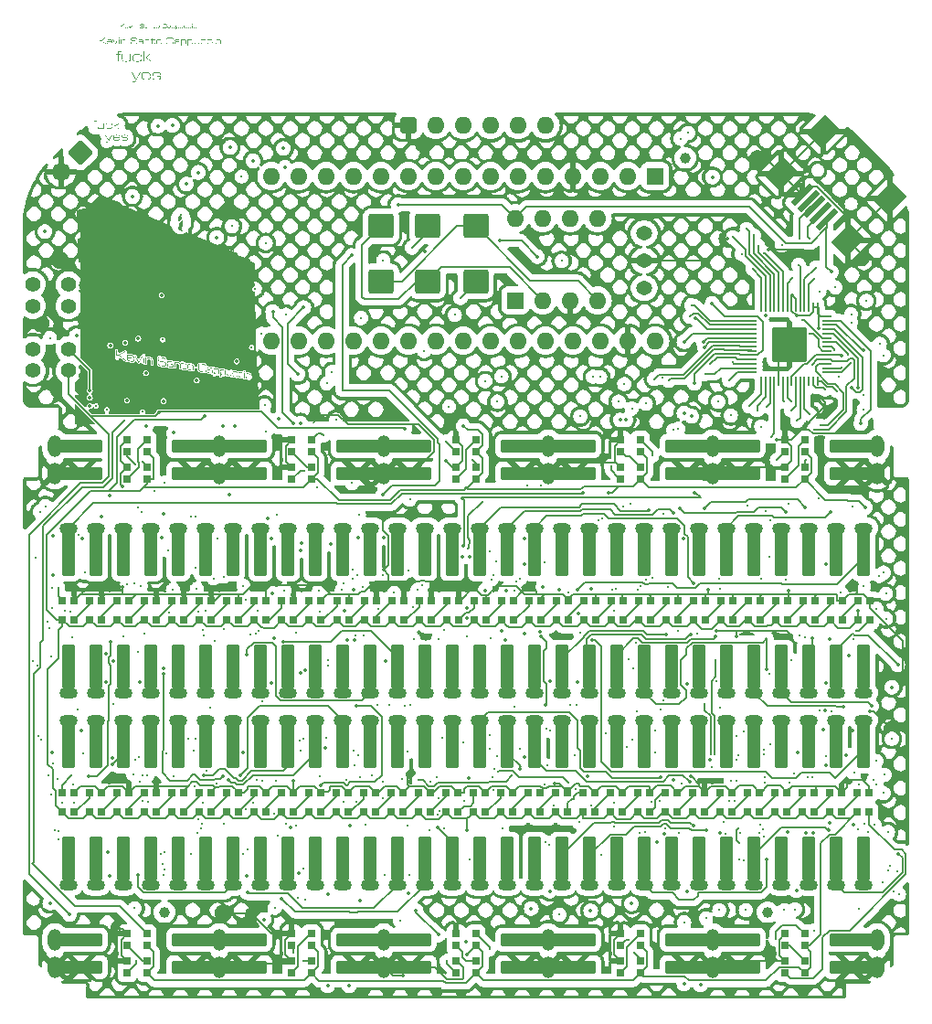
<source format=gtl>
G04 #@! TF.GenerationSoftware,KiCad,Pcbnew,(7.0.0-rc1-358-g86c12d35b4)*
G04 #@! TF.CreationDate,2023-05-17T11:55:41-07:00*
G04 #@! TF.ProjectId,Jumperless2,4a756d70-6572-46c6-9573-73322e6b6963,rev?*
G04 #@! TF.SameCoordinates,Original*
G04 #@! TF.FileFunction,Copper,L1,Top*
G04 #@! TF.FilePolarity,Positive*
%FSLAX46Y46*%
G04 Gerber Fmt 4.6, Leading zero omitted, Abs format (unit mm)*
G04 Created by KiCad (PCBNEW (7.0.0-rc1-358-g86c12d35b4)) date 2023-05-17 11:55:41*
%MOMM*%
%LPD*%
G01*
G04 APERTURE LIST*
G04 Aperture macros list*
%AMRoundRect*
0 Rectangle with rounded corners*
0 $1 Rounding radius*
0 $2 $3 $4 $5 $6 $7 $8 $9 X,Y pos of 4 corners*
0 Add a 4 corners polygon primitive as box body*
4,1,4,$2,$3,$4,$5,$6,$7,$8,$9,$2,$3,0*
0 Add four circle primitives for the rounded corners*
1,1,$1+$1,$2,$3*
1,1,$1+$1,$4,$5*
1,1,$1+$1,$6,$7*
1,1,$1+$1,$8,$9*
0 Add four rect primitives between the rounded corners*
20,1,$1+$1,$2,$3,$4,$5,0*
20,1,$1+$1,$4,$5,$6,$7,0*
20,1,$1+$1,$6,$7,$8,$9,0*
20,1,$1+$1,$8,$9,$2,$3,0*%
%AMHorizOval*
0 Thick line with rounded ends*
0 $1 width*
0 $2 $3 position (X,Y) of the first rounded end (center of the circle)*
0 $4 $5 position (X,Y) of the second rounded end (center of the circle)*
0 Add line between two ends*
20,1,$1,$2,$3,$4,$5,0*
0 Add two circle primitives to create the rounded ends*
1,1,$1,$2,$3*
1,1,$1,$4,$5*%
%AMRotRect*
0 Rectangle, with rotation*
0 The origin of the aperture is its center*
0 $1 length*
0 $2 width*
0 $3 Rotation angle, in degrees counterclockwise*
0 Add horizontal line*
21,1,$1,$2,0,0,$3*%
G04 Aperture macros list end*
G04 #@! TA.AperFunction,NonConductor*
%ADD10C,0.000000*%
G04 #@! TD*
%ADD11C,0.150000*%
G04 #@! TA.AperFunction,NonConductor*
%ADD12C,0.150000*%
G04 #@! TD*
%ADD13C,0.120000*%
G04 #@! TA.AperFunction,NonConductor*
%ADD14C,0.120000*%
G04 #@! TD*
G04 #@! TA.AperFunction,SMDPad,CuDef*
%ADD15R,0.700000X0.700000*%
G04 #@! TD*
G04 #@! TA.AperFunction,ComponentPad*
%ADD16O,1.500000X1.300000*%
G04 #@! TD*
G04 #@! TA.AperFunction,ComponentPad*
%ADD17RoundRect,0.160000X0.640000X-0.640000X0.640000X0.640000X-0.640000X0.640000X-0.640000X-0.640000X0*%
G04 #@! TD*
G04 #@! TA.AperFunction,ComponentPad*
%ADD18O,1.600000X1.600000*%
G04 #@! TD*
G04 #@! TA.AperFunction,SMDPad,CuDef*
%ADD19RotRect,0.500000X2.500000X135.000000*%
G04 #@! TD*
G04 #@! TA.AperFunction,SMDPad,CuDef*
%ADD20RotRect,2.000000X2.500000X135.000000*%
G04 #@! TD*
G04 #@! TA.AperFunction,SMDPad,CuDef*
%ADD21RoundRect,0.250000X-0.925000X0.875000X-0.925000X-0.875000X0.925000X-0.875000X0.925000X0.875000X0*%
G04 #@! TD*
G04 #@! TA.AperFunction,ComponentPad*
%ADD22C,1.400000*%
G04 #@! TD*
G04 #@! TA.AperFunction,ComponentPad*
%ADD23RoundRect,0.170000X-0.961665X0.000000X0.000000X-0.961665X0.961665X0.000000X0.000000X0.961665X0*%
G04 #@! TD*
G04 #@! TA.AperFunction,ComponentPad*
%ADD24HorizOval,1.700000X0.000000X0.000000X0.000000X0.000000X0*%
G04 #@! TD*
G04 #@! TA.AperFunction,SMDPad,CuDef*
%ADD25C,1.000000*%
G04 #@! TD*
G04 #@! TA.AperFunction,ComponentPad*
%ADD26RoundRect,0.150000X0.600000X-0.600000X0.600000X0.600000X-0.600000X0.600000X-0.600000X-0.600000X0*%
G04 #@! TD*
G04 #@! TA.AperFunction,ComponentPad*
%ADD27O,1.300000X2.000000*%
G04 #@! TD*
G04 #@! TA.AperFunction,SMDPad,CuDef*
%ADD28RoundRect,0.120000X-1.880000X0.480000X-1.880000X-0.480000X1.880000X-0.480000X1.880000X0.480000X0*%
G04 #@! TD*
G04 #@! TA.AperFunction,SMDPad,CuDef*
%ADD29RoundRect,0.120000X1.880000X-0.480000X1.880000X0.480000X-1.880000X0.480000X-1.880000X-0.480000X0*%
G04 #@! TD*
G04 #@! TA.AperFunction,ComponentPad*
%ADD30O,1.700000X1.000000*%
G04 #@! TD*
G04 #@! TA.AperFunction,SMDPad,CuDef*
%ADD31RoundRect,0.120000X-0.480000X-1.880000X0.480000X-1.880000X0.480000X1.880000X-0.480000X1.880000X0*%
G04 #@! TD*
G04 #@! TA.AperFunction,ComponentPad*
%ADD32RoundRect,0.160000X-0.640000X0.640000X-0.640000X-0.640000X0.640000X-0.640000X0.640000X0.640000X0*%
G04 #@! TD*
G04 #@! TA.AperFunction,SMDPad,CuDef*
%ADD33RoundRect,0.050000X-0.387500X-0.050000X0.387500X-0.050000X0.387500X0.050000X-0.387500X0.050000X0*%
G04 #@! TD*
G04 #@! TA.AperFunction,SMDPad,CuDef*
%ADD34RoundRect,0.050000X-0.050000X-0.387500X0.050000X-0.387500X0.050000X0.387500X-0.050000X0.387500X0*%
G04 #@! TD*
G04 #@! TA.AperFunction,ComponentPad*
%ADD35C,0.600000*%
G04 #@! TD*
G04 #@! TA.AperFunction,SMDPad,CuDef*
%ADD36RoundRect,0.144000X-1.456000X-1.456000X1.456000X-1.456000X1.456000X1.456000X-1.456000X1.456000X0*%
G04 #@! TD*
G04 #@! TA.AperFunction,ViaPad*
%ADD37C,0.350000*%
G04 #@! TD*
G04 #@! TA.AperFunction,ViaPad*
%ADD38C,0.300000*%
G04 #@! TD*
G04 #@! TA.AperFunction,Conductor*
%ADD39C,0.200000*%
G04 #@! TD*
G04 #@! TA.AperFunction,Conductor*
%ADD40C,0.150000*%
G04 #@! TD*
G04 APERTURE END LIST*
D10*
G36*
X45965631Y-127427462D02*
G01*
X45972341Y-127428375D01*
X45989797Y-127431183D01*
X45998630Y-127432749D01*
X46006256Y-127434204D01*
X46011718Y-127435385D01*
X46013339Y-127435820D01*
X46014060Y-127436126D01*
X46014474Y-127437560D01*
X46014824Y-127440802D01*
X46015337Y-127451659D01*
X46015609Y-127466607D01*
X46015647Y-127483554D01*
X46015463Y-127500411D01*
X46015064Y-127515086D01*
X46014460Y-127525490D01*
X46014084Y-127528437D01*
X46013878Y-127529233D01*
X46013661Y-127529532D01*
X46013283Y-127529562D01*
X46012664Y-127529546D01*
X46010757Y-127529386D01*
X46008049Y-127529068D01*
X46004654Y-127528611D01*
X46000683Y-127528029D01*
X45996246Y-127527342D01*
X45991457Y-127526566D01*
X45986427Y-127525717D01*
X45986426Y-127525717D01*
X45986425Y-127525717D01*
X45986424Y-127525716D01*
X45986423Y-127525716D01*
X45986422Y-127525716D01*
X45986422Y-127525715D01*
X45961628Y-127521443D01*
X45959802Y-127497999D01*
X45958821Y-127483536D01*
X45958196Y-127470140D01*
X45957919Y-127458078D01*
X45957985Y-127447615D01*
X45958387Y-127439019D01*
X45958712Y-127435505D01*
X45959118Y-127432556D01*
X45959605Y-127430208D01*
X45960172Y-127428493D01*
X45960818Y-127427444D01*
X45961170Y-127427180D01*
X45961542Y-127427095D01*
X45965631Y-127427462D01*
G37*
G36*
X43485000Y-127025400D02*
G01*
X43491229Y-127026380D01*
X43499142Y-127027700D01*
X43507723Y-127029181D01*
X43515957Y-127030643D01*
X43534675Y-127034015D01*
X43539638Y-127228154D01*
X43543801Y-127365857D01*
X43545578Y-127408208D01*
X43546287Y-127419942D01*
X43546838Y-127424309D01*
X43547454Y-127424580D01*
X43548815Y-127424961D01*
X43553613Y-127426025D01*
X43560917Y-127427446D01*
X43570410Y-127429169D01*
X43594698Y-127433300D01*
X43623946Y-127437983D01*
X43662709Y-127443840D01*
X43676219Y-127445676D01*
X43686512Y-127446853D01*
X43694114Y-127447421D01*
X43699550Y-127447431D01*
X43701618Y-127447243D01*
X43703342Y-127446935D01*
X43704787Y-127446513D01*
X43706017Y-127445983D01*
X43710630Y-127443591D01*
X43717869Y-127439766D01*
X43736254Y-127429936D01*
X43747572Y-127423902D01*
X43761359Y-127416647D01*
X43789367Y-127402122D01*
X43801171Y-127395953D01*
X43811078Y-127390546D01*
X43814995Y-127388311D01*
X43818048Y-127386485D01*
X43820108Y-127385141D01*
X43820724Y-127384673D01*
X43821043Y-127384353D01*
X43821231Y-127384110D01*
X43821471Y-127383856D01*
X43822090Y-127383320D01*
X43822871Y-127382757D01*
X43823785Y-127382181D01*
X43824804Y-127381602D01*
X43825898Y-127381034D01*
X43827038Y-127380489D01*
X43828196Y-127379980D01*
X43829341Y-127379517D01*
X43830445Y-127379114D01*
X43831479Y-127378783D01*
X43832414Y-127378537D01*
X43833221Y-127378386D01*
X43833567Y-127378351D01*
X43833870Y-127378345D01*
X43834127Y-127378369D01*
X43834333Y-127378425D01*
X43834485Y-127378514D01*
X43834581Y-127378638D01*
X43834609Y-127378672D01*
X43834651Y-127378693D01*
X43834707Y-127378703D01*
X43834775Y-127378700D01*
X43834857Y-127378686D01*
X43834950Y-127378660D01*
X43835056Y-127378623D01*
X43835173Y-127378575D01*
X43835439Y-127378446D01*
X43835748Y-127378275D01*
X43836095Y-127378063D01*
X43836477Y-127377813D01*
X43836892Y-127377525D01*
X43837336Y-127377202D01*
X43837807Y-127376845D01*
X43838301Y-127376456D01*
X43838816Y-127376036D01*
X43839347Y-127375588D01*
X43839894Y-127375111D01*
X43840451Y-127374610D01*
X43841163Y-127374027D01*
X43842161Y-127373303D01*
X43844945Y-127371474D01*
X43848657Y-127369207D01*
X43853152Y-127366586D01*
X43858282Y-127363694D01*
X43863902Y-127360615D01*
X43869867Y-127357432D01*
X43876030Y-127354230D01*
X43888636Y-127347711D01*
X43900690Y-127341371D01*
X43910825Y-127335936D01*
X43917675Y-127332135D01*
X43921907Y-127329716D01*
X43926737Y-127327025D01*
X43932830Y-127323706D01*
X43940850Y-127319406D01*
X43965334Y-127306445D01*
X44005506Y-127285305D01*
X44018269Y-127278544D01*
X44030667Y-127271887D01*
X44041284Y-127266101D01*
X44048701Y-127261952D01*
X44051804Y-127260205D01*
X44055664Y-127258094D01*
X44065043Y-127253104D01*
X44075610Y-127247626D01*
X44086137Y-127242306D01*
X44095755Y-127237448D01*
X44103847Y-127233227D01*
X44109564Y-127230099D01*
X44111265Y-127229087D01*
X44112054Y-127228520D01*
X44112244Y-127228339D01*
X44112518Y-127228119D01*
X44112869Y-127227863D01*
X44113292Y-127227575D01*
X44113783Y-127227258D01*
X44114336Y-127226914D01*
X44115607Y-127226159D01*
X44117063Y-127225336D01*
X44118664Y-127224469D01*
X44120368Y-127223583D01*
X44122133Y-127222704D01*
X44124015Y-127221761D01*
X44126055Y-127220694D01*
X44128188Y-127219538D01*
X44130349Y-127218331D01*
X44132473Y-127217109D01*
X44134494Y-127215911D01*
X44136349Y-127214773D01*
X44137971Y-127213732D01*
X44139564Y-127212731D01*
X44141334Y-127211710D01*
X44143222Y-127210697D01*
X44145170Y-127209721D01*
X44147117Y-127208810D01*
X44149006Y-127207994D01*
X44150776Y-127207301D01*
X44151599Y-127207010D01*
X44152369Y-127206760D01*
X44153845Y-127206301D01*
X44155278Y-127205794D01*
X44156634Y-127205257D01*
X44157877Y-127204710D01*
X44158971Y-127204170D01*
X44159452Y-127203910D01*
X44159882Y-127203658D01*
X44160257Y-127203418D01*
X44160573Y-127203191D01*
X44160825Y-127202980D01*
X44161009Y-127202788D01*
X44161176Y-127202601D01*
X44161390Y-127202395D01*
X44161983Y-127201911D01*
X44162836Y-127201311D01*
X44163995Y-127200569D01*
X44165506Y-127199662D01*
X44167415Y-127198562D01*
X44169769Y-127197246D01*
X44172614Y-127195688D01*
X44179962Y-127191746D01*
X44189829Y-127186534D01*
X44202586Y-127179851D01*
X44218603Y-127171496D01*
X44230620Y-127165159D01*
X44240986Y-127159541D01*
X44248595Y-127155255D01*
X44251020Y-127153803D01*
X44252340Y-127152912D01*
X44252957Y-127152665D01*
X44254054Y-127152514D01*
X44257564Y-127152479D01*
X44268948Y-127153340D01*
X44284454Y-127155182D01*
X44302039Y-127157694D01*
X44319663Y-127160564D01*
X44335286Y-127163479D01*
X44346867Y-127166127D01*
X44350503Y-127167254D01*
X44352365Y-127168197D01*
X44352513Y-127168343D01*
X44352645Y-127168485D01*
X44352761Y-127168624D01*
X44352861Y-127168759D01*
X44352945Y-127168891D01*
X44353012Y-127169019D01*
X44353064Y-127169144D01*
X44353101Y-127169264D01*
X44353121Y-127169381D01*
X44353126Y-127169493D01*
X44353116Y-127169602D01*
X44353090Y-127169706D01*
X44353049Y-127169807D01*
X44352993Y-127169902D01*
X44352921Y-127169994D01*
X44352835Y-127170081D01*
X44352733Y-127170163D01*
X44352617Y-127170241D01*
X44352486Y-127170314D01*
X44352341Y-127170382D01*
X44352181Y-127170446D01*
X44352006Y-127170504D01*
X44351817Y-127170557D01*
X44351614Y-127170606D01*
X44351397Y-127170649D01*
X44351165Y-127170686D01*
X44350920Y-127170719D01*
X44350661Y-127170746D01*
X44350387Y-127170767D01*
X44350100Y-127170783D01*
X44349800Y-127170793D01*
X44349486Y-127170798D01*
X44348861Y-127170830D01*
X44348152Y-127170926D01*
X44347366Y-127171083D01*
X44346510Y-127171296D01*
X44345594Y-127171562D01*
X44344624Y-127171879D01*
X44343610Y-127172243D01*
X44342559Y-127172651D01*
X44341479Y-127173099D01*
X44340379Y-127173585D01*
X44339266Y-127174104D01*
X44338148Y-127174655D01*
X44337034Y-127175232D01*
X44335931Y-127175834D01*
X44334848Y-127176457D01*
X44333792Y-127177098D01*
X44331653Y-127178381D01*
X44329439Y-127179616D01*
X44327212Y-127180774D01*
X44325037Y-127181825D01*
X44322979Y-127182738D01*
X44321101Y-127183484D01*
X44320249Y-127183785D01*
X44319467Y-127184033D01*
X44318763Y-127184224D01*
X44318143Y-127184355D01*
X44317526Y-127184498D01*
X44316829Y-127184709D01*
X44316060Y-127184985D01*
X44315227Y-127185322D01*
X44314337Y-127185715D01*
X44313398Y-127186160D01*
X44312418Y-127186653D01*
X44311404Y-127187191D01*
X44310365Y-127187769D01*
X44309308Y-127188383D01*
X44308241Y-127189029D01*
X44307171Y-127189703D01*
X44306107Y-127190402D01*
X44305056Y-127191120D01*
X44304026Y-127191853D01*
X44303024Y-127192599D01*
X44301106Y-127194021D01*
X44299317Y-127195273D01*
X44297695Y-127196331D01*
X44296960Y-127196781D01*
X44296281Y-127197175D01*
X44295663Y-127197509D01*
X44295112Y-127197781D01*
X44294633Y-127197989D01*
X44294229Y-127198129D01*
X44293907Y-127198198D01*
X44293671Y-127198194D01*
X44293587Y-127198164D01*
X44293526Y-127198115D01*
X44293489Y-127198046D01*
X44293476Y-127197957D01*
X44293463Y-127197873D01*
X44293424Y-127197810D01*
X44293359Y-127197767D01*
X44293270Y-127197744D01*
X44293157Y-127197739D01*
X44293021Y-127197754D01*
X44292862Y-127197788D01*
X44292681Y-127197840D01*
X44292478Y-127197910D01*
X44292255Y-127197997D01*
X44291749Y-127198224D01*
X44291167Y-127198517D01*
X44290515Y-127198875D01*
X44289798Y-127199293D01*
X44289022Y-127199770D01*
X44288191Y-127200304D01*
X44287310Y-127200890D01*
X44286386Y-127201527D01*
X44285422Y-127202212D01*
X44284424Y-127202942D01*
X44283397Y-127203714D01*
X44281373Y-127205218D01*
X44279484Y-127206540D01*
X44277772Y-127207657D01*
X44276996Y-127208132D01*
X44276279Y-127208548D01*
X44275628Y-127208900D01*
X44275046Y-127209187D01*
X44274540Y-127209406D01*
X44274114Y-127209553D01*
X44273774Y-127209626D01*
X44273524Y-127209623D01*
X44273435Y-127209591D01*
X44273371Y-127209539D01*
X44273332Y-127209466D01*
X44273319Y-127209372D01*
X44273311Y-127209272D01*
X44273289Y-127209187D01*
X44273252Y-127209117D01*
X44273201Y-127209062D01*
X44273137Y-127209020D01*
X44273059Y-127208993D01*
X44272968Y-127208979D01*
X44272864Y-127208979D01*
X44272749Y-127208993D01*
X44272621Y-127209020D01*
X44272482Y-127209059D01*
X44272332Y-127209112D01*
X44272171Y-127209177D01*
X44271999Y-127209255D01*
X44271818Y-127209345D01*
X44271627Y-127209447D01*
X44271427Y-127209560D01*
X44271218Y-127209686D01*
X44270774Y-127209970D01*
X44270299Y-127210299D01*
X44269796Y-127210670D01*
X44269267Y-127211081D01*
X44268717Y-127211532D01*
X44268146Y-127212020D01*
X44267560Y-127212544D01*
X44266973Y-127213065D01*
X44266403Y-127213551D01*
X44265852Y-127213999D01*
X44265323Y-127214408D01*
X44264820Y-127214776D01*
X44264345Y-127215103D01*
X44263901Y-127215385D01*
X44263492Y-127215623D01*
X44263120Y-127215814D01*
X44262787Y-127215956D01*
X44262498Y-127216048D01*
X44262254Y-127216088D01*
X44262151Y-127216089D01*
X44262060Y-127216076D01*
X44261982Y-127216049D01*
X44261918Y-127216008D01*
X44261867Y-127215953D01*
X44261830Y-127215884D01*
X44261808Y-127215800D01*
X44261800Y-127215702D01*
X44261757Y-127215538D01*
X44261632Y-127215427D01*
X44261428Y-127215367D01*
X44261149Y-127215357D01*
X44260799Y-127215394D01*
X44260382Y-127215477D01*
X44259363Y-127215771D01*
X44258122Y-127216224D01*
X44256690Y-127216820D01*
X44255100Y-127217544D01*
X44253381Y-127218379D01*
X44251566Y-127219311D01*
X44249684Y-127220323D01*
X44247769Y-127221400D01*
X44245850Y-127222527D01*
X44243958Y-127223688D01*
X44242126Y-127224867D01*
X44240384Y-127226048D01*
X44238763Y-127227217D01*
X44238226Y-127227594D01*
X44237513Y-127228055D01*
X44235608Y-127229206D01*
X44233144Y-127230617D01*
X44230213Y-127232238D01*
X44226912Y-127234015D01*
X44223333Y-127235899D01*
X44219573Y-127237836D01*
X44215725Y-127239776D01*
X44201847Y-127246731D01*
X44192302Y-127251623D01*
X44184470Y-127255825D01*
X44175735Y-127260707D01*
X44169932Y-127263890D01*
X44161824Y-127268219D01*
X44152485Y-127273122D01*
X44142989Y-127278029D01*
X44138467Y-127280383D01*
X44134186Y-127282682D01*
X44130242Y-127284869D01*
X44126735Y-127286885D01*
X44123762Y-127288672D01*
X44121422Y-127290174D01*
X44119812Y-127291331D01*
X44119312Y-127291763D01*
X44119032Y-127292087D01*
X44118946Y-127292219D01*
X44118854Y-127292345D01*
X44118756Y-127292465D01*
X44118653Y-127292579D01*
X44118545Y-127292687D01*
X44118432Y-127292789D01*
X44118315Y-127292884D01*
X44118193Y-127292973D01*
X44118067Y-127293055D01*
X44117938Y-127293131D01*
X44117805Y-127293201D01*
X44117669Y-127293264D01*
X44117530Y-127293320D01*
X44117389Y-127293370D01*
X44117245Y-127293413D01*
X44117099Y-127293450D01*
X44116951Y-127293480D01*
X44116802Y-127293503D01*
X44116652Y-127293519D01*
X44116501Y-127293528D01*
X44116349Y-127293531D01*
X44116197Y-127293526D01*
X44116045Y-127293514D01*
X44115893Y-127293496D01*
X44115741Y-127293470D01*
X44115590Y-127293437D01*
X44115440Y-127293397D01*
X44115292Y-127293350D01*
X44115145Y-127293295D01*
X44114999Y-127293234D01*
X44114856Y-127293164D01*
X44114716Y-127293088D01*
X44114575Y-127293013D01*
X44114432Y-127292950D01*
X44114286Y-127292899D01*
X44114138Y-127292859D01*
X44113988Y-127292830D01*
X44113837Y-127292812D01*
X44113685Y-127292806D01*
X44113531Y-127292810D01*
X44113377Y-127292825D01*
X44113222Y-127292851D01*
X44113068Y-127292888D01*
X44112913Y-127292935D01*
X44112759Y-127292992D01*
X44112606Y-127293060D01*
X44112454Y-127293137D01*
X44112303Y-127293225D01*
X44112153Y-127293323D01*
X44112005Y-127293430D01*
X44111860Y-127293548D01*
X44111717Y-127293674D01*
X44111577Y-127293811D01*
X44111440Y-127293956D01*
X44111306Y-127294111D01*
X44111175Y-127294275D01*
X44111049Y-127294448D01*
X44110926Y-127294630D01*
X44110808Y-127294821D01*
X44110695Y-127295020D01*
X44110586Y-127295228D01*
X44110483Y-127295445D01*
X44110386Y-127295670D01*
X44110294Y-127295903D01*
X44110108Y-127296353D01*
X44109904Y-127296777D01*
X44109684Y-127297171D01*
X44109450Y-127297536D01*
X44109204Y-127297869D01*
X44108949Y-127298169D01*
X44108687Y-127298435D01*
X44108553Y-127298554D01*
X44108419Y-127298664D01*
X44108283Y-127298764D01*
X44108147Y-127298855D01*
X44108010Y-127298936D01*
X44107874Y-127299006D01*
X44107738Y-127299067D01*
X44107602Y-127299117D01*
X44107466Y-127299157D01*
X44107332Y-127299185D01*
X44107199Y-127299203D01*
X44107067Y-127299210D01*
X44106937Y-127299205D01*
X44106809Y-127299188D01*
X44106683Y-127299160D01*
X44106560Y-127299120D01*
X44106439Y-127299068D01*
X44106321Y-127299003D01*
X44106201Y-127298942D01*
X44106073Y-127298892D01*
X44105937Y-127298854D01*
X44105795Y-127298827D01*
X44105647Y-127298810D01*
X44105492Y-127298805D01*
X44105332Y-127298810D01*
X44105166Y-127298826D01*
X44104995Y-127298852D01*
X44104820Y-127298888D01*
X44104640Y-127298934D01*
X44104457Y-127298990D01*
X44104080Y-127299129D01*
X44103691Y-127299306D01*
X44103295Y-127299517D01*
X44102893Y-127299762D01*
X44102489Y-127300040D01*
X44102085Y-127300348D01*
X44101686Y-127300685D01*
X44101292Y-127301051D01*
X44100909Y-127301442D01*
X44100537Y-127301859D01*
X44100166Y-127302286D01*
X44099782Y-127302687D01*
X44099389Y-127303061D01*
X44098990Y-127303405D01*
X44098587Y-127303720D01*
X44098184Y-127304002D01*
X44097783Y-127304251D01*
X44097388Y-127304465D01*
X44097001Y-127304643D01*
X44096626Y-127304783D01*
X44096265Y-127304883D01*
X44096091Y-127304919D01*
X44095921Y-127304943D01*
X44095757Y-127304958D01*
X44095598Y-127304961D01*
X44095444Y-127304954D01*
X44095297Y-127304935D01*
X44095157Y-127304905D01*
X44095023Y-127304864D01*
X44094897Y-127304811D01*
X44094778Y-127304746D01*
X44094659Y-127304685D01*
X44094532Y-127304635D01*
X44094398Y-127304597D01*
X44094257Y-127304570D01*
X44094109Y-127304554D01*
X44093955Y-127304549D01*
X44093796Y-127304555D01*
X44093631Y-127304571D01*
X44093461Y-127304597D01*
X44093286Y-127304634D01*
X44093107Y-127304680D01*
X44092923Y-127304736D01*
X44092737Y-127304802D01*
X44092547Y-127304878D01*
X44092158Y-127305057D01*
X44091761Y-127305271D01*
X44091359Y-127305520D01*
X44090954Y-127305802D01*
X44090549Y-127306116D01*
X44090148Y-127306460D01*
X44089753Y-127306833D01*
X44089367Y-127307234D01*
X44088993Y-127307661D01*
X44088603Y-127308097D01*
X44088171Y-127308522D01*
X44087701Y-127308932D01*
X44087198Y-127309325D01*
X44086666Y-127309699D01*
X44086109Y-127310053D01*
X44085533Y-127310383D01*
X44084941Y-127310688D01*
X44084339Y-127310965D01*
X44083730Y-127311212D01*
X44083120Y-127311427D01*
X44082512Y-127311608D01*
X44081911Y-127311753D01*
X44081322Y-127311859D01*
X44080749Y-127311924D01*
X44080198Y-127311946D01*
X44079655Y-127311960D01*
X44079112Y-127311999D01*
X44078570Y-127312062D01*
X44078033Y-127312149D01*
X44077505Y-127312259D01*
X44076989Y-127312390D01*
X44076490Y-127312542D01*
X44076010Y-127312713D01*
X44075553Y-127312902D01*
X44075122Y-127313108D01*
X44074721Y-127313331D01*
X44074355Y-127313568D01*
X44074025Y-127313819D01*
X44073736Y-127314084D01*
X44073491Y-127314360D01*
X44073294Y-127314647D01*
X44073198Y-127314791D01*
X44073084Y-127314943D01*
X44072799Y-127315272D01*
X44072445Y-127315630D01*
X44072027Y-127316014D01*
X44071549Y-127316420D01*
X44071017Y-127316845D01*
X44070435Y-127317285D01*
X44069808Y-127317738D01*
X44069141Y-127318199D01*
X44068439Y-127318665D01*
X44067707Y-127319133D01*
X44066950Y-127319599D01*
X44066172Y-127320060D01*
X44065379Y-127320512D01*
X44064575Y-127320952D01*
X44063765Y-127321376D01*
X44059804Y-127323455D01*
X44054829Y-127326139D01*
X44049477Y-127329077D01*
X44044385Y-127331920D01*
X44033452Y-127337975D01*
X44023076Y-127343485D01*
X44018440Y-127345857D01*
X44014356Y-127347880D01*
X44010960Y-127349482D01*
X44008389Y-127350592D01*
X44007315Y-127351080D01*
X44005916Y-127351773D01*
X44004250Y-127352641D01*
X44002377Y-127353652D01*
X44000355Y-127354776D01*
X43998244Y-127355983D01*
X43996103Y-127357242D01*
X43993990Y-127358522D01*
X43991495Y-127360016D01*
X43988259Y-127361888D01*
X43980105Y-127366464D01*
X43970614Y-127371650D01*
X43960874Y-127376845D01*
X43939528Y-127388166D01*
X43920558Y-127398376D01*
X43913167Y-127402353D01*
X43905817Y-127406227D01*
X43899358Y-127409555D01*
X43894641Y-127411892D01*
X43890831Y-127413739D01*
X43886847Y-127415730D01*
X43883160Y-127417628D01*
X43880242Y-127419193D01*
X43877097Y-127420906D01*
X43872791Y-127423206D01*
X43867891Y-127425793D01*
X43862964Y-127428366D01*
X43860621Y-127429596D01*
X43858378Y-127430801D01*
X43856288Y-127431949D01*
X43854406Y-127433011D01*
X43852783Y-127433956D01*
X43851473Y-127434753D01*
X43850530Y-127435372D01*
X43850212Y-127435605D01*
X43850005Y-127435782D01*
X43849725Y-127436008D01*
X43849189Y-127436361D01*
X43847403Y-127437416D01*
X43844762Y-127438890D01*
X43841377Y-127440724D01*
X43837361Y-127442861D01*
X43832825Y-127445242D01*
X43822648Y-127450504D01*
X43791309Y-127466712D01*
X43780492Y-127472472D01*
X43772436Y-127476939D01*
X43766789Y-127480316D01*
X43763195Y-127482807D01*
X43762058Y-127483783D01*
X43761302Y-127484613D01*
X43760882Y-127485322D01*
X43760754Y-127485937D01*
X43760767Y-127486106D01*
X43760806Y-127486290D01*
X43760871Y-127486489D01*
X43760960Y-127486703D01*
X43761073Y-127486930D01*
X43761210Y-127487171D01*
X43761551Y-127487688D01*
X43761977Y-127488250D01*
X43762484Y-127488852D01*
X43763066Y-127489487D01*
X43763719Y-127490152D01*
X43764436Y-127490841D01*
X43765212Y-127491549D01*
X43766043Y-127492271D01*
X43766924Y-127493002D01*
X43767848Y-127493736D01*
X43768811Y-127494469D01*
X43769808Y-127495195D01*
X43770832Y-127495910D01*
X43771857Y-127496622D01*
X43772853Y-127497339D01*
X43773815Y-127498057D01*
X43774738Y-127498771D01*
X43775617Y-127499476D01*
X43776446Y-127500167D01*
X43777221Y-127500840D01*
X43777937Y-127501489D01*
X43778587Y-127502111D01*
X43779168Y-127502699D01*
X43779673Y-127503250D01*
X43780098Y-127503758D01*
X43780438Y-127504219D01*
X43780687Y-127504627D01*
X43780840Y-127504979D01*
X43780879Y-127505132D01*
X43780892Y-127505268D01*
X43780896Y-127505401D01*
X43780906Y-127505532D01*
X43780924Y-127505661D01*
X43780948Y-127505787D01*
X43780979Y-127505910D01*
X43781017Y-127506031D01*
X43781060Y-127506149D01*
X43781110Y-127506264D01*
X43781165Y-127506376D01*
X43781227Y-127506485D01*
X43781293Y-127506590D01*
X43781365Y-127506692D01*
X43781442Y-127506790D01*
X43781524Y-127506884D01*
X43781611Y-127506975D01*
X43781703Y-127507061D01*
X43781798Y-127507143D01*
X43781899Y-127507221D01*
X43782003Y-127507295D01*
X43782111Y-127507364D01*
X43782223Y-127507428D01*
X43782338Y-127507487D01*
X43782457Y-127507541D01*
X43782579Y-127507591D01*
X43782703Y-127507634D01*
X43782831Y-127507673D01*
X43782962Y-127507706D01*
X43783094Y-127507733D01*
X43783229Y-127507755D01*
X43783367Y-127507770D01*
X43783506Y-127507779D01*
X43783647Y-127507783D01*
X43783804Y-127507798D01*
X43783991Y-127507842D01*
X43784452Y-127508017D01*
X43785022Y-127508301D01*
X43785692Y-127508689D01*
X43786455Y-127509175D01*
X43787303Y-127509752D01*
X43788228Y-127510415D01*
X43789224Y-127511158D01*
X43790281Y-127511975D01*
X43791392Y-127512860D01*
X43792550Y-127513807D01*
X43793747Y-127514811D01*
X43794974Y-127515865D01*
X43796225Y-127516963D01*
X43797491Y-127518100D01*
X43798765Y-127519270D01*
X43801287Y-127521577D01*
X43803715Y-127523731D01*
X43805989Y-127525684D01*
X43808051Y-127527390D01*
X43809842Y-127528800D01*
X43811305Y-127529868D01*
X43811895Y-127530258D01*
X43812381Y-127530545D01*
X43812755Y-127530722D01*
X43813011Y-127530785D01*
X43813200Y-127530814D01*
X43813443Y-127530895D01*
X43814086Y-127531212D01*
X43814937Y-127531734D01*
X43815994Y-127532458D01*
X43817254Y-127533382D01*
X43818714Y-127534503D01*
X43820371Y-127535819D01*
X43822221Y-127537327D01*
X43826492Y-127540910D01*
X43831503Y-127545233D01*
X43837231Y-127550276D01*
X43843653Y-127556019D01*
X43845133Y-127557319D01*
X43846583Y-127558533D01*
X43847965Y-127559635D01*
X43849244Y-127560596D01*
X43850382Y-127561391D01*
X43850886Y-127561718D01*
X43851342Y-127561992D01*
X43851745Y-127562212D01*
X43852089Y-127562373D01*
X43852371Y-127562472D01*
X43852585Y-127562506D01*
X43852688Y-127562518D01*
X43852816Y-127562554D01*
X43853143Y-127562697D01*
X43853561Y-127562929D01*
X43854065Y-127563245D01*
X43854647Y-127563640D01*
X43855302Y-127564111D01*
X43856024Y-127564651D01*
X43856806Y-127565256D01*
X43857643Y-127565922D01*
X43858528Y-127566643D01*
X43860419Y-127568232D01*
X43862429Y-127569985D01*
X43864511Y-127571864D01*
X43866878Y-127573995D01*
X43869707Y-127576470D01*
X43872892Y-127579200D01*
X43876326Y-127582097D01*
X43883516Y-127588035D01*
X43887060Y-127590898D01*
X43890428Y-127593573D01*
X43904128Y-127604447D01*
X43916468Y-127614443D01*
X43926510Y-127622792D01*
X43930376Y-127626108D01*
X43933314Y-127628722D01*
X43934494Y-127629762D01*
X43936045Y-127631066D01*
X43937901Y-127632582D01*
X43939997Y-127634257D01*
X43942266Y-127636039D01*
X43944642Y-127637875D01*
X43947058Y-127639711D01*
X43949449Y-127641496D01*
X43951885Y-127643329D01*
X43954428Y-127645303D01*
X43957006Y-127647356D01*
X43959542Y-127649426D01*
X43961961Y-127651451D01*
X43964188Y-127653369D01*
X43966148Y-127655117D01*
X43967766Y-127656634D01*
X43968518Y-127657347D01*
X43969347Y-127658101D01*
X43971204Y-127659704D01*
X43973269Y-127661392D01*
X43975473Y-127663113D01*
X43977748Y-127664814D01*
X43980027Y-127666446D01*
X43982242Y-127667956D01*
X43984324Y-127669292D01*
X43985309Y-127669914D01*
X43986266Y-127670546D01*
X43987190Y-127671183D01*
X43988077Y-127671820D01*
X43988922Y-127672453D01*
X43989719Y-127673078D01*
X43990463Y-127673690D01*
X43991150Y-127674286D01*
X43991775Y-127674860D01*
X43992333Y-127675408D01*
X43992818Y-127675925D01*
X43993227Y-127676409D01*
X43993553Y-127676853D01*
X43993792Y-127677254D01*
X43993939Y-127677607D01*
X43993977Y-127677764D01*
X43993989Y-127677908D01*
X43993993Y-127678043D01*
X43994004Y-127678177D01*
X43994023Y-127678310D01*
X43994048Y-127678440D01*
X43994081Y-127678567D01*
X43994120Y-127678693D01*
X43994165Y-127678815D01*
X43994217Y-127678935D01*
X43994275Y-127679053D01*
X43994339Y-127679167D01*
X43994409Y-127679277D01*
X43994484Y-127679385D01*
X43994565Y-127679488D01*
X43994650Y-127679588D01*
X43994741Y-127679684D01*
X43994837Y-127679776D01*
X43994937Y-127679864D01*
X43995042Y-127679947D01*
X43995151Y-127680025D01*
X43995264Y-127680099D01*
X43995381Y-127680168D01*
X43995502Y-127680232D01*
X43995626Y-127680290D01*
X43995753Y-127680343D01*
X43995884Y-127680391D01*
X43996017Y-127680432D01*
X43996154Y-127680468D01*
X43996292Y-127680498D01*
X43996434Y-127680521D01*
X43996577Y-127680538D01*
X43996723Y-127680548D01*
X43996870Y-127680551D01*
X43997025Y-127680558D01*
X43997191Y-127680578D01*
X43997556Y-127680654D01*
X43997961Y-127680779D01*
X43998403Y-127680950D01*
X43998876Y-127681163D01*
X43999377Y-127681416D01*
X43999902Y-127681707D01*
X44000447Y-127682034D01*
X44001006Y-127682392D01*
X44001577Y-127682781D01*
X44002155Y-127683197D01*
X44002735Y-127683637D01*
X44003315Y-127684100D01*
X44003888Y-127684582D01*
X44004452Y-127685082D01*
X44005002Y-127685595D01*
X44006288Y-127686794D01*
X44007934Y-127688272D01*
X44009871Y-127689972D01*
X44012033Y-127691835D01*
X44016756Y-127695822D01*
X44019182Y-127697829D01*
X44021560Y-127699768D01*
X44048230Y-127721366D01*
X44062268Y-127732710D01*
X44074444Y-127742475D01*
X44105091Y-127767024D01*
X44127370Y-127785197D01*
X44141108Y-127796854D01*
X44144720Y-127800194D01*
X44145703Y-127801234D01*
X44146134Y-127801851D01*
X44146188Y-127801984D01*
X44146253Y-127802115D01*
X44146327Y-127802244D01*
X44146410Y-127802371D01*
X44146502Y-127802495D01*
X44146603Y-127802616D01*
X44146712Y-127802735D01*
X44146828Y-127802851D01*
X44146953Y-127802964D01*
X44147085Y-127803074D01*
X44147223Y-127803181D01*
X44147369Y-127803284D01*
X44147520Y-127803383D01*
X44147678Y-127803479D01*
X44147841Y-127803571D01*
X44148010Y-127803658D01*
X44148184Y-127803742D01*
X44148362Y-127803821D01*
X44148545Y-127803896D01*
X44148732Y-127803966D01*
X44148922Y-127804032D01*
X44149116Y-127804092D01*
X44149313Y-127804147D01*
X44149513Y-127804198D01*
X44149716Y-127804242D01*
X44149920Y-127804282D01*
X44150126Y-127804315D01*
X44150334Y-127804343D01*
X44150543Y-127804365D01*
X44150752Y-127804381D01*
X44150962Y-127804391D01*
X44151173Y-127804394D01*
X44151588Y-127804407D01*
X44151992Y-127804446D01*
X44152383Y-127804508D01*
X44152757Y-127804594D01*
X44153114Y-127804700D01*
X44153450Y-127804827D01*
X44153764Y-127804973D01*
X44154055Y-127805135D01*
X44154319Y-127805314D01*
X44154554Y-127805507D01*
X44154759Y-127805713D01*
X44154849Y-127805821D01*
X44154931Y-127805931D01*
X44155005Y-127806044D01*
X44155069Y-127806160D01*
X44155124Y-127806277D01*
X44155170Y-127806397D01*
X44155206Y-127806519D01*
X44155232Y-127806643D01*
X44155248Y-127806768D01*
X44155253Y-127806895D01*
X44155268Y-127807037D01*
X44155309Y-127807196D01*
X44155378Y-127807370D01*
X44155474Y-127807560D01*
X44155595Y-127807764D01*
X44155741Y-127807982D01*
X44156105Y-127808457D01*
X44156562Y-127808982D01*
X44157104Y-127809550D01*
X44157727Y-127810158D01*
X44158426Y-127810801D01*
X44159193Y-127811473D01*
X44160025Y-127812171D01*
X44160916Y-127812889D01*
X44161859Y-127813623D01*
X44162850Y-127814369D01*
X44163883Y-127815121D01*
X44164952Y-127815874D01*
X44166052Y-127816625D01*
X44168515Y-127818350D01*
X44171381Y-127820492D01*
X44174546Y-127822965D01*
X44177908Y-127825684D01*
X44181363Y-127828564D01*
X44184807Y-127831521D01*
X44188137Y-127834468D01*
X44191249Y-127837322D01*
X44194348Y-127840167D01*
X44197636Y-127843087D01*
X44201013Y-127845997D01*
X44204379Y-127848817D01*
X44207634Y-127851462D01*
X44210677Y-127853851D01*
X44213408Y-127855900D01*
X44215727Y-127857527D01*
X44217894Y-127859017D01*
X44220192Y-127860675D01*
X44222551Y-127862446D01*
X44224900Y-127864274D01*
X44227169Y-127866103D01*
X44229289Y-127867877D01*
X44231190Y-127869542D01*
X44232800Y-127871042D01*
X44234480Y-127872610D01*
X44236578Y-127874472D01*
X44239010Y-127876557D01*
X44241694Y-127878797D01*
X44244544Y-127881122D01*
X44247477Y-127883462D01*
X44250409Y-127885747D01*
X44253256Y-127887909D01*
X44262850Y-127895198D01*
X44273191Y-127903243D01*
X44294755Y-127920500D01*
X44305301Y-127929159D01*
X44315236Y-127937470D01*
X44324221Y-127945156D01*
X44331917Y-127951942D01*
X44334363Y-127954103D01*
X44336730Y-127956121D01*
X44338961Y-127957952D01*
X44340996Y-127959550D01*
X44342779Y-127960873D01*
X44344252Y-127961876D01*
X44344853Y-127962243D01*
X44345356Y-127962514D01*
X44345751Y-127962682D01*
X44346033Y-127962743D01*
X44346151Y-127962752D01*
X44346280Y-127962775D01*
X44346571Y-127962856D01*
X44346903Y-127962986D01*
X44347273Y-127963160D01*
X44347677Y-127963377D01*
X44348110Y-127963634D01*
X44348570Y-127963929D01*
X44349053Y-127964258D01*
X44349555Y-127964619D01*
X44350072Y-127965010D01*
X44350600Y-127965427D01*
X44351136Y-127965869D01*
X44351676Y-127966333D01*
X44352216Y-127966816D01*
X44352753Y-127967316D01*
X44353283Y-127967829D01*
X44357850Y-127971987D01*
X44364739Y-127977824D01*
X44373110Y-127984677D01*
X44382121Y-127991880D01*
X44390932Y-127998769D01*
X44398704Y-128004680D01*
X44404596Y-128008949D01*
X44406574Y-128010260D01*
X44407767Y-128010911D01*
X44408131Y-128011064D01*
X44408480Y-128011237D01*
X44408812Y-128011429D01*
X44409128Y-128011638D01*
X44409427Y-128011863D01*
X44409708Y-128012100D01*
X44409972Y-128012350D01*
X44410217Y-128012609D01*
X44410443Y-128012877D01*
X44410650Y-128013150D01*
X44410837Y-128013429D01*
X44411004Y-128013710D01*
X44411151Y-128013992D01*
X44411276Y-128014273D01*
X44411379Y-128014551D01*
X44411461Y-128014825D01*
X44411520Y-128015093D01*
X44411556Y-128015353D01*
X44411568Y-128015603D01*
X44411557Y-128015841D01*
X44411521Y-128016067D01*
X44411460Y-128016277D01*
X44411375Y-128016470D01*
X44411263Y-128016645D01*
X44411125Y-128016799D01*
X44410960Y-128016931D01*
X44410768Y-128017038D01*
X44410549Y-128017120D01*
X44410301Y-128017175D01*
X44410025Y-128017200D01*
X44409720Y-128017193D01*
X44409386Y-128017154D01*
X44356831Y-128008711D01*
X44356830Y-128008581D01*
X44304918Y-128000295D01*
X44304829Y-128000274D01*
X44304719Y-128000234D01*
X44304437Y-128000094D01*
X44304076Y-127999880D01*
X44303643Y-127999594D01*
X44303142Y-127999243D01*
X44302579Y-127998829D01*
X44301958Y-127998357D01*
X44301286Y-127997831D01*
X44299808Y-127996634D01*
X44298185Y-127995271D01*
X44296461Y-127993774D01*
X44294678Y-127992179D01*
X44292694Y-127990417D01*
X44290395Y-127988445D01*
X44287864Y-127986328D01*
X44285182Y-127984134D01*
X44282432Y-127981929D01*
X44279696Y-127979779D01*
X44277058Y-127977751D01*
X44274598Y-127975911D01*
X44272258Y-127974170D01*
X44269961Y-127972417D01*
X44267766Y-127970702D01*
X44265731Y-127969071D01*
X44263915Y-127967572D01*
X44262375Y-127966254D01*
X44261171Y-127965165D01*
X44260361Y-127964352D01*
X44260000Y-127963972D01*
X44259518Y-127963501D01*
X44258220Y-127962313D01*
X44256533Y-127960843D01*
X44254521Y-127959144D01*
X44252248Y-127957271D01*
X44249781Y-127955279D01*
X44247184Y-127953220D01*
X44244522Y-127951151D01*
X44239263Y-127947025D01*
X44234524Y-127943184D01*
X44232512Y-127941504D01*
X44230825Y-127940058D01*
X44229527Y-127938898D01*
X44228684Y-127938078D01*
X44228331Y-127937720D01*
X44227870Y-127937290D01*
X44226657Y-127936232D01*
X44225102Y-127934950D01*
X44223266Y-127933491D01*
X44221207Y-127931901D01*
X44218985Y-127930226D01*
X44216658Y-127928511D01*
X44214286Y-127926805D01*
X44211913Y-127925093D01*
X44209586Y-127923366D01*
X44207363Y-127921670D01*
X44205305Y-127920053D01*
X44203468Y-127918562D01*
X44201914Y-127917244D01*
X44200701Y-127916147D01*
X44200240Y-127915696D01*
X44199887Y-127915317D01*
X44199444Y-127914862D01*
X44198721Y-127914187D01*
X44196496Y-127912230D01*
X44193344Y-127909552D01*
X44189394Y-127906263D01*
X44184775Y-127902468D01*
X44179619Y-127898276D01*
X44174054Y-127893794D01*
X44168210Y-127889130D01*
X44156915Y-127880099D01*
X44147449Y-127872426D01*
X44140805Y-127866923D01*
X44138850Y-127865239D01*
X44137973Y-127864401D01*
X44137691Y-127864105D01*
X44137148Y-127863602D01*
X44135337Y-127862017D01*
X44132656Y-127859743D01*
X44129217Y-127856874D01*
X44120528Y-127849729D01*
X44110181Y-127841342D01*
X44055466Y-127797314D01*
X44044227Y-127788206D01*
X44034590Y-127780285D01*
X44027581Y-127774399D01*
X44025383Y-127772485D01*
X44024225Y-127771397D01*
X44023059Y-127770309D01*
X44020835Y-127768394D01*
X44017682Y-127765757D01*
X44013732Y-127762505D01*
X44003957Y-127754582D01*
X43992549Y-127745480D01*
X43980562Y-127735917D01*
X43969211Y-127726758D01*
X43959777Y-127719041D01*
X43953540Y-127713803D01*
X43947554Y-127708648D01*
X43941855Y-127703821D01*
X43936398Y-127699285D01*
X43931139Y-127695006D01*
X43926034Y-127690948D01*
X43921038Y-127687074D01*
X43916107Y-127683349D01*
X43911197Y-127679738D01*
X43908738Y-127677912D01*
X43906445Y-127676130D01*
X43904366Y-127674436D01*
X43902553Y-127672875D01*
X43901056Y-127671491D01*
X43900441Y-127670880D01*
X43899924Y-127670329D01*
X43899511Y-127669846D01*
X43899208Y-127669435D01*
X43899022Y-127669101D01*
X43898974Y-127668965D01*
X43898958Y-127668851D01*
X43898942Y-127668734D01*
X43898895Y-127668597D01*
X43898816Y-127668442D01*
X43898708Y-127668269D01*
X43898571Y-127668078D01*
X43898406Y-127667871D01*
X43897992Y-127667407D01*
X43897475Y-127666884D01*
X43896861Y-127666307D01*
X43896154Y-127665679D01*
X43895363Y-127665007D01*
X43894493Y-127664296D01*
X43893550Y-127663550D01*
X43892541Y-127662775D01*
X43891471Y-127661975D01*
X43890348Y-127661156D01*
X43889178Y-127660323D01*
X43887966Y-127659481D01*
X43886720Y-127658635D01*
X43882791Y-127655944D01*
X43878970Y-127653195D01*
X43874953Y-127650140D01*
X43870439Y-127646533D01*
X43865125Y-127642128D01*
X43858709Y-127636679D01*
X43850890Y-127629938D01*
X43841364Y-127621660D01*
X43839683Y-127620232D01*
X43837660Y-127618571D01*
X43835372Y-127616736D01*
X43832896Y-127614788D01*
X43830309Y-127612786D01*
X43827687Y-127610790D01*
X43825107Y-127608860D01*
X43822646Y-127607057D01*
X43820273Y-127605320D01*
X43817946Y-127603580D01*
X43815724Y-127601884D01*
X43813665Y-127600278D01*
X43811829Y-127598808D01*
X43810275Y-127597521D01*
X43809061Y-127596465D01*
X43808248Y-127595684D01*
X43807375Y-127594839D01*
X43805993Y-127593599D01*
X43804172Y-127592022D01*
X43801984Y-127590169D01*
X43799498Y-127588100D01*
X43796787Y-127585873D01*
X43793920Y-127583548D01*
X43790969Y-127581186D01*
X43785151Y-127576493D01*
X43779955Y-127572182D01*
X43775946Y-127568732D01*
X43774564Y-127567480D01*
X43773691Y-127566624D01*
X43773338Y-127566263D01*
X43772878Y-127565828D01*
X43771664Y-127564757D01*
X43770109Y-127563458D01*
X43768273Y-127561978D01*
X43766214Y-127560364D01*
X43763992Y-127558661D01*
X43761665Y-127556918D01*
X43759293Y-127555180D01*
X43756832Y-127553375D01*
X43754252Y-127551439D01*
X43749043Y-127547419D01*
X43746567Y-127545454D01*
X43744279Y-127543599D01*
X43742256Y-127541915D01*
X43740575Y-127540460D01*
X43730210Y-127531344D01*
X43721366Y-127523745D01*
X43713919Y-127517572D01*
X43707746Y-127512730D01*
X43702724Y-127509128D01*
X43700607Y-127507763D01*
X43698730Y-127506672D01*
X43697080Y-127505845D01*
X43695640Y-127505270D01*
X43694396Y-127504934D01*
X43693331Y-127504828D01*
X43690725Y-127504611D01*
X43685599Y-127503990D01*
X43669005Y-127501708D01*
X43645987Y-127498324D01*
X43618987Y-127494184D01*
X43592327Y-127490182D01*
X43570237Y-127487161D01*
X43555015Y-127485415D01*
X43550697Y-127485113D01*
X43549488Y-127485120D01*
X43548959Y-127485240D01*
X43548717Y-127489690D01*
X43548692Y-127501739D01*
X43549232Y-127545326D01*
X43550473Y-127609388D01*
X43552306Y-127687308D01*
X43555493Y-127829199D01*
X43556159Y-127872665D01*
X43556044Y-127888989D01*
X43555938Y-127889050D01*
X43555758Y-127889098D01*
X43555185Y-127889159D01*
X43554340Y-127889173D01*
X43553238Y-127889141D01*
X43550327Y-127888949D01*
X43546578Y-127888595D01*
X43542113Y-127888093D01*
X43537059Y-127887456D01*
X43531539Y-127886698D01*
X43525679Y-127885831D01*
X43496639Y-127881359D01*
X43494760Y-127837785D01*
X43492185Y-127759218D01*
X43488628Y-127631510D01*
X43481071Y-127353033D01*
X43475584Y-127176518D01*
X43473674Y-127111363D01*
X43473076Y-127082779D01*
X43472836Y-127061874D01*
X43472761Y-127023542D01*
X43485000Y-127025400D01*
G37*
G36*
X44448491Y-127665378D02*
G01*
X44506622Y-127665378D01*
X44506683Y-127667603D01*
X44506836Y-127669833D01*
X44507072Y-127672009D01*
X44507381Y-127674069D01*
X44507752Y-127675955D01*
X44507958Y-127676814D01*
X44508175Y-127677606D01*
X44508403Y-127678324D01*
X44508640Y-127678961D01*
X44508885Y-127679509D01*
X44509137Y-127679961D01*
X44510417Y-127680598D01*
X44513636Y-127681503D01*
X44526000Y-127684139D01*
X44546449Y-127687905D01*
X44575201Y-127692839D01*
X44612476Y-127698976D01*
X44658492Y-127706353D01*
X44777625Y-127724974D01*
X44968249Y-127754112D01*
X45053002Y-127766431D01*
X45062360Y-127766717D01*
X45062356Y-127736781D01*
X45062306Y-127730710D01*
X45062163Y-127724987D01*
X45061936Y-127719740D01*
X45061636Y-127715100D01*
X45061273Y-127711196D01*
X45060855Y-127708158D01*
X45060629Y-127707003D01*
X45060394Y-127706114D01*
X45060150Y-127705506D01*
X45059899Y-127705196D01*
X45059770Y-127705089D01*
X45059638Y-127704932D01*
X45059503Y-127704725D01*
X45059365Y-127704469D01*
X45059083Y-127703819D01*
X45058793Y-127702992D01*
X45058499Y-127701999D01*
X45058201Y-127700853D01*
X45057903Y-127699563D01*
X45057606Y-127698140D01*
X45057313Y-127696597D01*
X45057026Y-127694945D01*
X45056747Y-127693193D01*
X45056478Y-127691354D01*
X45056222Y-127689438D01*
X45055981Y-127687457D01*
X45055757Y-127685422D01*
X45055551Y-127683344D01*
X45055117Y-127679157D01*
X45054611Y-127675056D01*
X45054049Y-127671145D01*
X45053452Y-127667527D01*
X45052836Y-127664305D01*
X45052220Y-127661583D01*
X45051623Y-127659465D01*
X45051338Y-127658665D01*
X45051063Y-127658055D01*
X45050428Y-127656775D01*
X45049614Y-127655035D01*
X45048657Y-127652910D01*
X45047590Y-127650479D01*
X45045258Y-127645006D01*
X45042888Y-127639234D01*
X45041403Y-127635844D01*
X45039630Y-127632312D01*
X45037598Y-127628675D01*
X45035338Y-127624970D01*
X45032878Y-127621233D01*
X45030250Y-127617500D01*
X45027482Y-127613808D01*
X45024604Y-127610192D01*
X45021646Y-127606690D01*
X45018639Y-127603338D01*
X45015611Y-127600171D01*
X45012593Y-127597227D01*
X45009614Y-127594541D01*
X45006704Y-127592150D01*
X45003893Y-127590091D01*
X45001211Y-127588399D01*
X44998977Y-127587089D01*
X44996749Y-127585726D01*
X44994586Y-127584349D01*
X44992547Y-127582997D01*
X44990691Y-127581713D01*
X44989077Y-127580534D01*
X44987765Y-127579502D01*
X44987240Y-127579053D01*
X44986813Y-127578656D01*
X44986127Y-127578061D01*
X44985228Y-127577413D01*
X44984101Y-127576707D01*
X44982734Y-127575938D01*
X44981113Y-127575099D01*
X44979226Y-127574185D01*
X44977060Y-127573190D01*
X44974602Y-127572109D01*
X44971838Y-127570936D01*
X44968756Y-127569666D01*
X44961584Y-127566809D01*
X44952983Y-127563495D01*
X44942848Y-127559677D01*
X44936109Y-127557257D01*
X44929377Y-127555019D01*
X44922710Y-127552981D01*
X44916169Y-127551157D01*
X44909813Y-127549565D01*
X44903702Y-127548219D01*
X44897896Y-127547137D01*
X44892453Y-127546333D01*
X44889206Y-127545868D01*
X44886050Y-127545340D01*
X44883064Y-127544768D01*
X44880325Y-127544167D01*
X44877912Y-127543555D01*
X44875902Y-127542948D01*
X44875073Y-127542652D01*
X44874374Y-127542364D01*
X44873816Y-127542085D01*
X44873406Y-127541819D01*
X44870982Y-127541031D01*
X44865369Y-127539790D01*
X44846334Y-127536228D01*
X44789336Y-127526744D01*
X44730541Y-127517833D01*
X44709258Y-127514989D01*
X44698073Y-127513963D01*
X44694181Y-127513886D01*
X44687804Y-127513611D01*
X44670169Y-127512625D01*
X44650315Y-127511318D01*
X44633384Y-127510005D01*
X44633220Y-127509994D01*
X44633046Y-127509988D01*
X44632864Y-127509987D01*
X44632674Y-127509990D01*
X44632278Y-127510009D01*
X44631873Y-127510044D01*
X44631470Y-127510092D01*
X44631082Y-127510150D01*
X44630721Y-127510217D01*
X44630400Y-127510291D01*
X44630157Y-127510349D01*
X44629728Y-127510417D01*
X44628355Y-127510576D01*
X44626365Y-127510762D01*
X44623842Y-127510968D01*
X44617530Y-127511411D01*
X44610087Y-127511849D01*
X44602994Y-127512450D01*
X44596033Y-127513429D01*
X44589228Y-127514772D01*
X44582606Y-127516466D01*
X44576190Y-127518497D01*
X44570004Y-127520851D01*
X44564074Y-127523514D01*
X44558424Y-127526471D01*
X44553079Y-127529710D01*
X44548062Y-127533217D01*
X44543400Y-127536977D01*
X44539116Y-127540977D01*
X44535234Y-127545202D01*
X44531780Y-127549640D01*
X44528778Y-127554276D01*
X44526253Y-127559096D01*
X44525023Y-127561818D01*
X44523897Y-127564456D01*
X44522899Y-127566943D01*
X44522051Y-127569217D01*
X44521377Y-127571210D01*
X44520899Y-127572860D01*
X44520741Y-127573535D01*
X44520640Y-127574100D01*
X44520600Y-127574546D01*
X44520624Y-127574866D01*
X44520648Y-127574992D01*
X44520663Y-127575127D01*
X44520669Y-127575271D01*
X44520666Y-127575423D01*
X44520637Y-127575751D01*
X44520575Y-127576109D01*
X44520483Y-127576491D01*
X44520362Y-127576894D01*
X44520214Y-127577316D01*
X44520039Y-127577751D01*
X44519840Y-127578197D01*
X44519617Y-127578650D01*
X44519372Y-127579106D01*
X44519107Y-127579562D01*
X44518823Y-127580014D01*
X44518521Y-127580458D01*
X44518203Y-127580891D01*
X44517871Y-127581310D01*
X44517543Y-127581736D01*
X44517240Y-127582194D01*
X44516964Y-127582677D01*
X44516715Y-127583183D01*
X44516494Y-127583707D01*
X44516302Y-127584245D01*
X44516140Y-127584792D01*
X44516008Y-127585344D01*
X44515908Y-127585898D01*
X44515841Y-127586449D01*
X44515807Y-127586992D01*
X44515807Y-127587525D01*
X44515842Y-127588041D01*
X44515914Y-127588537D01*
X44516022Y-127589010D01*
X44516168Y-127589454D01*
X44516319Y-127589882D01*
X44516442Y-127590307D01*
X44516535Y-127590728D01*
X44516601Y-127591140D01*
X44516639Y-127591542D01*
X44516650Y-127591931D01*
X44516635Y-127592304D01*
X44516593Y-127592659D01*
X44516525Y-127592993D01*
X44516432Y-127593303D01*
X44516314Y-127593588D01*
X44516172Y-127593843D01*
X44516091Y-127593959D01*
X44516005Y-127594067D01*
X44515913Y-127594167D01*
X44515816Y-127594258D01*
X44515712Y-127594339D01*
X44515603Y-127594411D01*
X44515488Y-127594473D01*
X44515367Y-127594525D01*
X44515122Y-127594764D01*
X44514856Y-127595281D01*
X44514271Y-127597091D01*
X44513625Y-127599834D01*
X44512935Y-127603390D01*
X44511481Y-127612456D01*
X44510028Y-127623318D01*
X44508696Y-127635010D01*
X44507604Y-127646563D01*
X44506873Y-127657009D01*
X44506680Y-127661513D01*
X44506622Y-127665378D01*
X44448491Y-127665378D01*
X44448493Y-127657980D01*
X44448653Y-127653858D01*
X44448930Y-127652311D01*
X44449013Y-127652257D01*
X44449092Y-127652176D01*
X44449167Y-127652068D01*
X44449239Y-127651936D01*
X44449307Y-127651778D01*
X44449372Y-127651596D01*
X44449489Y-127651162D01*
X44449591Y-127650641D01*
X44449677Y-127650038D01*
X44449747Y-127649359D01*
X44449800Y-127648610D01*
X44449836Y-127647797D01*
X44449855Y-127646925D01*
X44449857Y-127646000D01*
X44449840Y-127645029D01*
X44449805Y-127644017D01*
X44449752Y-127642970D01*
X44449679Y-127641894D01*
X44449587Y-127640795D01*
X44449503Y-127639585D01*
X44449453Y-127638189D01*
X44449452Y-127634906D01*
X44449575Y-127631079D01*
X44449813Y-127626841D01*
X44450158Y-127622323D01*
X44450599Y-127617659D01*
X44451129Y-127612982D01*
X44451737Y-127608424D01*
X44452943Y-127599416D01*
X44453914Y-127590846D01*
X44454281Y-127587030D01*
X44454551Y-127583687D01*
X44454713Y-127580938D01*
X44454755Y-127578906D01*
X44454757Y-127578099D01*
X44454786Y-127577315D01*
X44454841Y-127576557D01*
X44454919Y-127575831D01*
X44455021Y-127575139D01*
X44455143Y-127574487D01*
X44455286Y-127573877D01*
X44455448Y-127573315D01*
X44455627Y-127572803D01*
X44455823Y-127572347D01*
X44456034Y-127571950D01*
X44456258Y-127571615D01*
X44456495Y-127571349D01*
X44456617Y-127571242D01*
X44456743Y-127571153D01*
X44456870Y-127571083D01*
X44457000Y-127571033D01*
X44457132Y-127571002D01*
X44457266Y-127570992D01*
X44457401Y-127570983D01*
X44457533Y-127570958D01*
X44457664Y-127570917D01*
X44457793Y-127570859D01*
X44457920Y-127570787D01*
X44458044Y-127570699D01*
X44458166Y-127570597D01*
X44458286Y-127570481D01*
X44458402Y-127570351D01*
X44458515Y-127570207D01*
X44458626Y-127570051D01*
X44458733Y-127569882D01*
X44458836Y-127569701D01*
X44458936Y-127569508D01*
X44459032Y-127569304D01*
X44459124Y-127569089D01*
X44459211Y-127568864D01*
X44459295Y-127568629D01*
X44459373Y-127568384D01*
X44459448Y-127568130D01*
X44459517Y-127567868D01*
X44459581Y-127567597D01*
X44459640Y-127567318D01*
X44459694Y-127567031D01*
X44459742Y-127566737D01*
X44459784Y-127566437D01*
X44459821Y-127566131D01*
X44459851Y-127565818D01*
X44459876Y-127565500D01*
X44459894Y-127565177D01*
X44459905Y-127564850D01*
X44459910Y-127564518D01*
X44459931Y-127563062D01*
X44459985Y-127561658D01*
X44460074Y-127560298D01*
X44460199Y-127558977D01*
X44460362Y-127557686D01*
X44460565Y-127556421D01*
X44460810Y-127555173D01*
X44461098Y-127553937D01*
X44461431Y-127552704D01*
X44461810Y-127551470D01*
X44462239Y-127550227D01*
X44462717Y-127548968D01*
X44463248Y-127547686D01*
X44463832Y-127546375D01*
X44464472Y-127545029D01*
X44465169Y-127543640D01*
X44465841Y-127542232D01*
X44466620Y-127540435D01*
X44467477Y-127538324D01*
X44468386Y-127535973D01*
X44469317Y-127533455D01*
X44470244Y-127530845D01*
X44471137Y-127528216D01*
X44471970Y-127525642D01*
X44472792Y-127523184D01*
X44473655Y-127520890D01*
X44474532Y-127518811D01*
X44474968Y-127517868D01*
X44475398Y-127516997D01*
X44475819Y-127516205D01*
X44476227Y-127515498D01*
X44476620Y-127514882D01*
X44476994Y-127514365D01*
X44477346Y-127513951D01*
X44477672Y-127513648D01*
X44477970Y-127513461D01*
X44478108Y-127513414D01*
X44478237Y-127513398D01*
X44478360Y-127513393D01*
X44478483Y-127513378D01*
X44478603Y-127513354D01*
X44478722Y-127513321D01*
X44478839Y-127513278D01*
X44478953Y-127513227D01*
X44479066Y-127513168D01*
X44479175Y-127513100D01*
X44479282Y-127513024D01*
X44479387Y-127512940D01*
X44479488Y-127512849D01*
X44479586Y-127512751D01*
X44479681Y-127512645D01*
X44479772Y-127512533D01*
X44479860Y-127512414D01*
X44479944Y-127512289D01*
X44480025Y-127512158D01*
X44480101Y-127512020D01*
X44480173Y-127511878D01*
X44480241Y-127511730D01*
X44480304Y-127511577D01*
X44480362Y-127511419D01*
X44480416Y-127511256D01*
X44480464Y-127511089D01*
X44480508Y-127510918D01*
X44480546Y-127510743D01*
X44480579Y-127510565D01*
X44480606Y-127510383D01*
X44480627Y-127510198D01*
X44480643Y-127510010D01*
X44480652Y-127509819D01*
X44480655Y-127509626D01*
X44480738Y-127509172D01*
X44480982Y-127508597D01*
X44481377Y-127507912D01*
X44481916Y-127507122D01*
X44483390Y-127505259D01*
X44485336Y-127503071D01*
X44487686Y-127500618D01*
X44490374Y-127497961D01*
X44493330Y-127495161D01*
X44496488Y-127492278D01*
X44499780Y-127489373D01*
X44503137Y-127486507D01*
X44506493Y-127483741D01*
X44509779Y-127481135D01*
X44512928Y-127478751D01*
X44515873Y-127476649D01*
X44518545Y-127474889D01*
X44520876Y-127473533D01*
X44526684Y-127470617D01*
X44532941Y-127467771D01*
X44539444Y-127465067D01*
X44545988Y-127462579D01*
X44552368Y-127460382D01*
X44558381Y-127458549D01*
X44561185Y-127457792D01*
X44563822Y-127457155D01*
X44566264Y-127456645D01*
X44568486Y-127456272D01*
X44576682Y-127455587D01*
X44589374Y-127455115D01*
X44605313Y-127454853D01*
X44623245Y-127454796D01*
X44641920Y-127454942D01*
X44660086Y-127455287D01*
X44676491Y-127455826D01*
X44689884Y-127456557D01*
X44706084Y-127458252D01*
X44729946Y-127461373D01*
X44788932Y-127470070D01*
X44843396Y-127479006D01*
X44861606Y-127482425D01*
X44869893Y-127484537D01*
X44870484Y-127484827D01*
X44871259Y-127485143D01*
X44872205Y-127485482D01*
X44873309Y-127485841D01*
X44875944Y-127486606D01*
X44879063Y-127487412D01*
X44882565Y-127488237D01*
X44886351Y-127489054D01*
X44890320Y-127489839D01*
X44894371Y-127490567D01*
X44898383Y-127491286D01*
X44902239Y-127492044D01*
X44905848Y-127492819D01*
X44909116Y-127493587D01*
X44911950Y-127494325D01*
X44914259Y-127495009D01*
X44915950Y-127495617D01*
X44916534Y-127495884D01*
X44916930Y-127496124D01*
X44917287Y-127496348D01*
X44917758Y-127496589D01*
X44918336Y-127496844D01*
X44919013Y-127497111D01*
X44919781Y-127497387D01*
X44920632Y-127497671D01*
X44921559Y-127497959D01*
X44922554Y-127498248D01*
X44924718Y-127498824D01*
X44927060Y-127499378D01*
X44928279Y-127499640D01*
X44929519Y-127499890D01*
X44930773Y-127500124D01*
X44932033Y-127500340D01*
X44934522Y-127500809D01*
X44936908Y-127501345D01*
X44939134Y-127501931D01*
X44941144Y-127502549D01*
X44942049Y-127502865D01*
X44942880Y-127503181D01*
X44943628Y-127503497D01*
X44944286Y-127503810D01*
X44944848Y-127504117D01*
X44945306Y-127504416D01*
X44945653Y-127504706D01*
X44945882Y-127504983D01*
X44945975Y-127505118D01*
X44946086Y-127505251D01*
X44946212Y-127505382D01*
X44946355Y-127505511D01*
X44946513Y-127505637D01*
X44946686Y-127505762D01*
X44947074Y-127506003D01*
X44947515Y-127506233D01*
X44948004Y-127506450D01*
X44948537Y-127506652D01*
X44949109Y-127506839D01*
X44949716Y-127507009D01*
X44950354Y-127507161D01*
X44951018Y-127507294D01*
X44951704Y-127507405D01*
X44952407Y-127507494D01*
X44953123Y-127507559D01*
X44953847Y-127507599D01*
X44954576Y-127507613D01*
X44955322Y-127507626D01*
X44956098Y-127507664D01*
X44956897Y-127507727D01*
X44957715Y-127507812D01*
X44958544Y-127507919D01*
X44959378Y-127508046D01*
X44961037Y-127508354D01*
X44962642Y-127508726D01*
X44963410Y-127508932D01*
X44964145Y-127509150D01*
X44964843Y-127509378D01*
X44965496Y-127509616D01*
X44966098Y-127509862D01*
X44966644Y-127510113D01*
X44970357Y-127511961D01*
X44976770Y-127515080D01*
X44994094Y-127523443D01*
X44999440Y-127526101D01*
X45004734Y-127528886D01*
X45009960Y-127531787D01*
X45015105Y-127534795D01*
X45020154Y-127537898D01*
X45025092Y-127541085D01*
X45029905Y-127544347D01*
X45034578Y-127547672D01*
X45039096Y-127551051D01*
X45043446Y-127554471D01*
X45047612Y-127557924D01*
X45051580Y-127561398D01*
X45055336Y-127564882D01*
X45058864Y-127568366D01*
X45062150Y-127571840D01*
X45065180Y-127575293D01*
X45067797Y-127578576D01*
X45070549Y-127582354D01*
X45073395Y-127586545D01*
X45076292Y-127591070D01*
X45079199Y-127595847D01*
X45082073Y-127600796D01*
X45087556Y-127610883D01*
X45092405Y-127620687D01*
X45094487Y-127625280D01*
X45096284Y-127629559D01*
X45097756Y-127633444D01*
X45098858Y-127636854D01*
X45099551Y-127639708D01*
X45099791Y-127641925D01*
X45099804Y-127642592D01*
X45099844Y-127643256D01*
X45099909Y-127643915D01*
X45099997Y-127644562D01*
X45100107Y-127645195D01*
X45100238Y-127645808D01*
X45100388Y-127646399D01*
X45100557Y-127646963D01*
X45100742Y-127647495D01*
X45100943Y-127647991D01*
X45101159Y-127648449D01*
X45101387Y-127648862D01*
X45101626Y-127649228D01*
X45101876Y-127649542D01*
X45102135Y-127649800D01*
X45102401Y-127649997D01*
X45102538Y-127650097D01*
X45102678Y-127650235D01*
X45102821Y-127650410D01*
X45102967Y-127650621D01*
X45103267Y-127651147D01*
X45103576Y-127651804D01*
X45103889Y-127652583D01*
X45104207Y-127653475D01*
X45104525Y-127654472D01*
X45104842Y-127655565D01*
X45105155Y-127656746D01*
X45105462Y-127658005D01*
X45105761Y-127659335D01*
X45106049Y-127660725D01*
X45106323Y-127662169D01*
X45106582Y-127663656D01*
X45106823Y-127665178D01*
X45107043Y-127666726D01*
X45107502Y-127669827D01*
X45108030Y-127672842D01*
X45108607Y-127675699D01*
X45109217Y-127678320D01*
X45109839Y-127680633D01*
X45110455Y-127682561D01*
X45110755Y-127683358D01*
X45111046Y-127684031D01*
X45111327Y-127684571D01*
X45111594Y-127684968D01*
X45112138Y-127687120D01*
X45112780Y-127692094D01*
X45114269Y-127708892D01*
X45117444Y-127758550D01*
X45119701Y-127808033D01*
X45120041Y-127824614D01*
X45119937Y-127829446D01*
X45119619Y-127831435D01*
X45113218Y-127830758D01*
X45095378Y-127828316D01*
X45030334Y-127818864D01*
X44817490Y-127786819D01*
X44512623Y-127740893D01*
X44512068Y-127741089D01*
X44511580Y-127741671D01*
X44511156Y-127742624D01*
X44510797Y-127743933D01*
X44510265Y-127747557D01*
X44509975Y-127752419D01*
X44509916Y-127758396D01*
X44510080Y-127765365D01*
X44510458Y-127773203D01*
X44511039Y-127781786D01*
X44511815Y-127790990D01*
X44512776Y-127800694D01*
X44515216Y-127821105D01*
X44516676Y-127831565D01*
X44518283Y-127842032D01*
X44520029Y-127852381D01*
X44521904Y-127862489D01*
X44523941Y-127871546D01*
X44526496Y-127880498D01*
X44529546Y-127889311D01*
X44533065Y-127897950D01*
X44537029Y-127906382D01*
X44541414Y-127914573D01*
X44546195Y-127922488D01*
X44551349Y-127930094D01*
X44556850Y-127937356D01*
X44562674Y-127944240D01*
X44568798Y-127950714D01*
X44575195Y-127956741D01*
X44581843Y-127962289D01*
X44588717Y-127967324D01*
X44595792Y-127971810D01*
X44603044Y-127975716D01*
X44606535Y-127977466D01*
X44609829Y-127979183D01*
X44612852Y-127980825D01*
X44615529Y-127982347D01*
X44617786Y-127983707D01*
X44619547Y-127984860D01*
X44620218Y-127985346D01*
X44620737Y-127985764D01*
X44621095Y-127986109D01*
X44621283Y-127986375D01*
X44621341Y-127986482D01*
X44621417Y-127986587D01*
X44621509Y-127986692D01*
X44621618Y-127986796D01*
X44621742Y-127986898D01*
X44621882Y-127986998D01*
X44622036Y-127987097D01*
X44622205Y-127987194D01*
X44622583Y-127987382D01*
X44623012Y-127987560D01*
X44623487Y-127987727D01*
X44624005Y-127987882D01*
X44624562Y-127988024D01*
X44625154Y-127988151D01*
X44625776Y-127988262D01*
X44626425Y-127988355D01*
X44627096Y-127988430D01*
X44627785Y-127988486D01*
X44628489Y-127988520D01*
X44629203Y-127988532D01*
X44629912Y-127988546D01*
X44630601Y-127988590D01*
X44631266Y-127988661D01*
X44631905Y-127988758D01*
X44632513Y-127988879D01*
X44633087Y-127989023D01*
X44633623Y-127989189D01*
X44634118Y-127989375D01*
X44634568Y-127989580D01*
X44634969Y-127989802D01*
X44635319Y-127990040D01*
X44635613Y-127990292D01*
X44635848Y-127990558D01*
X44635942Y-127990695D01*
X44636020Y-127990835D01*
X44636081Y-127990977D01*
X44636126Y-127991122D01*
X44636153Y-127991269D01*
X44636162Y-127991419D01*
X44636171Y-127991566D01*
X44636199Y-127991712D01*
X44636243Y-127991856D01*
X44636306Y-127991998D01*
X44636384Y-127992137D01*
X44636479Y-127992274D01*
X44636590Y-127992408D01*
X44636717Y-127992539D01*
X44636858Y-127992666D01*
X44637014Y-127992791D01*
X44637183Y-127992912D01*
X44637367Y-127993029D01*
X44637563Y-127993142D01*
X44637772Y-127993251D01*
X44637994Y-127993356D01*
X44638227Y-127993456D01*
X44638471Y-127993552D01*
X44638727Y-127993643D01*
X44638992Y-127993729D01*
X44639268Y-127993810D01*
X44639553Y-127993885D01*
X44639848Y-127993955D01*
X44640151Y-127994019D01*
X44640462Y-127994077D01*
X44640781Y-127994129D01*
X44641107Y-127994174D01*
X44641440Y-127994213D01*
X44641779Y-127994246D01*
X44642124Y-127994271D01*
X44642475Y-127994290D01*
X44642831Y-127994301D01*
X44643191Y-127994305D01*
X44643916Y-127994319D01*
X44644639Y-127994363D01*
X44645354Y-127994433D01*
X44646057Y-127994529D01*
X44646744Y-127994649D01*
X44647411Y-127994791D01*
X44648052Y-127994955D01*
X44648663Y-127995137D01*
X44649241Y-127995337D01*
X44649779Y-127995554D01*
X44650275Y-127995785D01*
X44650723Y-127996029D01*
X44651118Y-127996284D01*
X44651458Y-127996550D01*
X44651736Y-127996824D01*
X44651948Y-127997105D01*
X44652056Y-127997251D01*
X44652199Y-127997401D01*
X44652377Y-127997553D01*
X44652588Y-127997707D01*
X44653108Y-127998021D01*
X44653749Y-127998342D01*
X44654503Y-127998666D01*
X44655363Y-127998991D01*
X44656320Y-127999315D01*
X44657366Y-127999636D01*
X44658493Y-127999951D01*
X44659692Y-128000257D01*
X44660956Y-128000553D01*
X44662276Y-128000836D01*
X44663645Y-128001104D01*
X44665053Y-128001354D01*
X44666493Y-128001584D01*
X44667957Y-128001791D01*
X44670825Y-128002205D01*
X44673501Y-128002685D01*
X44675926Y-128003213D01*
X44678042Y-128003768D01*
X44678965Y-128004051D01*
X44679789Y-128004334D01*
X44680506Y-128004615D01*
X44681110Y-128004891D01*
X44681592Y-128005161D01*
X44681945Y-128005422D01*
X44682163Y-128005671D01*
X44682218Y-128005790D01*
X44682237Y-128005906D01*
X44682260Y-128006028D01*
X44682330Y-128006154D01*
X44682445Y-128006282D01*
X44682604Y-128006413D01*
X44682806Y-128006546D01*
X44683049Y-128006681D01*
X44683657Y-128006958D01*
X44684417Y-128007240D01*
X44685321Y-128007526D01*
X44686360Y-128007813D01*
X44687524Y-128008101D01*
X44688804Y-128008387D01*
X44690190Y-128008670D01*
X44691674Y-128008946D01*
X44693247Y-128009216D01*
X44694898Y-128009475D01*
X44696620Y-128009723D01*
X44698402Y-128009959D01*
X44700235Y-128010178D01*
X44703919Y-128010649D01*
X44707488Y-128011193D01*
X44710854Y-128011790D01*
X44713930Y-128012421D01*
X44716629Y-128013069D01*
X44718862Y-128013714D01*
X44719777Y-128014030D01*
X44720543Y-128014338D01*
X44721148Y-128014636D01*
X44721583Y-128014921D01*
X44723997Y-128015805D01*
X44729305Y-128017054D01*
X44747153Y-128020430D01*
X44772216Y-128024611D01*
X44801587Y-128029161D01*
X44861617Y-128037621D01*
X44886458Y-128040657D01*
X44903973Y-128042314D01*
X44917121Y-128043014D01*
X44932695Y-128043579D01*
X44948747Y-128043963D01*
X44963330Y-128044116D01*
X44973352Y-128043949D01*
X44982890Y-128043421D01*
X44991941Y-128042532D01*
X45000499Y-128041284D01*
X45008562Y-128039680D01*
X45016124Y-128037721D01*
X45023183Y-128035409D01*
X45029733Y-128032746D01*
X45035772Y-128029734D01*
X45041294Y-128026374D01*
X45046296Y-128022668D01*
X45050775Y-128018618D01*
X45054724Y-128014226D01*
X45058142Y-128009494D01*
X45061024Y-128004424D01*
X45063365Y-127999017D01*
X45064535Y-127995692D01*
X45065650Y-127992180D01*
X45066706Y-127988499D01*
X45067701Y-127984665D01*
X45068632Y-127980695D01*
X45069497Y-127976607D01*
X45071015Y-127968145D01*
X45072234Y-127959415D01*
X45073132Y-127950554D01*
X45073453Y-127946118D01*
X45073686Y-127941700D01*
X45073828Y-127937319D01*
X45073876Y-127932991D01*
X45073919Y-127927736D01*
X45074058Y-127923459D01*
X45074168Y-127921665D01*
X45074307Y-127920091D01*
X45074477Y-127918727D01*
X45074680Y-127917565D01*
X45074917Y-127916596D01*
X45075191Y-127915812D01*
X45075502Y-127915205D01*
X45075854Y-127914766D01*
X45076247Y-127914486D01*
X45076683Y-127914357D01*
X45077165Y-127914370D01*
X45077693Y-127914518D01*
X45078180Y-127914686D01*
X45078844Y-127914868D01*
X45080659Y-127915267D01*
X45083046Y-127915703D01*
X45085912Y-127916163D01*
X45089164Y-127916634D01*
X45092710Y-127917104D01*
X45096456Y-127917560D01*
X45100311Y-127917990D01*
X45104149Y-127918443D01*
X45107849Y-127918935D01*
X45111322Y-127919451D01*
X45114477Y-127919976D01*
X45117225Y-127920496D01*
X45119477Y-127920996D01*
X45121144Y-127921461D01*
X45121729Y-127921675D01*
X45122135Y-127921876D01*
X45122440Y-127922186D01*
X45122738Y-127922723D01*
X45123310Y-127924421D01*
X45123844Y-127926858D01*
X45124335Y-127929919D01*
X45124777Y-127933493D01*
X45125164Y-127937464D01*
X45125752Y-127946148D01*
X45126052Y-127955064D01*
X45126019Y-127963306D01*
X45125863Y-127966891D01*
X45125606Y-127969967D01*
X45125244Y-127972421D01*
X45124769Y-127974140D01*
X45124586Y-127974655D01*
X45124397Y-127975305D01*
X45124204Y-127976080D01*
X45124008Y-127976970D01*
X45123612Y-127979056D01*
X45123222Y-127981486D01*
X45122850Y-127984183D01*
X45122506Y-127987068D01*
X45122204Y-127990064D01*
X45121955Y-127993092D01*
X45121710Y-127996085D01*
X45121422Y-127998981D01*
X45121102Y-128001711D01*
X45120759Y-128004202D01*
X45120405Y-128006385D01*
X45120050Y-128008188D01*
X45119705Y-128009541D01*
X45119539Y-128010025D01*
X45119379Y-128010371D01*
X45119199Y-128010728D01*
X45118970Y-128011245D01*
X45118385Y-128012721D01*
X45117650Y-128014720D01*
X45116792Y-128017162D01*
X45115841Y-128019968D01*
X45114822Y-128023057D01*
X45113764Y-128026351D01*
X45112693Y-128029770D01*
X45111734Y-128032632D01*
X45110627Y-128035479D01*
X45109380Y-128038309D01*
X45107997Y-128041116D01*
X45106483Y-128043897D01*
X45104844Y-128046647D01*
X45101209Y-128052039D01*
X45097133Y-128057258D01*
X45092659Y-128062269D01*
X45087826Y-128067039D01*
X45082677Y-128071535D01*
X45077252Y-128075721D01*
X45071593Y-128079565D01*
X45065741Y-128083031D01*
X45059738Y-128086088D01*
X45053625Y-128088700D01*
X45050540Y-128089828D01*
X45047442Y-128090833D01*
X45044338Y-128091710D01*
X45041232Y-128092454D01*
X45038130Y-128093062D01*
X45035036Y-128093530D01*
X45032925Y-128093821D01*
X45030862Y-128094151D01*
X45028899Y-128094509D01*
X45027089Y-128094883D01*
X45025482Y-128095261D01*
X45024131Y-128095631D01*
X45023087Y-128095982D01*
X45022697Y-128096146D01*
X45022403Y-128096301D01*
X45022036Y-128096468D01*
X45021434Y-128096647D01*
X45020609Y-128096837D01*
X45019575Y-128097036D01*
X45016936Y-128097454D01*
X45013625Y-128097891D01*
X45009752Y-128098334D01*
X45005424Y-128098773D01*
X45000752Y-128099195D01*
X44995843Y-128099588D01*
X44986309Y-128100381D01*
X44978238Y-128101194D01*
X44975017Y-128101577D01*
X44972481Y-128101929D01*
X44970736Y-128102237D01*
X44970193Y-128102371D01*
X44969889Y-128102489D01*
X44969703Y-128102590D01*
X44969511Y-128102676D01*
X44969314Y-128102750D01*
X44969114Y-128102809D01*
X44968911Y-128102855D01*
X44968709Y-128102887D01*
X44968507Y-128102904D01*
X44968308Y-128102908D01*
X44968113Y-128102897D01*
X44967924Y-128102872D01*
X44967741Y-128102833D01*
X44967567Y-128102779D01*
X44967402Y-128102710D01*
X44967324Y-128102670D01*
X44967249Y-128102627D01*
X44967177Y-128102580D01*
X44967109Y-128102528D01*
X44967044Y-128102474D01*
X44966983Y-128102415D01*
X44966981Y-128102467D01*
X44966172Y-128102221D01*
X44964265Y-128101920D01*
X44957698Y-128101190D01*
X44948365Y-128100357D01*
X44937352Y-128099500D01*
X44914629Y-128098032D01*
X44905090Y-128097581D01*
X44898213Y-128097423D01*
X44887046Y-128096454D01*
X44865795Y-128093851D01*
X44807007Y-128085755D01*
X44749788Y-128077155D01*
X44730496Y-128073922D01*
X44722073Y-128072072D01*
X44721482Y-128071790D01*
X44720708Y-128071481D01*
X44719762Y-128071149D01*
X44718657Y-128070797D01*
X44716022Y-128070044D01*
X44712903Y-128069247D01*
X44709401Y-128068429D01*
X44705615Y-128067616D01*
X44701646Y-128066831D01*
X44697596Y-128066099D01*
X44693584Y-128065382D01*
X44689727Y-128064627D01*
X44686119Y-128063857D01*
X44682851Y-128063094D01*
X44680016Y-128062362D01*
X44677707Y-128061682D01*
X44676017Y-128061077D01*
X44675432Y-128060810D01*
X44675037Y-128060571D01*
X44674673Y-128060348D01*
X44674180Y-128060109D01*
X44673568Y-128059858D01*
X44672844Y-128059596D01*
X44672017Y-128059325D01*
X44671096Y-128059048D01*
X44670089Y-128058767D01*
X44669004Y-128058484D01*
X44666635Y-128057924D01*
X44664057Y-128057384D01*
X44661338Y-128056884D01*
X44659946Y-128056654D01*
X44658545Y-128056441D01*
X44655776Y-128055973D01*
X44653127Y-128055438D01*
X44650661Y-128054852D01*
X44648439Y-128054232D01*
X44646525Y-128053596D01*
X44645703Y-128053277D01*
X44644982Y-128052960D01*
X44644369Y-128052647D01*
X44643871Y-128052341D01*
X44643498Y-128052043D01*
X44643256Y-128051756D01*
X44643161Y-128051618D01*
X44643048Y-128051481D01*
X44642919Y-128051346D01*
X44642774Y-128051213D01*
X44642613Y-128051082D01*
X44642438Y-128050954D01*
X44642045Y-128050705D01*
X44641600Y-128050468D01*
X44641106Y-128050244D01*
X44640569Y-128050035D01*
X44639993Y-128049841D01*
X44639383Y-128049665D01*
X44638742Y-128049508D01*
X44638075Y-128049371D01*
X44637387Y-128049256D01*
X44636682Y-128049164D01*
X44635965Y-128049097D01*
X44635240Y-128049055D01*
X44634511Y-128049041D01*
X44633765Y-128049026D01*
X44632989Y-128048983D01*
X44632189Y-128048913D01*
X44631372Y-128048818D01*
X44630543Y-128048699D01*
X44629709Y-128048559D01*
X44628876Y-128048399D01*
X44628050Y-128048220D01*
X44627238Y-128048024D01*
X44626445Y-128047814D01*
X44625677Y-128047590D01*
X44624942Y-128047354D01*
X44624244Y-128047108D01*
X44623591Y-128046854D01*
X44622988Y-128046593D01*
X44622442Y-128046327D01*
X44621071Y-128045649D01*
X44619081Y-128044753D01*
X44616567Y-128043679D01*
X44613625Y-128042464D01*
X44610346Y-128041149D01*
X44606828Y-128039771D01*
X44603162Y-128038370D01*
X44599444Y-128036983D01*
X44595829Y-128035608D01*
X44592456Y-128034238D01*
X44589400Y-128032910D01*
X44586733Y-128031660D01*
X44584531Y-128030524D01*
X44583627Y-128030011D01*
X44582866Y-128029540D01*
X44582259Y-128029115D01*
X44581813Y-128028742D01*
X44581539Y-128028425D01*
X44581470Y-128028288D01*
X44581446Y-128028168D01*
X44581439Y-128028061D01*
X44581416Y-128027955D01*
X44581379Y-128027850D01*
X44581328Y-128027746D01*
X44581264Y-128027644D01*
X44581186Y-128027543D01*
X44581095Y-128027444D01*
X44580992Y-128027346D01*
X44580876Y-128027251D01*
X44580748Y-128027158D01*
X44580609Y-128027067D01*
X44580459Y-128026978D01*
X44580298Y-128026893D01*
X44580127Y-128026810D01*
X44579945Y-128026730D01*
X44579754Y-128026653D01*
X44579554Y-128026580D01*
X44579345Y-128026510D01*
X44579127Y-128026444D01*
X44578901Y-128026382D01*
X44578667Y-128026324D01*
X44578426Y-128026270D01*
X44578178Y-128026220D01*
X44577923Y-128026175D01*
X44577661Y-128026135D01*
X44577394Y-128026099D01*
X44577121Y-128026068D01*
X44576843Y-128026043D01*
X44576561Y-128026023D01*
X44576273Y-128026008D01*
X44575982Y-128026000D01*
X44575686Y-128025997D01*
X44575100Y-128025985D01*
X44574530Y-128025951D01*
X44573979Y-128025895D01*
X44573450Y-128025819D01*
X44572947Y-128025723D01*
X44572472Y-128025609D01*
X44572029Y-128025476D01*
X44571619Y-128025327D01*
X44571247Y-128025162D01*
X44570914Y-128024982D01*
X44570625Y-128024787D01*
X44570382Y-128024580D01*
X44570187Y-128024361D01*
X44570109Y-128024247D01*
X44570045Y-128024130D01*
X44569994Y-128024011D01*
X44569957Y-128023889D01*
X44569935Y-128023765D01*
X44569927Y-128023639D01*
X44569912Y-128023511D01*
X44569867Y-128023367D01*
X44569793Y-128023208D01*
X44569690Y-128023035D01*
X44569559Y-128022848D01*
X44569402Y-128022648D01*
X44569218Y-128022436D01*
X44569008Y-128022212D01*
X44568516Y-128021730D01*
X44567931Y-128021207D01*
X44567259Y-128020647D01*
X44566506Y-128020056D01*
X44565678Y-128019438D01*
X44564781Y-128018797D01*
X44563820Y-128018138D01*
X44562803Y-128017467D01*
X44561734Y-128016786D01*
X44560620Y-128016101D01*
X44559467Y-128015417D01*
X44558280Y-128014738D01*
X44555802Y-128013296D01*
X44553225Y-128011705D01*
X44550622Y-128010018D01*
X44548071Y-128008287D01*
X44545646Y-128006564D01*
X44543422Y-128004901D01*
X44541476Y-128003350D01*
X44539882Y-128001964D01*
X44532105Y-127994839D01*
X44522888Y-127986455D01*
X44519365Y-127983033D01*
X44515692Y-127979043D01*
X44511914Y-127974559D01*
X44508074Y-127969652D01*
X44504218Y-127964398D01*
X44500390Y-127958870D01*
X44496635Y-127953142D01*
X44492996Y-127947286D01*
X44489519Y-127941377D01*
X44486248Y-127935489D01*
X44483227Y-127929693D01*
X44480501Y-127924066D01*
X44478115Y-127918679D01*
X44476113Y-127913606D01*
X44474540Y-127908922D01*
X44473439Y-127904699D01*
X44472973Y-127902681D01*
X44472443Y-127900681D01*
X44471870Y-127898751D01*
X44471270Y-127896943D01*
X44470662Y-127895310D01*
X44470066Y-127893905D01*
X44469778Y-127893303D01*
X44469499Y-127892778D01*
X44469232Y-127892337D01*
X44468980Y-127891984D01*
X44468721Y-127891549D01*
X44468435Y-127890862D01*
X44468125Y-127889939D01*
X44467793Y-127888795D01*
X44467442Y-127887445D01*
X44467076Y-127885903D01*
X44466310Y-127882302D01*
X44465517Y-127878112D01*
X44464721Y-127873450D01*
X44463947Y-127868435D01*
X44463218Y-127863185D01*
X44462489Y-127857880D01*
X44461715Y-127852703D01*
X44460921Y-127847784D01*
X44460129Y-127843252D01*
X44459364Y-127839238D01*
X44458649Y-127835870D01*
X44458007Y-127833279D01*
X44457463Y-127831595D01*
X44457213Y-127830911D01*
X44456953Y-127830055D01*
X44456685Y-127829040D01*
X44456411Y-127827879D01*
X44455852Y-127825170D01*
X44455295Y-127822026D01*
X44454754Y-127818549D01*
X44454247Y-127814838D01*
X44453791Y-127810994D01*
X44453402Y-127807118D01*
X44452364Y-127791968D01*
X44451315Y-127770508D01*
X44449480Y-127718879D01*
X44448488Y-127672667D01*
X44448491Y-127665378D01*
G37*
G36*
X45174737Y-127542789D02*
G01*
X45175903Y-127542872D01*
X45177229Y-127542996D01*
X45178720Y-127543162D01*
X45182225Y-127543614D01*
X45186474Y-127544223D01*
X45191520Y-127544983D01*
X45204218Y-127546932D01*
X45215328Y-127548641D01*
X45219815Y-127549396D01*
X45223684Y-127550149D01*
X45227007Y-127550949D01*
X45229856Y-127551845D01*
X45231124Y-127552344D01*
X45232300Y-127552885D01*
X45233393Y-127553475D01*
X45234412Y-127554119D01*
X45235365Y-127554823D01*
X45236262Y-127555594D01*
X45237111Y-127556437D01*
X45237921Y-127557360D01*
X45238702Y-127558367D01*
X45239462Y-127559465D01*
X45240954Y-127561957D01*
X45242470Y-127564886D01*
X45244079Y-127568301D01*
X45247866Y-127576780D01*
X45248826Y-127578893D01*
X45249834Y-127581033D01*
X45250860Y-127583144D01*
X45251874Y-127585164D01*
X45252846Y-127587037D01*
X45253746Y-127588703D01*
X45254544Y-127590103D01*
X45255209Y-127591178D01*
X45256051Y-127592574D01*
X45257356Y-127594899D01*
X45261089Y-127601840D01*
X45265883Y-127611010D01*
X45271213Y-127621415D01*
X45315371Y-127707664D01*
X45368915Y-127811475D01*
X45466876Y-128001535D01*
X45488515Y-128043381D01*
X45507349Y-128079287D01*
X45514232Y-128092325D01*
X45520526Y-128104408D01*
X45525536Y-128114190D01*
X45528565Y-128120322D01*
X45529485Y-128122201D01*
X45530422Y-128123954D01*
X45531349Y-128125544D01*
X45531800Y-128126265D01*
X45532239Y-128126930D01*
X45532663Y-128127535D01*
X45533068Y-128128076D01*
X45533451Y-128128546D01*
X45533809Y-128128942D01*
X45534138Y-128129258D01*
X45534435Y-128129489D01*
X45534698Y-128129632D01*
X45534815Y-128129668D01*
X45534922Y-128129680D01*
X45535193Y-128129521D01*
X45535631Y-128129057D01*
X45536960Y-128127292D01*
X45541107Y-128120968D01*
X45546628Y-128111967D01*
X45552791Y-128101547D01*
X45558862Y-128090970D01*
X45564106Y-128081492D01*
X45567791Y-128074375D01*
X45568819Y-128072095D01*
X45569182Y-128070878D01*
X45569192Y-128070768D01*
X45569223Y-128070629D01*
X45569343Y-128070264D01*
X45569538Y-128069790D01*
X45569805Y-128069214D01*
X45570138Y-128068543D01*
X45570535Y-128067783D01*
X45571500Y-128066028D01*
X45572670Y-128064006D01*
X45574010Y-128061773D01*
X45575489Y-128059387D01*
X45577074Y-128056904D01*
X45578874Y-128054030D01*
X45580968Y-128050524D01*
X45583279Y-128046521D01*
X45585734Y-128042157D01*
X45588256Y-128037568D01*
X45590770Y-128032890D01*
X45593200Y-128028257D01*
X45595471Y-128023807D01*
X45599781Y-128015406D01*
X45603748Y-128007990D01*
X45605465Y-128004903D01*
X45606932Y-128002363D01*
X45608094Y-128000472D01*
X45608894Y-127999330D01*
X45609257Y-127998840D01*
X45609738Y-127998115D01*
X45611024Y-127996016D01*
X45612688Y-127993147D01*
X45614666Y-127989625D01*
X45616894Y-127985563D01*
X45619309Y-127981076D01*
X45621847Y-127976281D01*
X45624443Y-127971291D01*
X45629715Y-127961220D01*
X45634733Y-127951890D01*
X45638929Y-127944341D01*
X45640541Y-127941559D01*
X45641735Y-127939613D01*
X45643964Y-127936033D01*
X45646770Y-127931291D01*
X45650117Y-127925452D01*
X45653970Y-127918580D01*
X45663054Y-127901987D01*
X45673738Y-127882020D01*
X45678173Y-127873728D01*
X45682909Y-127864992D01*
X45687381Y-127856852D01*
X45691021Y-127850344D01*
X45694591Y-127843948D01*
X45698873Y-127836116D01*
X45703329Y-127827838D01*
X45707420Y-127820107D01*
X45709315Y-127816549D01*
X45711233Y-127813058D01*
X45713122Y-127809725D01*
X45714929Y-127806636D01*
X45716602Y-127803882D01*
X45718088Y-127801550D01*
X45719333Y-127799729D01*
X45720286Y-127798509D01*
X45720699Y-127798017D01*
X45721147Y-127797436D01*
X45721625Y-127796774D01*
X45722129Y-127796037D01*
X45723199Y-127794371D01*
X45724321Y-127792498D01*
X45725462Y-127790475D01*
X45726587Y-127788364D01*
X45727662Y-127786223D01*
X45728653Y-127784111D01*
X45729799Y-127781674D01*
X45731321Y-127778606D01*
X45733152Y-127775030D01*
X45735226Y-127771071D01*
X45739845Y-127762496D01*
X45742257Y-127758129D01*
X45744651Y-127753874D01*
X45749475Y-127745251D01*
X45754140Y-127736676D01*
X45758114Y-127729141D01*
X45759676Y-127726073D01*
X45760866Y-127723637D01*
X45761980Y-127721377D01*
X45763321Y-127718814D01*
X45764839Y-127716038D01*
X45766483Y-127713135D01*
X45768203Y-127710195D01*
X45769946Y-127707307D01*
X45771663Y-127704559D01*
X45773302Y-127702040D01*
X45775019Y-127699375D01*
X45776959Y-127696206D01*
X45779055Y-127692652D01*
X45781240Y-127688831D01*
X45783449Y-127684861D01*
X45785614Y-127680861D01*
X45787669Y-127676948D01*
X45789547Y-127673242D01*
X45791313Y-127669752D01*
X45793045Y-127666458D01*
X45794700Y-127663435D01*
X45796234Y-127660758D01*
X45797602Y-127658502D01*
X45798761Y-127656741D01*
X45799249Y-127656069D01*
X45799667Y-127655550D01*
X45800011Y-127655192D01*
X45800275Y-127655004D01*
X45800386Y-127654946D01*
X45800495Y-127654877D01*
X45800603Y-127654800D01*
X45800709Y-127654713D01*
X45800813Y-127654618D01*
X45800915Y-127654514D01*
X45801015Y-127654403D01*
X45801113Y-127654283D01*
X45801209Y-127654156D01*
X45801302Y-127654022D01*
X45801393Y-127653881D01*
X45801480Y-127653733D01*
X45801647Y-127653419D01*
X45801801Y-127653083D01*
X45801940Y-127652726D01*
X45802065Y-127652352D01*
X45802174Y-127651963D01*
X45802265Y-127651561D01*
X45802339Y-127651148D01*
X45802392Y-127650728D01*
X45802425Y-127650303D01*
X45802436Y-127649875D01*
X45802458Y-127649230D01*
X45802525Y-127648624D01*
X45802641Y-127648056D01*
X45802718Y-127647786D01*
X45802808Y-127647526D01*
X45802912Y-127647276D01*
X45803031Y-127647035D01*
X45803163Y-127646803D01*
X45803311Y-127646581D01*
X45803473Y-127646369D01*
X45803652Y-127646165D01*
X45803846Y-127645972D01*
X45804057Y-127645787D01*
X45804284Y-127645612D01*
X45804529Y-127645446D01*
X45804791Y-127645290D01*
X45805071Y-127645142D01*
X45805370Y-127645004D01*
X45805687Y-127644875D01*
X45806379Y-127644645D01*
X45807151Y-127644452D01*
X45808005Y-127644295D01*
X45808945Y-127644174D01*
X45809974Y-127644089D01*
X45811095Y-127644040D01*
X45812311Y-127644026D01*
X45813624Y-127644048D01*
X45815039Y-127644106D01*
X45816559Y-127644198D01*
X45818185Y-127644325D01*
X45819922Y-127644487D01*
X45821773Y-127644684D01*
X45823740Y-127644914D01*
X45825827Y-127645179D01*
X45828037Y-127645478D01*
X45830373Y-127645811D01*
X45835435Y-127646577D01*
X45841038Y-127647475D01*
X45849908Y-127648969D01*
X45856826Y-127650239D01*
X45861991Y-127651356D01*
X45863979Y-127651878D01*
X45865602Y-127652388D01*
X45866887Y-127652895D01*
X45867858Y-127653407D01*
X45868539Y-127653933D01*
X45868957Y-127654481D01*
X45869135Y-127655061D01*
X45869099Y-127655681D01*
X45868874Y-127656350D01*
X45868484Y-127657076D01*
X45861081Y-127669505D01*
X45853251Y-127683143D01*
X45846663Y-127695033D01*
X45844357Y-127699399D01*
X45842988Y-127702219D01*
X45842318Y-127703641D01*
X45841395Y-127705405D01*
X45840262Y-127707442D01*
X45838959Y-127709682D01*
X45837529Y-127712055D01*
X45836011Y-127714491D01*
X45834449Y-127716920D01*
X45832883Y-127719273D01*
X45831181Y-127721889D01*
X45829231Y-127725077D01*
X45827100Y-127728714D01*
X45824857Y-127732678D01*
X45822572Y-127736843D01*
X45820312Y-127741088D01*
X45818146Y-127745287D01*
X45816144Y-127749319D01*
X45812434Y-127756787D01*
X45809138Y-127763120D01*
X45807756Y-127765651D01*
X45806613Y-127767648D01*
X45805752Y-127769026D01*
X45805441Y-127769457D01*
X45805218Y-127769702D01*
X45804619Y-127770420D01*
X45803614Y-127771887D01*
X45800529Y-127776819D01*
X45796252Y-127783995D01*
X45791072Y-127792913D01*
X45785280Y-127803070D01*
X45779165Y-127813961D01*
X45773015Y-127825083D01*
X45767121Y-127835935D01*
X45757455Y-127853799D01*
X45750017Y-127867232D01*
X45744027Y-127877615D01*
X45738707Y-127886330D01*
X45737214Y-127888745D01*
X45735748Y-127891197D01*
X45734346Y-127893619D01*
X45733046Y-127895942D01*
X45731884Y-127898098D01*
X45730899Y-127900019D01*
X45730128Y-127901635D01*
X45729607Y-127902880D01*
X45729370Y-127903473D01*
X45729043Y-127904203D01*
X45728143Y-127906035D01*
X45726954Y-127908296D01*
X45725522Y-127910901D01*
X45723894Y-127913768D01*
X45722116Y-127916814D01*
X45720235Y-127919956D01*
X45718298Y-127923112D01*
X45716252Y-127926458D01*
X45714060Y-127930144D01*
X45709507Y-127938054D01*
X45705188Y-127945875D01*
X45703285Y-127949448D01*
X45701646Y-127952636D01*
X45700168Y-127955542D01*
X45698727Y-127958310D01*
X45697358Y-127960875D01*
X45696098Y-127963174D01*
X45694984Y-127965141D01*
X45694050Y-127966711D01*
X45693333Y-127967819D01*
X45693067Y-127968180D01*
X45692869Y-127968401D01*
X45692349Y-127969008D01*
X45691568Y-127970105D01*
X45689325Y-127973584D01*
X45686349Y-127978478D01*
X45682850Y-127984429D01*
X45679036Y-127991076D01*
X45675116Y-127998059D01*
X45671299Y-128005019D01*
X45667794Y-128011597D01*
X45664636Y-128017538D01*
X45661052Y-128024133D01*
X45657483Y-128030579D01*
X45654368Y-128036073D01*
X45651189Y-128041655D01*
X45647446Y-128048347D01*
X45643606Y-128055305D01*
X45640134Y-128061688D01*
X45636985Y-128067414D01*
X45634019Y-128072580D01*
X45632710Y-128074776D01*
X45631572Y-128076619D01*
X45630647Y-128078040D01*
X45629976Y-128078967D01*
X45629663Y-128079387D01*
X45629259Y-128079986D01*
X45628204Y-128081676D01*
X45626861Y-128083947D01*
X45625280Y-128086708D01*
X45623513Y-128089871D01*
X45621610Y-128093346D01*
X45619622Y-128097041D01*
X45617599Y-128100867D01*
X45610136Y-128114927D01*
X45604404Y-128125319D01*
X45602173Y-128129165D01*
X45600356Y-128132124D01*
X45598950Y-128134207D01*
X45597946Y-128135424D01*
X45597753Y-128135667D01*
X45597482Y-128136069D01*
X45596724Y-128137316D01*
X45595713Y-128139093D01*
X45594488Y-128141327D01*
X45593090Y-128143949D01*
X45591556Y-128146886D01*
X45589928Y-128150067D01*
X45588244Y-128153421D01*
X45586551Y-128156746D01*
X45584896Y-128159848D01*
X45583322Y-128162660D01*
X45581869Y-128165113D01*
X45580580Y-128167140D01*
X45579495Y-128168672D01*
X45579042Y-128169231D01*
X45578656Y-128169641D01*
X45578342Y-128169893D01*
X45578214Y-128169957D01*
X45578106Y-128169979D01*
X45578004Y-128169990D01*
X45577895Y-128170024D01*
X45577780Y-128170079D01*
X45577658Y-128170155D01*
X45577529Y-128170252D01*
X45577395Y-128170369D01*
X45577255Y-128170505D01*
X45577111Y-128170661D01*
X45576961Y-128170834D01*
X45576806Y-128171026D01*
X45576486Y-128171460D01*
X45576151Y-128171958D01*
X45575804Y-128172517D01*
X45575449Y-128173131D01*
X45575087Y-128173797D01*
X45574722Y-128174510D01*
X45574357Y-128175265D01*
X45573993Y-128176059D01*
X45573634Y-128176886D01*
X45573282Y-128177742D01*
X45572939Y-128178624D01*
X45572587Y-128179503D01*
X45572206Y-128180354D01*
X45571799Y-128181172D01*
X45571369Y-128181954D01*
X45570922Y-128182695D01*
X45570460Y-128183390D01*
X45569986Y-128184037D01*
X45569505Y-128184630D01*
X45569021Y-128185165D01*
X45568536Y-128185638D01*
X45568055Y-128186044D01*
X45567580Y-128186381D01*
X45567117Y-128186643D01*
X45566891Y-128186744D01*
X45566668Y-128186826D01*
X45566450Y-128186886D01*
X45566237Y-128186926D01*
X45566030Y-128186943D01*
X45565828Y-128186938D01*
X45564438Y-128186787D01*
X45561948Y-128186456D01*
X45554230Y-128185338D01*
X45543791Y-128183760D01*
X45531750Y-128181895D01*
X45531751Y-128181897D01*
X45531751Y-128181899D01*
X45531753Y-128181904D01*
X45531754Y-128181909D01*
X45531756Y-128181914D01*
X45501527Y-128177200D01*
X45481093Y-128136884D01*
X45460786Y-128097414D01*
X45440657Y-128059132D01*
X45423320Y-128026349D01*
X45409721Y-128000099D01*
X45404383Y-127989671D01*
X45397930Y-127977234D01*
X45384935Y-127952583D01*
X45371400Y-127927087D01*
X45358310Y-127902188D01*
X45314942Y-127819204D01*
X45294135Y-127779801D01*
X45284585Y-127761905D01*
X45278760Y-127750798D01*
X45275259Y-127743754D01*
X45272683Y-127738046D01*
X45271913Y-127736365D01*
X45270919Y-127734342D01*
X45269742Y-127732054D01*
X45268425Y-127729577D01*
X45267008Y-127726989D01*
X45265533Y-127724367D01*
X45264042Y-127721787D01*
X45262576Y-127719328D01*
X45260269Y-127715483D01*
X45258247Y-127712010D01*
X45256412Y-127708720D01*
X45254666Y-127705422D01*
X45252912Y-127701927D01*
X45251052Y-127698047D01*
X45248989Y-127693591D01*
X45246624Y-127688371D01*
X45245749Y-127686542D01*
X45244372Y-127683813D01*
X45240393Y-127676184D01*
X45235249Y-127666549D01*
X45229502Y-127655974D01*
X45223635Y-127645114D01*
X45218162Y-127634708D01*
X45213696Y-127625936D01*
X45212032Y-127622531D01*
X45210849Y-127619978D01*
X45209899Y-127617865D01*
X45208903Y-127615723D01*
X45207890Y-127613611D01*
X45206891Y-127611589D01*
X45205934Y-127609715D01*
X45205049Y-127608050D01*
X45204266Y-127606652D01*
X45203615Y-127605580D01*
X45202834Y-127604272D01*
X45201679Y-127602199D01*
X45198467Y-127596184D01*
X45194427Y-127588388D01*
X45190005Y-127579663D01*
X45185383Y-127570655D01*
X45180796Y-127562086D01*
X45178681Y-127558269D01*
X45176774Y-127554926D01*
X45175141Y-127552178D01*
X45173848Y-127550146D01*
X45171751Y-127547074D01*
X45171339Y-127546441D01*
X45170985Y-127545861D01*
X45170696Y-127545333D01*
X45170478Y-127544856D01*
X45170339Y-127544430D01*
X45170301Y-127544236D01*
X45170285Y-127544054D01*
X45170292Y-127543884D01*
X45170323Y-127543726D01*
X45170379Y-127543581D01*
X45170460Y-127543447D01*
X45170567Y-127543326D01*
X45170701Y-127543216D01*
X45170864Y-127543118D01*
X45171055Y-127543032D01*
X45171276Y-127542957D01*
X45171527Y-127542893D01*
X45172125Y-127542801D01*
X45172854Y-127542753D01*
X45173723Y-127542750D01*
X45174737Y-127542789D01*
G37*
G36*
X45967820Y-127668257D02*
G01*
X45969082Y-127668321D01*
X45970553Y-127668425D01*
X45974069Y-127668751D01*
X45978252Y-127669223D01*
X45982984Y-127669831D01*
X45988148Y-127670566D01*
X45993628Y-127671417D01*
X46020777Y-127675702D01*
X46022489Y-127710474D01*
X46025376Y-127800590D01*
X46029913Y-127968422D01*
X46034463Y-128135557D01*
X46037385Y-128223996D01*
X46038131Y-128236134D01*
X46038402Y-128240922D01*
X46038522Y-128244929D01*
X46038432Y-128248209D01*
X46038288Y-128249593D01*
X46038068Y-128250816D01*
X46037764Y-128251884D01*
X46037369Y-128252805D01*
X46036875Y-128253585D01*
X46036274Y-128254231D01*
X46035559Y-128254749D01*
X46034721Y-128255147D01*
X46033754Y-128255432D01*
X46032649Y-128255609D01*
X46031399Y-128255687D01*
X46029996Y-128255671D01*
X46026700Y-128255386D01*
X46022701Y-128254811D01*
X46017935Y-128253998D01*
X46005861Y-128251880D01*
X46005858Y-128251884D01*
X45997003Y-128250334D01*
X45989629Y-128248936D01*
X45984505Y-128247840D01*
X45983028Y-128247453D01*
X45982602Y-128247308D01*
X45982402Y-128247199D01*
X45981757Y-128239297D01*
X45980774Y-128217725D01*
X45978019Y-128140575D01*
X45974600Y-128029767D01*
X45970977Y-127899315D01*
X45967578Y-127776194D01*
X45965315Y-127704615D01*
X45964853Y-127690969D01*
X45964670Y-127679599D01*
X45964686Y-127675137D01*
X45964775Y-127671690D01*
X45964936Y-127669405D01*
X45965045Y-127668745D01*
X45965172Y-127668431D01*
X45965274Y-127668370D01*
X45965446Y-127668320D01*
X45965988Y-127668255D01*
X45966784Y-127668234D01*
X45967820Y-127668257D01*
G37*
G36*
X46193046Y-127702921D02*
G01*
X46201610Y-127704230D01*
X46208107Y-127705336D01*
X46210677Y-127705856D01*
X46212847Y-127706379D01*
X46214656Y-127706922D01*
X46216143Y-127707502D01*
X46217347Y-127708137D01*
X46218307Y-127708845D01*
X46219061Y-127709644D01*
X46219650Y-127710550D01*
X46220111Y-127711582D01*
X46220485Y-127712757D01*
X46221123Y-127715608D01*
X46221300Y-127716742D01*
X46221473Y-127718325D01*
X46221800Y-127722720D01*
X46222097Y-127728565D01*
X46222356Y-127735629D01*
X46222570Y-127743685D01*
X46222732Y-127752502D01*
X46222835Y-127761850D01*
X46222870Y-127771501D01*
X46222922Y-127780973D01*
X46223071Y-127789810D01*
X46223305Y-127797818D01*
X46223616Y-127804804D01*
X46223992Y-127810574D01*
X46224422Y-127814935D01*
X46224898Y-127817693D01*
X46225149Y-127818411D01*
X46225407Y-127818656D01*
X46225548Y-127818634D01*
X46225709Y-127818571D01*
X46225888Y-127818467D01*
X46226086Y-127818323D01*
X46226301Y-127818140D01*
X46226534Y-127817919D01*
X46227045Y-127817368D01*
X46227616Y-127816679D01*
X46228240Y-127815859D01*
X46228912Y-127814917D01*
X46229626Y-127813862D01*
X46230377Y-127812701D01*
X46231160Y-127811443D01*
X46231968Y-127810098D01*
X46232796Y-127808671D01*
X46233639Y-127807174D01*
X46234492Y-127805612D01*
X46235348Y-127803996D01*
X46236202Y-127802333D01*
X46239161Y-127796884D01*
X46242485Y-127791488D01*
X46246136Y-127786178D01*
X46250079Y-127780986D01*
X46254278Y-127775943D01*
X46258695Y-127771083D01*
X46263294Y-127766438D01*
X46268039Y-127762040D01*
X46272894Y-127757921D01*
X46277822Y-127754113D01*
X46282787Y-127750649D01*
X46287753Y-127747561D01*
X46292682Y-127744882D01*
X46297539Y-127742643D01*
X46302287Y-127740878D01*
X46304609Y-127740182D01*
X46306891Y-127739617D01*
X46316527Y-127737338D01*
X46323279Y-127735711D01*
X46330298Y-127733987D01*
X46336463Y-127732708D01*
X46343600Y-127731679D01*
X46351646Y-127730899D01*
X46360538Y-127730365D01*
X46370215Y-127730074D01*
X46380614Y-127730023D01*
X46391673Y-127730209D01*
X46403329Y-127730630D01*
X46428186Y-127732164D01*
X46454686Y-127734603D01*
X46482332Y-127737923D01*
X46510626Y-127742103D01*
X46535944Y-127746356D01*
X46557143Y-127750215D01*
X46572001Y-127753254D01*
X46576359Y-127754333D01*
X46578299Y-127755047D01*
X46578696Y-127755321D01*
X46579243Y-127755607D01*
X46579931Y-127755902D01*
X46580750Y-127756204D01*
X46581689Y-127756511D01*
X46582740Y-127756821D01*
X46583892Y-127757131D01*
X46585136Y-127757441D01*
X46586463Y-127757747D01*
X46587861Y-127758047D01*
X46590837Y-127758624D01*
X46593987Y-127759153D01*
X46597232Y-127759619D01*
X46600472Y-127760076D01*
X46603609Y-127760580D01*
X46606565Y-127761114D01*
X46609263Y-127761662D01*
X46611628Y-127762207D01*
X46613582Y-127762733D01*
X46615048Y-127763223D01*
X46615574Y-127763450D01*
X46615950Y-127763662D01*
X46616333Y-127763899D01*
X46616881Y-127764181D01*
X46617584Y-127764504D01*
X46618431Y-127764864D01*
X46620518Y-127765683D01*
X46623059Y-127766611D01*
X46625970Y-127767621D01*
X46629171Y-127768687D01*
X46632577Y-127769781D01*
X46636107Y-127770878D01*
X46642835Y-127772958D01*
X46648782Y-127774873D01*
X46654044Y-127776660D01*
X46658721Y-127778357D01*
X46662911Y-127780000D01*
X46666712Y-127781626D01*
X46670224Y-127783274D01*
X46673543Y-127784979D01*
X46676802Y-127786684D01*
X46681418Y-127789042D01*
X46686776Y-127791740D01*
X46692261Y-127794466D01*
X46696583Y-127796766D01*
X46701075Y-127799468D01*
X46705689Y-127802528D01*
X46710380Y-127805902D01*
X46715100Y-127809544D01*
X46719802Y-127813411D01*
X46724441Y-127817458D01*
X46728968Y-127821640D01*
X46733338Y-127825914D01*
X46737503Y-127830235D01*
X46741418Y-127834558D01*
X46745034Y-127838839D01*
X46748306Y-127843034D01*
X46751186Y-127847098D01*
X46753628Y-127850986D01*
X46755585Y-127854655D01*
X46756513Y-127856539D01*
X46757565Y-127858580D01*
X46758703Y-127860712D01*
X46759893Y-127862872D01*
X46761098Y-127864994D01*
X46762281Y-127867016D01*
X46763406Y-127868871D01*
X46764437Y-127870495D01*
X46764943Y-127871333D01*
X46765486Y-127872352D01*
X46766062Y-127873539D01*
X46766664Y-127874880D01*
X46767931Y-127877966D01*
X46769246Y-127881499D01*
X46770569Y-127885366D01*
X46771862Y-127889455D01*
X46773083Y-127893654D01*
X46774192Y-127897850D01*
X46776359Y-127906132D01*
X46778529Y-127913779D01*
X46779537Y-127917099D01*
X46780451Y-127919941D01*
X46781240Y-127922199D01*
X46781872Y-127923767D01*
X46782415Y-127925246D01*
X46783004Y-127927384D01*
X46784290Y-127933420D01*
X46785667Y-127941434D01*
X46787076Y-127950986D01*
X46788456Y-127961635D01*
X46789745Y-127972940D01*
X46790884Y-127984462D01*
X46791810Y-127995760D01*
X46794085Y-128054387D01*
X46797399Y-128162809D01*
X46801689Y-128339164D01*
X46801762Y-128350116D01*
X46801765Y-128354440D01*
X46801667Y-128358062D01*
X46801407Y-128361031D01*
X46801198Y-128362286D01*
X46800927Y-128363396D01*
X46800585Y-128364368D01*
X46800167Y-128365208D01*
X46799663Y-128365921D01*
X46799067Y-128366514D01*
X46798372Y-128366993D01*
X46797570Y-128367365D01*
X46796653Y-128367635D01*
X46795614Y-128367809D01*
X46794445Y-128367894D01*
X46793140Y-128367897D01*
X46790090Y-128367677D01*
X46786403Y-128367198D01*
X46782021Y-128366511D01*
X46770932Y-128364708D01*
X46770932Y-128364709D01*
X46770933Y-128364711D01*
X46770934Y-128364714D01*
X46770935Y-128364717D01*
X46770935Y-128364720D01*
X46770937Y-128364726D01*
X46770937Y-128364729D01*
X46770938Y-128364732D01*
X46766758Y-128364055D01*
X46762805Y-128363367D01*
X46759170Y-128362686D01*
X46755944Y-128362032D01*
X46753217Y-128361423D01*
X46751079Y-128360878D01*
X46749620Y-128360418D01*
X46749173Y-128360225D01*
X46748930Y-128360060D01*
X46748568Y-128356460D01*
X46748042Y-128346748D01*
X46746604Y-128311647D01*
X46744817Y-128260076D01*
X46742878Y-128197357D01*
X46739251Y-128093708D01*
X46735187Y-128012262D01*
X46733083Y-127981375D01*
X46730981Y-127957850D01*
X46728916Y-127942292D01*
X46727910Y-127937689D01*
X46726927Y-127935305D01*
X46726689Y-127934952D01*
X46726436Y-127934493D01*
X46726172Y-127933936D01*
X46725897Y-127933288D01*
X46725615Y-127932555D01*
X46725328Y-127931746D01*
X46725037Y-127930868D01*
X46724746Y-127929927D01*
X46724455Y-127928932D01*
X46724168Y-127927889D01*
X46723613Y-127925691D01*
X46723097Y-127923390D01*
X46722860Y-127922220D01*
X46722639Y-127921046D01*
X46721971Y-127917955D01*
X46721051Y-127914648D01*
X46719898Y-127911158D01*
X46718532Y-127907522D01*
X46716972Y-127903774D01*
X46715237Y-127899950D01*
X46713345Y-127896086D01*
X46711316Y-127892215D01*
X46709169Y-127888374D01*
X46706924Y-127884597D01*
X46704598Y-127880921D01*
X46702211Y-127877380D01*
X46699783Y-127874009D01*
X46697332Y-127870844D01*
X46694878Y-127867919D01*
X46692439Y-127865271D01*
X46689042Y-127861919D01*
X46685346Y-127858542D01*
X46681405Y-127855174D01*
X46677272Y-127851849D01*
X46672999Y-127848599D01*
X46668640Y-127845458D01*
X46664247Y-127842458D01*
X46659874Y-127839633D01*
X46655572Y-127837016D01*
X46651396Y-127834641D01*
X46647397Y-127832540D01*
X46643630Y-127830747D01*
X46640146Y-127829294D01*
X46636999Y-127828215D01*
X46634241Y-127827544D01*
X46633024Y-127827371D01*
X46631925Y-127827313D01*
X46631428Y-127827300D01*
X46630917Y-127827261D01*
X46630396Y-127827199D01*
X46629869Y-127827114D01*
X46629339Y-127827009D01*
X46628811Y-127826884D01*
X46628287Y-127826742D01*
X46627773Y-127826583D01*
X46627272Y-127826410D01*
X46626788Y-127826224D01*
X46626324Y-127826025D01*
X46625885Y-127825817D01*
X46625474Y-127825600D01*
X46625095Y-127825376D01*
X46624752Y-127825146D01*
X46624449Y-127824912D01*
X46623347Y-127824094D01*
X46621849Y-127823212D01*
X46619995Y-127822280D01*
X46617823Y-127821309D01*
X46615374Y-127820312D01*
X46612686Y-127819302D01*
X46609799Y-127818292D01*
X46606754Y-127817293D01*
X46603588Y-127816319D01*
X46600343Y-127815382D01*
X46597056Y-127814494D01*
X46593769Y-127813669D01*
X46590520Y-127812918D01*
X46587348Y-127812254D01*
X46584294Y-127811690D01*
X46581397Y-127811239D01*
X46578475Y-127810781D01*
X46575693Y-127810276D01*
X46573114Y-127809738D01*
X46570805Y-127809184D01*
X46568830Y-127808629D01*
X46567254Y-127808088D01*
X46566636Y-127807828D01*
X46566142Y-127807577D01*
X46565780Y-127807337D01*
X46565559Y-127807110D01*
X46563976Y-127806427D01*
X46560119Y-127805446D01*
X46546709Y-127802768D01*
X46527574Y-127799427D01*
X46504961Y-127795774D01*
X46481116Y-127792161D01*
X46458284Y-127788938D01*
X46438713Y-127786457D01*
X46424648Y-127785069D01*
X46409810Y-127784201D01*
X46395792Y-127783698D01*
X46382563Y-127783566D01*
X46370095Y-127783811D01*
X46358357Y-127784441D01*
X46347318Y-127785460D01*
X46336949Y-127786877D01*
X46327219Y-127788697D01*
X46318099Y-127790926D01*
X46309558Y-127793572D01*
X46301566Y-127796641D01*
X46294094Y-127800138D01*
X46287110Y-127804072D01*
X46280585Y-127808448D01*
X46274489Y-127813272D01*
X46268791Y-127818552D01*
X46265967Y-127821482D01*
X46263269Y-127824502D01*
X46260694Y-127827618D01*
X46258238Y-127830833D01*
X46255900Y-127834154D01*
X46253676Y-127837585D01*
X46251565Y-127841133D01*
X46249562Y-127844801D01*
X46247665Y-127848596D01*
X46245872Y-127852523D01*
X46244180Y-127856586D01*
X46242586Y-127860792D01*
X46241088Y-127865145D01*
X46239682Y-127869651D01*
X46238365Y-127874314D01*
X46237136Y-127879141D01*
X46236328Y-127882382D01*
X46235495Y-127885520D01*
X46234663Y-127888476D01*
X46233855Y-127891174D01*
X46233095Y-127893539D01*
X46232406Y-127895492D01*
X46231813Y-127896958D01*
X46231559Y-127897484D01*
X46231338Y-127897859D01*
X46230854Y-127899985D01*
X46230468Y-127904706D01*
X46229980Y-127921353D01*
X46229861Y-127946641D01*
X46230099Y-127979409D01*
X46231591Y-128062745D01*
X46234350Y-128162076D01*
X46235729Y-128208885D01*
X46236619Y-128247457D01*
X46236945Y-128273793D01*
X46236874Y-128281124D01*
X46236633Y-128283898D01*
X46236258Y-128284112D01*
X46235631Y-128284268D01*
X46233689Y-128284419D01*
X46230942Y-128284371D01*
X46227524Y-128284146D01*
X46219211Y-128283250D01*
X46209825Y-128281901D01*
X46200437Y-128280269D01*
X46192122Y-128278525D01*
X46188702Y-128277664D01*
X46185952Y-128276839D01*
X46184008Y-128276071D01*
X46183380Y-128275715D01*
X46183003Y-128275382D01*
X46182732Y-128274096D01*
X46182418Y-128270955D01*
X46181682Y-128259497D01*
X46179869Y-128218586D01*
X46177805Y-128158848D01*
X46175726Y-128086479D01*
X46171413Y-127931192D01*
X46167874Y-127818667D01*
X46166786Y-127785316D01*
X46166033Y-127755179D01*
X46165682Y-127731566D01*
X46165802Y-127717788D01*
X46166717Y-127698978D01*
X46193046Y-127702921D01*
G37*
G36*
X47488104Y-127673364D02*
G01*
X47507992Y-127673794D01*
X47526583Y-127674550D01*
X47542232Y-127675608D01*
X47548440Y-127676244D01*
X47553296Y-127676948D01*
X47556522Y-127677489D01*
X47559620Y-127677941D01*
X47562514Y-127678299D01*
X47565130Y-127678555D01*
X47567395Y-127678704D01*
X47569235Y-127678740D01*
X47569972Y-127678713D01*
X47570575Y-127678656D01*
X47571034Y-127678568D01*
X47571341Y-127678447D01*
X47580206Y-127679127D01*
X47601803Y-127682057D01*
X47666495Y-127691997D01*
X47732013Y-127702917D01*
X47754643Y-127707072D01*
X47764953Y-127709466D01*
X47765662Y-127709762D01*
X47766590Y-127710092D01*
X47769045Y-127710836D01*
X47772197Y-127711671D01*
X47775928Y-127712570D01*
X47780115Y-127713505D01*
X47784641Y-127714449D01*
X47789384Y-127715374D01*
X47794224Y-127716252D01*
X47799055Y-127717136D01*
X47803771Y-127718074D01*
X47808253Y-127719038D01*
X47812382Y-127720000D01*
X47816042Y-127720930D01*
X47819114Y-127721802D01*
X47821480Y-127722586D01*
X47822361Y-127722936D01*
X47823021Y-127723254D01*
X47823630Y-127723560D01*
X47824361Y-127723874D01*
X47825203Y-127724196D01*
X47826147Y-127724523D01*
X47827184Y-127724851D01*
X47828303Y-127725179D01*
X47830752Y-127725826D01*
X47833415Y-127726443D01*
X47836216Y-127727011D01*
X47839076Y-127727512D01*
X47841918Y-127727926D01*
X47844687Y-127728344D01*
X47847336Y-127728836D01*
X47849802Y-127729385D01*
X47852024Y-127729975D01*
X47853023Y-127730279D01*
X47853938Y-127730587D01*
X47854760Y-127730897D01*
X47855481Y-127731207D01*
X47856094Y-127731514D01*
X47856592Y-127731816D01*
X47856965Y-127732111D01*
X47857207Y-127732398D01*
X47857302Y-127732538D01*
X47857413Y-127732676D01*
X47857540Y-127732812D01*
X47857681Y-127732946D01*
X47857838Y-127733077D01*
X47858008Y-127733206D01*
X47858191Y-127733332D01*
X47858387Y-127733455D01*
X47858816Y-127733693D01*
X47859290Y-127733917D01*
X47859804Y-127734126D01*
X47860355Y-127734318D01*
X47860938Y-127734493D01*
X47861548Y-127734650D01*
X47862183Y-127734786D01*
X47862837Y-127734900D01*
X47863506Y-127734991D01*
X47864185Y-127735058D01*
X47864872Y-127735099D01*
X47865561Y-127735113D01*
X47866711Y-127735150D01*
X47867955Y-127735262D01*
X47869301Y-127735454D01*
X47870759Y-127735726D01*
X47872338Y-127736084D01*
X47874047Y-127736529D01*
X47875895Y-127737066D01*
X47877891Y-127737695D01*
X47880045Y-127738422D01*
X47882365Y-127739248D01*
X47884861Y-127740178D01*
X47887542Y-127741213D01*
X47893496Y-127743612D01*
X47900299Y-127746471D01*
X47917577Y-127753686D01*
X47920008Y-127754708D01*
X47922504Y-127755789D01*
X47927404Y-127757998D01*
X47929667Y-127759060D01*
X47931710Y-127760051D01*
X47933464Y-127760938D01*
X47934856Y-127761687D01*
X47937550Y-127763192D01*
X47940627Y-127764891D01*
X47943709Y-127766573D01*
X47946416Y-127768031D01*
X47954008Y-127772401D01*
X47961401Y-127777306D01*
X47968569Y-127782707D01*
X47975483Y-127788565D01*
X47982116Y-127794844D01*
X47988440Y-127801504D01*
X47994427Y-127808508D01*
X48000050Y-127815818D01*
X48005280Y-127823396D01*
X48010091Y-127831204D01*
X48014453Y-127839203D01*
X48018341Y-127847356D01*
X48021725Y-127855624D01*
X48024579Y-127863970D01*
X48026874Y-127872356D01*
X48028582Y-127880743D01*
X48029311Y-127884870D01*
X48030098Y-127888952D01*
X48030919Y-127892881D01*
X48031748Y-127896553D01*
X48032560Y-127899860D01*
X48033331Y-127902698D01*
X48034036Y-127904959D01*
X48034650Y-127906539D01*
X48034937Y-127907354D01*
X48035237Y-127908578D01*
X48035547Y-127910186D01*
X48035864Y-127912152D01*
X48036512Y-127917065D01*
X48037162Y-127923117D01*
X48037793Y-127930112D01*
X48038387Y-127937852D01*
X48038924Y-127946139D01*
X48039385Y-127954775D01*
X48040218Y-127970678D01*
X48040521Y-127976957D01*
X48040672Y-127982221D01*
X48040613Y-127986544D01*
X48040287Y-127990001D01*
X48040006Y-127991428D01*
X48039637Y-127992666D01*
X48039172Y-127993725D01*
X48038605Y-127994615D01*
X48037928Y-127995343D01*
X48037134Y-127995921D01*
X48036216Y-127996356D01*
X48035166Y-127996659D01*
X48033979Y-127996838D01*
X48032645Y-127996904D01*
X48029513Y-127996730D01*
X48025713Y-127996212D01*
X48021186Y-127995425D01*
X48009727Y-127993340D01*
X47989569Y-127989854D01*
X47988826Y-127963997D01*
X47988624Y-127958686D01*
X47988337Y-127953504D01*
X47987978Y-127948580D01*
X47987560Y-127944045D01*
X47987097Y-127940027D01*
X47986601Y-127936656D01*
X47986087Y-127934064D01*
X47985827Y-127933100D01*
X47985567Y-127932379D01*
X47985294Y-127931669D01*
X47984998Y-127930740D01*
X47984346Y-127928281D01*
X47983633Y-127925123D01*
X47982883Y-127921385D01*
X47982119Y-127917189D01*
X47981363Y-127912654D01*
X47980638Y-127907900D01*
X47979968Y-127903048D01*
X47978659Y-127894823D01*
X47976921Y-127886877D01*
X47974755Y-127879211D01*
X47972163Y-127871828D01*
X47969146Y-127864728D01*
X47965703Y-127857911D01*
X47961836Y-127851380D01*
X47957546Y-127845136D01*
X47952833Y-127839179D01*
X47947699Y-127833511D01*
X47942144Y-127828134D01*
X47936169Y-127823047D01*
X47929775Y-127818253D01*
X47922963Y-127813752D01*
X47915734Y-127809545D01*
X47908089Y-127805635D01*
X47891122Y-127797476D01*
X47881488Y-127792790D01*
X47880990Y-127792543D01*
X47880412Y-127792284D01*
X47879762Y-127792016D01*
X47879045Y-127791741D01*
X47877442Y-127791176D01*
X47875658Y-127790604D01*
X47873750Y-127790040D01*
X47871774Y-127789499D01*
X47869786Y-127788997D01*
X47867841Y-127788547D01*
X47866892Y-127788322D01*
X47865953Y-127788077D01*
X47865030Y-127787815D01*
X47864127Y-127787537D01*
X47863251Y-127787247D01*
X47862407Y-127786946D01*
X47861601Y-127786637D01*
X47860839Y-127786321D01*
X47860125Y-127786002D01*
X47859466Y-127785682D01*
X47858867Y-127785363D01*
X47858333Y-127785047D01*
X47857871Y-127784736D01*
X47857485Y-127784433D01*
X47857182Y-127784141D01*
X47856967Y-127783860D01*
X47856872Y-127783725D01*
X47856755Y-127783590D01*
X47856618Y-127783458D01*
X47856461Y-127783328D01*
X47856285Y-127783200D01*
X47856090Y-127783074D01*
X47855647Y-127782830D01*
X47855138Y-127782598D01*
X47854568Y-127782379D01*
X47853941Y-127782174D01*
X47853265Y-127781985D01*
X47852543Y-127781813D01*
X47851781Y-127781660D01*
X47850984Y-127781526D01*
X47850158Y-127781413D01*
X47849308Y-127781323D01*
X47848439Y-127781257D01*
X47847556Y-127781217D01*
X47846666Y-127781203D01*
X47845754Y-127781187D01*
X47844811Y-127781139D01*
X47843843Y-127781061D01*
X47842857Y-127780955D01*
X47841861Y-127780823D01*
X47840863Y-127780667D01*
X47839869Y-127780488D01*
X47838887Y-127780289D01*
X47837925Y-127780071D01*
X47836989Y-127779836D01*
X47836087Y-127779586D01*
X47835226Y-127779322D01*
X47834414Y-127779048D01*
X47833659Y-127778764D01*
X47832966Y-127778472D01*
X47832345Y-127778174D01*
X47831645Y-127777843D01*
X47830724Y-127777480D01*
X47829597Y-127777087D01*
X47828279Y-127776670D01*
X47825128Y-127775774D01*
X47821394Y-127774822D01*
X47817195Y-127773842D01*
X47812653Y-127772864D01*
X47807887Y-127771917D01*
X47803017Y-127771030D01*
X47798146Y-127770144D01*
X47793374Y-127769208D01*
X47788823Y-127768251D01*
X47784612Y-127767301D01*
X47780863Y-127766385D01*
X47777696Y-127765532D01*
X47775233Y-127764771D01*
X47773593Y-127764128D01*
X47763551Y-127761771D01*
X47741287Y-127757676D01*
X47675300Y-127746702D01*
X47606040Y-127736065D01*
X47579685Y-127732390D01*
X47563915Y-127730622D01*
X47545833Y-127729303D01*
X47527378Y-127727865D01*
X47517458Y-127727158D01*
X47507084Y-127726645D01*
X47496574Y-127726328D01*
X47486243Y-127726208D01*
X47476409Y-127726286D01*
X47467387Y-127726563D01*
X47459495Y-127727041D01*
X47453050Y-127727722D01*
X47450151Y-127728199D01*
X47447027Y-127728861D01*
X47443729Y-127729686D01*
X47440308Y-127730655D01*
X47436816Y-127731745D01*
X47433305Y-127732937D01*
X47429826Y-127734209D01*
X47426430Y-127735541D01*
X47423169Y-127736911D01*
X47420094Y-127738298D01*
X47417258Y-127739682D01*
X47414711Y-127741043D01*
X47412505Y-127742358D01*
X47410691Y-127743607D01*
X47409321Y-127744769D01*
X47408447Y-127745824D01*
X47408196Y-127746207D01*
X47407919Y-127746580D01*
X47407621Y-127746940D01*
X47407303Y-127747285D01*
X47406970Y-127747613D01*
X47406622Y-127747923D01*
X47406264Y-127748212D01*
X47405897Y-127748479D01*
X47405525Y-127748722D01*
X47405151Y-127748939D01*
X47404776Y-127749127D01*
X47404405Y-127749285D01*
X47404040Y-127749412D01*
X47403860Y-127749463D01*
X47403683Y-127749505D01*
X47403508Y-127749538D01*
X47403337Y-127749562D01*
X47403169Y-127749576D01*
X47403005Y-127749581D01*
X47402403Y-127749639D01*
X47401772Y-127749811D01*
X47401116Y-127750093D01*
X47400437Y-127750482D01*
X47399736Y-127750974D01*
X47399015Y-127751565D01*
X47398277Y-127752252D01*
X47397523Y-127753031D01*
X47396756Y-127753899D01*
X47395978Y-127754851D01*
X47395190Y-127755884D01*
X47394396Y-127756995D01*
X47392793Y-127759435D01*
X47391186Y-127762141D01*
X47389592Y-127765085D01*
X47388027Y-127768237D01*
X47386507Y-127771568D01*
X47385049Y-127775050D01*
X47383669Y-127778652D01*
X47382385Y-127782347D01*
X47381211Y-127786105D01*
X47380165Y-127789896D01*
X47379901Y-127791165D01*
X47379645Y-127792874D01*
X47379163Y-127797493D01*
X47378730Y-127803522D01*
X47378355Y-127810726D01*
X47378049Y-127818875D01*
X47377822Y-127827734D01*
X47377684Y-127837071D01*
X47377645Y-127846653D01*
X47377906Y-127863316D01*
X47378626Y-127879322D01*
X47379788Y-127894546D01*
X47381376Y-127908862D01*
X47383373Y-127922144D01*
X47385764Y-127934265D01*
X47387102Y-127939851D01*
X47388532Y-127945099D01*
X47390053Y-127949995D01*
X47391661Y-127954521D01*
X47392092Y-127955505D01*
X47392678Y-127956613D01*
X47394280Y-127959166D01*
X47396386Y-127962097D01*
X47398915Y-127965324D01*
X47401790Y-127968764D01*
X47404928Y-127972337D01*
X47408250Y-127975959D01*
X47411677Y-127979548D01*
X47415128Y-127983023D01*
X47418524Y-127986300D01*
X47421783Y-127989299D01*
X47424827Y-127991937D01*
X47427576Y-127994132D01*
X47429948Y-127995801D01*
X47431865Y-127996863D01*
X47432628Y-127997140D01*
X47433247Y-127997235D01*
X47433698Y-127997246D01*
X47434146Y-127997280D01*
X47434589Y-127997336D01*
X47435023Y-127997411D01*
X47435446Y-127997506D01*
X47435856Y-127997619D01*
X47436248Y-127997748D01*
X47436622Y-127997894D01*
X47436973Y-127998055D01*
X47437300Y-127998229D01*
X47437599Y-127998417D01*
X47437868Y-127998616D01*
X47438104Y-127998825D01*
X47438304Y-127999044D01*
X47438466Y-127999272D01*
X47438531Y-127999389D01*
X47438586Y-127999507D01*
X47438793Y-127999840D01*
X47439153Y-128000228D01*
X47440301Y-128001154D01*
X47441977Y-128002261D01*
X47444127Y-128003522D01*
X47446695Y-128004914D01*
X47449629Y-128006411D01*
X47456372Y-128009622D01*
X47463922Y-128012957D01*
X47471843Y-128016216D01*
X47475807Y-128017755D01*
X47479701Y-128019201D01*
X47483471Y-128020528D01*
X47487061Y-128021712D01*
X47493560Y-128023832D01*
X47499548Y-128025896D01*
X47504360Y-128027669D01*
X47506117Y-128028372D01*
X47507330Y-128028912D01*
X47507848Y-128029136D01*
X47508482Y-128029377D01*
X47510064Y-128029902D01*
X47512004Y-128030467D01*
X47514233Y-128031052D01*
X47516678Y-128031639D01*
X47519270Y-128032207D01*
X47521937Y-128032738D01*
X47524608Y-128033213D01*
X47527248Y-128033679D01*
X47529824Y-128034208D01*
X47532272Y-128034781D01*
X47534528Y-128035378D01*
X47536527Y-128035980D01*
X47538204Y-128036569D01*
X47538902Y-128036852D01*
X47539495Y-128037124D01*
X47539976Y-128037384D01*
X47540336Y-128037628D01*
X47540757Y-128037884D01*
X47541414Y-128038167D01*
X47542296Y-128038475D01*
X47543386Y-128038805D01*
X47544672Y-128039154D01*
X47546139Y-128039520D01*
X47549560Y-128040287D01*
X47553539Y-128041085D01*
X47557962Y-128041889D01*
X47562718Y-128042678D01*
X47567693Y-128043429D01*
X47572669Y-128044179D01*
X47577426Y-128044969D01*
X47581849Y-128045775D01*
X47585829Y-128046572D01*
X47589252Y-128047337D01*
X47592006Y-128048046D01*
X47593979Y-128048675D01*
X47594637Y-128048952D01*
X47595058Y-128049201D01*
X47595845Y-128049516D01*
X47597577Y-128049972D01*
X47603676Y-128051273D01*
X47612953Y-128053036D01*
X47625007Y-128055192D01*
X47655840Y-128060403D01*
X47692960Y-128066353D01*
X47730080Y-128072312D01*
X47760912Y-128077535D01*
X47782244Y-128081460D01*
X47788343Y-128082761D01*
X47790862Y-128083526D01*
X47791291Y-128083782D01*
X47791971Y-128084068D01*
X47792888Y-128084381D01*
X47794028Y-128084716D01*
X47795375Y-128085072D01*
X47796915Y-128085446D01*
X47800514Y-128086233D01*
X47804707Y-128087056D01*
X47809376Y-128087890D01*
X47814401Y-128088711D01*
X47819667Y-128089497D01*
X47824932Y-128090276D01*
X47829957Y-128091086D01*
X47834625Y-128091904D01*
X47838817Y-128092705D01*
X47842415Y-128093466D01*
X47845301Y-128094163D01*
X47847356Y-128094772D01*
X47848036Y-128095036D01*
X47848464Y-128095269D01*
X47848809Y-128095491D01*
X47849248Y-128095726D01*
X47849773Y-128095972D01*
X47850377Y-128096227D01*
X47851055Y-128096490D01*
X47851799Y-128096757D01*
X47852602Y-128097026D01*
X47853458Y-128097297D01*
X47855304Y-128097831D01*
X47857282Y-128098342D01*
X47859339Y-128098813D01*
X47860381Y-128099028D01*
X47861422Y-128099227D01*
X47866919Y-128100371D01*
X47873338Y-128101911D01*
X47880268Y-128103727D01*
X47887297Y-128105702D01*
X47894014Y-128107714D01*
X47900007Y-128109646D01*
X47904866Y-128111376D01*
X47906741Y-128112129D01*
X47908178Y-128112787D01*
X47908710Y-128113051D01*
X47909272Y-128113306D01*
X47909860Y-128113551D01*
X47910467Y-128113785D01*
X47911090Y-128114006D01*
X47911723Y-128114215D01*
X47912362Y-128114409D01*
X47913002Y-128114587D01*
X47913638Y-128114748D01*
X47914265Y-128114892D01*
X47914879Y-128115017D01*
X47915474Y-128115121D01*
X47916047Y-128115205D01*
X47916591Y-128115265D01*
X47917103Y-128115303D01*
X47917577Y-128115315D01*
X47918051Y-128115329D01*
X47918562Y-128115367D01*
X47919106Y-128115430D01*
X47919679Y-128115516D01*
X47920274Y-128115623D01*
X47920888Y-128115751D01*
X47921516Y-128115898D01*
X47922152Y-128116062D01*
X47922792Y-128116243D01*
X47923431Y-128116439D01*
X47924064Y-128116648D01*
X47924687Y-128116871D01*
X47925294Y-128117104D01*
X47925881Y-128117347D01*
X47926443Y-128117599D01*
X47926975Y-128117858D01*
X47928127Y-128118437D01*
X47929485Y-128119084D01*
X47931000Y-128119781D01*
X47932621Y-128120506D01*
X47935985Y-128121954D01*
X47937627Y-128122635D01*
X47939175Y-128123260D01*
X47945859Y-128126114D01*
X47953822Y-128129836D01*
X47962395Y-128134071D01*
X47970909Y-128138467D01*
X47978696Y-128142670D01*
X47985087Y-128146328D01*
X47989413Y-128149088D01*
X47990592Y-128150021D01*
X47990899Y-128150356D01*
X47991004Y-128150597D01*
X47991008Y-128150704D01*
X47991020Y-128150810D01*
X47991040Y-128150914D01*
X47991068Y-128151018D01*
X47991102Y-128151120D01*
X47991145Y-128151221D01*
X47991194Y-128151319D01*
X47991250Y-128151416D01*
X47991312Y-128151511D01*
X47991381Y-128151604D01*
X47991457Y-128151694D01*
X47991538Y-128151782D01*
X47991625Y-128151867D01*
X47991718Y-128151949D01*
X47991816Y-128152028D01*
X47991919Y-128152104D01*
X47992028Y-128152177D01*
X47992141Y-128152246D01*
X47992259Y-128152311D01*
X47992381Y-128152373D01*
X47992508Y-128152430D01*
X47992638Y-128152484D01*
X47992773Y-128152533D01*
X47992911Y-128152578D01*
X47993053Y-128152618D01*
X47993198Y-128152653D01*
X47993346Y-128152683D01*
X47993496Y-128152708D01*
X47993650Y-128152728D01*
X47993806Y-128152742D01*
X47993964Y-128152751D01*
X47994124Y-128152754D01*
X47994497Y-128152808D01*
X47994986Y-128152966D01*
X47996281Y-128153573D01*
X47997952Y-128154531D01*
X47999942Y-128155795D01*
X48002193Y-128157321D01*
X48004647Y-128159064D01*
X48009936Y-128163024D01*
X48015348Y-128167320D01*
X48020422Y-128171597D01*
X48022689Y-128173617D01*
X48024698Y-128175499D01*
X48026393Y-128177198D01*
X48027715Y-128178671D01*
X48029831Y-128181294D01*
X48031986Y-128184112D01*
X48034162Y-128187094D01*
X48036340Y-128190210D01*
X48040633Y-128196721D01*
X48044723Y-128203403D01*
X48048465Y-128210013D01*
X48050161Y-128213214D01*
X48051717Y-128216306D01*
X48053114Y-128219258D01*
X48054335Y-128222039D01*
X48055362Y-128224620D01*
X48056177Y-128226970D01*
X48057099Y-128229811D01*
X48058070Y-128232666D01*
X48059061Y-128235458D01*
X48060044Y-128238110D01*
X48060988Y-128240545D01*
X48061864Y-128242686D01*
X48062644Y-128244455D01*
X48063298Y-128245775D01*
X48063610Y-128246581D01*
X48063962Y-128247907D01*
X48064769Y-128252000D01*
X48065689Y-128257813D01*
X48066690Y-128265107D01*
X48067740Y-128273642D01*
X48068810Y-128283178D01*
X48069868Y-128293475D01*
X48070882Y-128304293D01*
X48072371Y-128322912D01*
X48073335Y-128340028D01*
X48073761Y-128356177D01*
X48073634Y-128371896D01*
X48072942Y-128387720D01*
X48071669Y-128404188D01*
X48069802Y-128421835D01*
X48067327Y-128441197D01*
X48066709Y-128444966D01*
X48065887Y-128448730D01*
X48064867Y-128452482D01*
X48063657Y-128456216D01*
X48062262Y-128459926D01*
X48060688Y-128463607D01*
X48058943Y-128467250D01*
X48057032Y-128470852D01*
X48052738Y-128477902D01*
X48047859Y-128484707D01*
X48042445Y-128491218D01*
X48036547Y-128497385D01*
X48030216Y-128503157D01*
X48023503Y-128508486D01*
X48016458Y-128513322D01*
X48009133Y-128517614D01*
X48001579Y-128521314D01*
X47997732Y-128522926D01*
X47993847Y-128524371D01*
X47989929Y-128525643D01*
X47985987Y-128526736D01*
X47982025Y-128527643D01*
X47978050Y-128528359D01*
X47975018Y-128528823D01*
X47971022Y-128529503D01*
X47962211Y-128531087D01*
X47958753Y-128531632D01*
X47954730Y-128532119D01*
X47945232Y-128532919D01*
X47934201Y-128533477D01*
X47922119Y-128533787D01*
X47909469Y-128533839D01*
X47896734Y-128533626D01*
X47884397Y-128533140D01*
X47872941Y-128532373D01*
X47872941Y-128532406D01*
X47847276Y-128530399D01*
X47823986Y-128528778D01*
X47806234Y-128526947D01*
X47777436Y-128523254D01*
X47702793Y-128512665D01*
X47632232Y-128501771D01*
X47608538Y-128497698D01*
X47597930Y-128495334D01*
X47597199Y-128495030D01*
X47596206Y-128494692D01*
X47594968Y-128494326D01*
X47593501Y-128493933D01*
X47589953Y-128493084D01*
X47585700Y-128492173D01*
X47580879Y-128491228D01*
X47575627Y-128490279D01*
X47570083Y-128489352D01*
X47564384Y-128488476D01*
X47558693Y-128487600D01*
X47553174Y-128486673D01*
X47547962Y-128485724D01*
X47543194Y-128484779D01*
X47539004Y-128483869D01*
X47535529Y-128483019D01*
X47532905Y-128482260D01*
X47531954Y-128481923D01*
X47531267Y-128481619D01*
X47530639Y-128481325D01*
X47529860Y-128481020D01*
X47528941Y-128480705D01*
X47527895Y-128480383D01*
X47525463Y-128479728D01*
X47522653Y-128479072D01*
X47519554Y-128478437D01*
X47516257Y-128477842D01*
X47512851Y-128477305D01*
X47509425Y-128476847D01*
X47506074Y-128476378D01*
X47502883Y-128475841D01*
X47499925Y-128475253D01*
X47497276Y-128474632D01*
X47495011Y-128473995D01*
X47494045Y-128473676D01*
X47493202Y-128473359D01*
X47492493Y-128473047D01*
X47491926Y-128472742D01*
X47491511Y-128472445D01*
X47491257Y-128472160D01*
X47491163Y-128472023D01*
X47491055Y-128471888D01*
X47490932Y-128471754D01*
X47490794Y-128471623D01*
X47490643Y-128471493D01*
X47490479Y-128471366D01*
X47490303Y-128471242D01*
X47490114Y-128471120D01*
X47489703Y-128470886D01*
X47489250Y-128470664D01*
X47488758Y-128470457D01*
X47488233Y-128470266D01*
X47487677Y-128470092D01*
X47487096Y-128469937D01*
X47486493Y-128469802D01*
X47485872Y-128469688D01*
X47485237Y-128469597D01*
X47484593Y-128469530D01*
X47483944Y-128469489D01*
X47483293Y-128469475D01*
X47481641Y-128469312D01*
X47479333Y-128468851D01*
X47476440Y-128468117D01*
X47473033Y-128467137D01*
X47464960Y-128464542D01*
X47455685Y-128461273D01*
X47445777Y-128457538D01*
X47435805Y-128453543D01*
X47426339Y-128449498D01*
X47417950Y-128445609D01*
X47409926Y-128441448D01*
X47402154Y-128436934D01*
X47394656Y-128432092D01*
X47387451Y-128426945D01*
X47380562Y-128421516D01*
X47374010Y-128415830D01*
X47367817Y-128409909D01*
X47362002Y-128403777D01*
X47356589Y-128397459D01*
X47351598Y-128390977D01*
X47347051Y-128384356D01*
X47342969Y-128377618D01*
X47339372Y-128370788D01*
X47336284Y-128363890D01*
X47333724Y-128356946D01*
X47331714Y-128349980D01*
X47330946Y-128346972D01*
X47330132Y-128343937D01*
X47329295Y-128340959D01*
X47328462Y-128338121D01*
X47327656Y-128335506D01*
X47326903Y-128333196D01*
X47326227Y-128331274D01*
X47325654Y-128329823D01*
X47325006Y-128327615D01*
X47324259Y-128323855D01*
X47322544Y-128312450D01*
X47320665Y-128297161D01*
X47318779Y-128279538D01*
X47317040Y-128261133D01*
X47315606Y-128243497D01*
X47314632Y-128228182D01*
X47314275Y-128216740D01*
X47314301Y-128211029D01*
X47314345Y-128208699D01*
X47314421Y-128206691D01*
X47314536Y-128204983D01*
X47314700Y-128203555D01*
X47314920Y-128202387D01*
X47315204Y-128201456D01*
X47315372Y-128201073D01*
X47315560Y-128200742D01*
X47315768Y-128200460D01*
X47315997Y-128200224D01*
X47316248Y-128200032D01*
X47316522Y-128199880D01*
X47316820Y-128199768D01*
X47317144Y-128199691D01*
X47317870Y-128199635D01*
X47318710Y-128199690D01*
X47319671Y-128199836D01*
X47320760Y-128200052D01*
X47324923Y-128200825D01*
X47331469Y-128201966D01*
X47339500Y-128203310D01*
X47348117Y-128204695D01*
X47368995Y-128207967D01*
X47368995Y-128231290D01*
X47369051Y-128236303D01*
X47369210Y-128241611D01*
X47369463Y-128247052D01*
X47369797Y-128252467D01*
X47370202Y-128257693D01*
X47370667Y-128262569D01*
X47371180Y-128266934D01*
X47371729Y-128270626D01*
X47373031Y-128278496D01*
X47374552Y-128288094D01*
X47376103Y-128298205D01*
X47377496Y-128307614D01*
X47378646Y-128314195D01*
X47380177Y-128320733D01*
X47382070Y-128327197D01*
X47384305Y-128333557D01*
X47386865Y-128339784D01*
X47389728Y-128345848D01*
X47392878Y-128351718D01*
X47396293Y-128357366D01*
X47399956Y-128362761D01*
X47403846Y-128367873D01*
X47407946Y-128372673D01*
X47412235Y-128377131D01*
X47416695Y-128381216D01*
X47421307Y-128384900D01*
X47426051Y-128388152D01*
X47430908Y-128390942D01*
X47432673Y-128391884D01*
X47434376Y-128392839D01*
X47435976Y-128393780D01*
X47437432Y-128394682D01*
X47438702Y-128395518D01*
X47439746Y-128396262D01*
X47440169Y-128396592D01*
X47440521Y-128396889D01*
X47440795Y-128397150D01*
X47440986Y-128397371D01*
X47441945Y-128398174D01*
X47443774Y-128399245D01*
X47446357Y-128400541D01*
X47449576Y-128402017D01*
X47457450Y-128405331D01*
X47466456Y-128408836D01*
X47475652Y-128412176D01*
X47484099Y-128414998D01*
X47487747Y-128416104D01*
X47490856Y-128416948D01*
X47493306Y-128417486D01*
X47494981Y-128417673D01*
X47495641Y-128417686D01*
X47496282Y-128417725D01*
X47496902Y-128417788D01*
X47497496Y-128417873D01*
X47498063Y-128417981D01*
X47498597Y-128418108D01*
X47499096Y-128418254D01*
X47499557Y-128418418D01*
X47499976Y-128418598D01*
X47500350Y-128418793D01*
X47500675Y-128419002D01*
X47500949Y-128419223D01*
X47501168Y-128419455D01*
X47501255Y-128419574D01*
X47501328Y-128419696D01*
X47501385Y-128419820D01*
X47501427Y-128419946D01*
X47501452Y-128420073D01*
X47501460Y-128420203D01*
X47501481Y-128420338D01*
X47501542Y-128420477D01*
X47501643Y-128420619D01*
X47501783Y-128420763D01*
X47501961Y-128420909D01*
X47502175Y-128421058D01*
X47502425Y-128421208D01*
X47502710Y-128421360D01*
X47503379Y-128421667D01*
X47504175Y-128421977D01*
X47505089Y-128422287D01*
X47506113Y-128422596D01*
X47507239Y-128422900D01*
X47508459Y-128423198D01*
X47509765Y-128423488D01*
X47511149Y-128423767D01*
X47512602Y-128424033D01*
X47514117Y-128424284D01*
X47515685Y-128424517D01*
X47517298Y-128424731D01*
X47520480Y-128425190D01*
X47523448Y-128425697D01*
X47526138Y-128426238D01*
X47528484Y-128426798D01*
X47530422Y-128427361D01*
X47531218Y-128427638D01*
X47531887Y-128427912D01*
X47532422Y-128428178D01*
X47532814Y-128428436D01*
X47533055Y-128428683D01*
X47533116Y-128428802D01*
X47533137Y-128428917D01*
X47533175Y-128429029D01*
X47533290Y-128429150D01*
X47533479Y-128429279D01*
X47533739Y-128429416D01*
X47534470Y-128429712D01*
X47535466Y-128430036D01*
X47536713Y-128430384D01*
X47538196Y-128430752D01*
X47539899Y-128431137D01*
X47541808Y-128431535D01*
X47546181Y-128432361D01*
X47551193Y-128433201D01*
X47556725Y-128434029D01*
X47562654Y-128434818D01*
X47568652Y-128435614D01*
X47574381Y-128436465D01*
X47579706Y-128437342D01*
X47584493Y-128438221D01*
X47588605Y-128439075D01*
X47591909Y-128439877D01*
X47594269Y-128440600D01*
X47595052Y-128440924D01*
X47595550Y-128441218D01*
X47606454Y-128443747D01*
X47632590Y-128448295D01*
X47710082Y-128460387D01*
X47787073Y-128471378D01*
X47812583Y-128474548D01*
X47819852Y-128475217D01*
X47822611Y-128475148D01*
X47822698Y-128475060D01*
X47822841Y-128474981D01*
X47823041Y-128474912D01*
X47823294Y-128474853D01*
X47823957Y-128474763D01*
X47824817Y-128474712D01*
X47825864Y-128474699D01*
X47827084Y-128474722D01*
X47828466Y-128474781D01*
X47829998Y-128474875D01*
X47831667Y-128475004D01*
X47833461Y-128475168D01*
X47837378Y-128475593D01*
X47841650Y-128476146D01*
X47846181Y-128476821D01*
X47854022Y-128477757D01*
X47863843Y-128478472D01*
X47875193Y-128478961D01*
X47887625Y-128479218D01*
X47900687Y-128479238D01*
X47913933Y-128479015D01*
X47926912Y-128478545D01*
X47939174Y-128477821D01*
X47939712Y-128477763D01*
X47940424Y-128477643D01*
X47942329Y-128477233D01*
X47944793Y-128476619D01*
X47947724Y-128475826D01*
X47951025Y-128474884D01*
X47954604Y-128473817D01*
X47958364Y-128472654D01*
X47962212Y-128471421D01*
X47965406Y-128470330D01*
X47968494Y-128469168D01*
X47971476Y-128467934D01*
X47974356Y-128466625D01*
X47977133Y-128465238D01*
X47979811Y-128463773D01*
X47982391Y-128462225D01*
X47984873Y-128460594D01*
X47987261Y-128458876D01*
X47989555Y-128457069D01*
X47991757Y-128455172D01*
X47993869Y-128453181D01*
X47995893Y-128451094D01*
X47997829Y-128448910D01*
X47999680Y-128446626D01*
X48001447Y-128444239D01*
X48003133Y-128441748D01*
X48004737Y-128439149D01*
X48006263Y-128436442D01*
X48007712Y-128433622D01*
X48009084Y-128430689D01*
X48010383Y-128427640D01*
X48011610Y-128424472D01*
X48012765Y-128421183D01*
X48014871Y-128414234D01*
X48016713Y-128406774D01*
X48018304Y-128398785D01*
X48019658Y-128390249D01*
X48020155Y-128385296D01*
X48020494Y-128378847D01*
X48020737Y-128362424D01*
X48020470Y-128342911D01*
X48019776Y-128322241D01*
X48018737Y-128302346D01*
X48017434Y-128285158D01*
X48015952Y-128272610D01*
X48015169Y-128268679D01*
X48014371Y-128266632D01*
X48014098Y-128266228D01*
X48013778Y-128265661D01*
X48013416Y-128264940D01*
X48013015Y-128264077D01*
X48012115Y-128261964D01*
X48011109Y-128259405D01*
X48010028Y-128256483D01*
X48008905Y-128253280D01*
X48007770Y-128249879D01*
X48006655Y-128246365D01*
X48005841Y-128243823D01*
X48005007Y-128241429D01*
X48004138Y-128239158D01*
X48003218Y-128236988D01*
X48002231Y-128234894D01*
X48001162Y-128232853D01*
X47999995Y-128230843D01*
X47998715Y-128228838D01*
X47997305Y-128226816D01*
X47995751Y-128224754D01*
X47994036Y-128222627D01*
X47992144Y-128220413D01*
X47990061Y-128218088D01*
X47987770Y-128215629D01*
X47985255Y-128213011D01*
X47982502Y-128210212D01*
X47979106Y-128206934D01*
X47975415Y-128203627D01*
X47971481Y-128200323D01*
X47967358Y-128197056D01*
X47963100Y-128193858D01*
X47958759Y-128190764D01*
X47954389Y-128187807D01*
X47950043Y-128185019D01*
X47945776Y-128182435D01*
X47941640Y-128180087D01*
X47937688Y-128178009D01*
X47933975Y-128176234D01*
X47930553Y-128174796D01*
X47927475Y-128173727D01*
X47924797Y-128173061D01*
X47923623Y-128172890D01*
X47922569Y-128172832D01*
X47922387Y-128172828D01*
X47922208Y-128172817D01*
X47922030Y-128172799D01*
X47921856Y-128172774D01*
X47921684Y-128172741D01*
X47921516Y-128172703D01*
X47921190Y-128172606D01*
X47920880Y-128172485D01*
X47920587Y-128172341D01*
X47920313Y-128172175D01*
X47920184Y-128172084D01*
X47920061Y-128171989D01*
X47919943Y-128171889D01*
X47919831Y-128171784D01*
X47919725Y-128171675D01*
X47919626Y-128171562D01*
X47919533Y-128171445D01*
X47919447Y-128171324D01*
X47919369Y-128171199D01*
X47919297Y-128171071D01*
X47919234Y-128170940D01*
X47919177Y-128170806D01*
X47919129Y-128170669D01*
X47919090Y-128170529D01*
X47919058Y-128170386D01*
X47919035Y-128170241D01*
X47919022Y-128170094D01*
X47919017Y-128169945D01*
X47919008Y-128169797D01*
X47918981Y-128169651D01*
X47918936Y-128169508D01*
X47918874Y-128169366D01*
X47918795Y-128169227D01*
X47918700Y-128169090D01*
X47918589Y-128168956D01*
X47918462Y-128168825D01*
X47918321Y-128168698D01*
X47918165Y-128168573D01*
X47917996Y-128168452D01*
X47917812Y-128168335D01*
X47917616Y-128168222D01*
X47917407Y-128168113D01*
X47917185Y-128168008D01*
X47916952Y-128167908D01*
X47916708Y-128167812D01*
X47916452Y-128167721D01*
X47916187Y-128167635D01*
X47915911Y-128167554D01*
X47915626Y-128167479D01*
X47915331Y-128167409D01*
X47915028Y-128167345D01*
X47914717Y-128167287D01*
X47914398Y-128167235D01*
X47914072Y-128167190D01*
X47913739Y-128167150D01*
X47913400Y-128167118D01*
X47913055Y-128167092D01*
X47912704Y-128167074D01*
X47912348Y-128167063D01*
X47911988Y-128167059D01*
X47911263Y-128167044D01*
X47910540Y-128167001D01*
X47909823Y-128166930D01*
X47909118Y-128166833D01*
X47908429Y-128166712D01*
X47907760Y-128166568D01*
X47907116Y-128166402D01*
X47906501Y-128166216D01*
X47905920Y-128166011D01*
X47905377Y-128165789D01*
X47904877Y-128165551D01*
X47904425Y-128165299D01*
X47904024Y-128165033D01*
X47903680Y-128164756D01*
X47903396Y-128164469D01*
X47903178Y-128164173D01*
X47903075Y-128164025D01*
X47902953Y-128163879D01*
X47902810Y-128163735D01*
X47902649Y-128163594D01*
X47902470Y-128163454D01*
X47902273Y-128163318D01*
X47901829Y-128163053D01*
X47901323Y-128162801D01*
X47900759Y-128162563D01*
X47900144Y-128162340D01*
X47899481Y-128162135D01*
X47898776Y-128161948D01*
X47898034Y-128161781D01*
X47897261Y-128161636D01*
X47896461Y-128161514D01*
X47895640Y-128161417D01*
X47894803Y-128161345D01*
X47893954Y-128161301D01*
X47893100Y-128161286D01*
X47892246Y-128161271D01*
X47891398Y-128161228D01*
X47890563Y-128161158D01*
X47889745Y-128161063D01*
X47888949Y-128160944D01*
X47888180Y-128160804D01*
X47887444Y-128160643D01*
X47886746Y-128160464D01*
X47886090Y-128160269D01*
X47885482Y-128160058D01*
X47884927Y-128159834D01*
X47884430Y-128159598D01*
X47883996Y-128159353D01*
X47883630Y-128159099D01*
X47883338Y-128158838D01*
X47883124Y-128158572D01*
X47883020Y-128158431D01*
X47882882Y-128158286D01*
X47882711Y-128158138D01*
X47882508Y-128157987D01*
X47882012Y-128157678D01*
X47881400Y-128157361D01*
X47880680Y-128157038D01*
X47879861Y-128156712D01*
X47878949Y-128156386D01*
X47877953Y-128156061D01*
X47876880Y-128155741D01*
X47875739Y-128155427D01*
X47874537Y-128155123D01*
X47873281Y-128154831D01*
X47871981Y-128154553D01*
X47870642Y-128154291D01*
X47869274Y-128154049D01*
X47867884Y-128153828D01*
X47864982Y-128153340D01*
X47861932Y-128152748D01*
X47858825Y-128152075D01*
X47855752Y-128151342D01*
X47852806Y-128150572D01*
X47850076Y-128149786D01*
X47847655Y-128149006D01*
X47845633Y-128148256D01*
X47844659Y-128147885D01*
X47843536Y-128147503D01*
X47840901Y-128146719D01*
X47837832Y-128145926D01*
X47834437Y-128145148D01*
X47830822Y-128144407D01*
X47827094Y-128143727D01*
X47823357Y-128143130D01*
X47819719Y-128142641D01*
X47816052Y-128142145D01*
X47812231Y-128141532D01*
X47808369Y-128140825D01*
X47804577Y-128140049D01*
X47800969Y-128139229D01*
X47797655Y-128138387D01*
X47794749Y-128137550D01*
X47792362Y-128136741D01*
X47790860Y-128136280D01*
X47788476Y-128135693D01*
X47781271Y-128134171D01*
X47771162Y-128132250D01*
X47758561Y-128130000D01*
X47727542Y-128124806D01*
X47691521Y-128119166D01*
X47656186Y-128113673D01*
X47627034Y-128108876D01*
X47607087Y-128105292D01*
X47601511Y-128104115D01*
X47599370Y-128103436D01*
X47599261Y-128103324D01*
X47599080Y-128103202D01*
X47598513Y-128102932D01*
X47597685Y-128102627D01*
X47596610Y-128102293D01*
X47595305Y-128101930D01*
X47593784Y-128101543D01*
X47590153Y-128100709D01*
X47585839Y-128099813D01*
X47580963Y-128098881D01*
X47575645Y-128097938D01*
X47570006Y-128097007D01*
X47564291Y-128096059D01*
X47558754Y-128095069D01*
X47553531Y-128094065D01*
X47548759Y-128093076D01*
X47544573Y-128092132D01*
X47541109Y-128091263D01*
X47538502Y-128090496D01*
X47537563Y-128090161D01*
X47536889Y-128089863D01*
X47536290Y-128089577D01*
X47535569Y-128089280D01*
X47534735Y-128088973D01*
X47533799Y-128088659D01*
X47531659Y-128088018D01*
X47529224Y-128087377D01*
X47526572Y-128086754D01*
X47523781Y-128086170D01*
X47520926Y-128085642D01*
X47518085Y-128085191D01*
X47515317Y-128084722D01*
X47512668Y-128084185D01*
X47510202Y-128083598D01*
X47507980Y-128082976D01*
X47506066Y-128082339D01*
X47505244Y-128082020D01*
X47504523Y-128081703D01*
X47503909Y-128081391D01*
X47503412Y-128081086D01*
X47503039Y-128080790D01*
X47502798Y-128080505D01*
X47502700Y-128080366D01*
X47502582Y-128080229D01*
X47502443Y-128080094D01*
X47502285Y-128079962D01*
X47502109Y-128079831D01*
X47501914Y-128079703D01*
X47501472Y-128079454D01*
X47500966Y-128079217D01*
X47500401Y-128078993D01*
X47499781Y-128078784D01*
X47499111Y-128078591D01*
X47498398Y-128078415D01*
X47497646Y-128078258D01*
X47496861Y-128078121D01*
X47496047Y-128078006D01*
X47495210Y-128077914D01*
X47494355Y-128077846D01*
X47493487Y-128077805D01*
X47492612Y-128077791D01*
X47491720Y-128077777D01*
X47490801Y-128077739D01*
X47489864Y-128077675D01*
X47488914Y-128077588D01*
X47487007Y-128077349D01*
X47485134Y-128077030D01*
X47484229Y-128076843D01*
X47483352Y-128076639D01*
X47482513Y-128076421D01*
X47481716Y-128076187D01*
X47480970Y-128075941D01*
X47480281Y-128075682D01*
X47479657Y-128075413D01*
X47479103Y-128075133D01*
X47477599Y-128074410D01*
X47475230Y-128073364D01*
X47472117Y-128072046D01*
X47468382Y-128070506D01*
X47459524Y-128066954D01*
X47449625Y-128063103D01*
X47444253Y-128060940D01*
X47438684Y-128058494D01*
X47432967Y-128055795D01*
X47427149Y-128052874D01*
X47421279Y-128049760D01*
X47415405Y-128046484D01*
X47409574Y-128043076D01*
X47403836Y-128039566D01*
X47398238Y-128035985D01*
X47392829Y-128032361D01*
X47387655Y-128028726D01*
X47382767Y-128025109D01*
X47378211Y-128021541D01*
X47374036Y-128018051D01*
X47370291Y-128014670D01*
X47367022Y-128011429D01*
X47364851Y-128009034D01*
X47362615Y-128006348D01*
X47360344Y-128003422D01*
X47358064Y-128000301D01*
X47355804Y-127997036D01*
X47353591Y-127993674D01*
X47351455Y-127990263D01*
X47349422Y-127986851D01*
X47347521Y-127983487D01*
X47345780Y-127980220D01*
X47344227Y-127977096D01*
X47342890Y-127974166D01*
X47341796Y-127971476D01*
X47340975Y-127969075D01*
X47340453Y-127967011D01*
X47340259Y-127965333D01*
X47340238Y-127964863D01*
X47340189Y-127964378D01*
X47340114Y-127963881D01*
X47340013Y-127963376D01*
X47339888Y-127962867D01*
X47339742Y-127962358D01*
X47339575Y-127961851D01*
X47339388Y-127961351D01*
X47339184Y-127960862D01*
X47338963Y-127960388D01*
X47338727Y-127959931D01*
X47338479Y-127959496D01*
X47338218Y-127959086D01*
X47337946Y-127958705D01*
X47337666Y-127958357D01*
X47337378Y-127958046D01*
X47337230Y-127957870D01*
X47337075Y-127957638D01*
X47336749Y-127957009D01*
X47336402Y-127956170D01*
X47336038Y-127955137D01*
X47335660Y-127953921D01*
X47335271Y-127952535D01*
X47334874Y-127950994D01*
X47334472Y-127949310D01*
X47333665Y-127945566D01*
X47332875Y-127941408D01*
X47332125Y-127936942D01*
X47331441Y-127932273D01*
X47330760Y-127927482D01*
X47330020Y-127922671D01*
X47328459Y-127913502D01*
X47327685Y-127909405D01*
X47326946Y-127905804D01*
X47326267Y-127902831D01*
X47325671Y-127900613D01*
X47325400Y-127899451D01*
X47325135Y-127897779D01*
X47324626Y-127893036D01*
X47324156Y-127886637D01*
X47323738Y-127878836D01*
X47323383Y-127869889D01*
X47323102Y-127860047D01*
X47322907Y-127849566D01*
X47322811Y-127838700D01*
X47322846Y-127825179D01*
X47323075Y-127812713D01*
X47323517Y-127801232D01*
X47324192Y-127790664D01*
X47325118Y-127780937D01*
X47326315Y-127771981D01*
X47327801Y-127763723D01*
X47329595Y-127756092D01*
X47331717Y-127749017D01*
X47334185Y-127742426D01*
X47337019Y-127736248D01*
X47340237Y-127730411D01*
X47343858Y-127724844D01*
X47347902Y-127719476D01*
X47352387Y-127714235D01*
X47357333Y-127709049D01*
X47360020Y-127706491D01*
X47362958Y-127703931D01*
X47366112Y-127701388D01*
X47369446Y-127698884D01*
X47372926Y-127696436D01*
X47376517Y-127694066D01*
X47380183Y-127691793D01*
X47383888Y-127689636D01*
X47387598Y-127687616D01*
X47391278Y-127685752D01*
X47394893Y-127684065D01*
X47398407Y-127682573D01*
X47401784Y-127681297D01*
X47404991Y-127680257D01*
X47407991Y-127679472D01*
X47410750Y-127678962D01*
X47412151Y-127678747D01*
X47413929Y-127678433D01*
X47416011Y-127678035D01*
X47418326Y-127677569D01*
X47423360Y-127676491D01*
X47428450Y-127675319D01*
X47432008Y-127674725D01*
X47437090Y-127674235D01*
X47451009Y-127673563D01*
X47468561Y-127673279D01*
X47488104Y-127673364D01*
G37*
G36*
X48187174Y-128420364D02*
G01*
X48238684Y-128420364D01*
X48238739Y-128425419D01*
X48238898Y-128430485D01*
X48239148Y-128435425D01*
X48239481Y-128440103D01*
X48239884Y-128444384D01*
X48240348Y-128448131D01*
X48240861Y-128451209D01*
X48241133Y-128452455D01*
X48241414Y-128453482D01*
X48244745Y-128464377D01*
X48248895Y-128478164D01*
X48250195Y-128482049D01*
X48251771Y-128485941D01*
X48253605Y-128489822D01*
X48255682Y-128493673D01*
X48257987Y-128497476D01*
X48260503Y-128501212D01*
X48263215Y-128504862D01*
X48266107Y-128508408D01*
X48269164Y-128511832D01*
X48272368Y-128515114D01*
X48275705Y-128518237D01*
X48279158Y-128521182D01*
X48282712Y-128523930D01*
X48286351Y-128526462D01*
X48290060Y-128528761D01*
X48293821Y-128530808D01*
X48297003Y-128532379D01*
X48300111Y-128533845D01*
X48303069Y-128535175D01*
X48305797Y-128536335D01*
X48308218Y-128537294D01*
X48310253Y-128538019D01*
X48311826Y-128538478D01*
X48312413Y-128538597D01*
X48312856Y-128538638D01*
X48313039Y-128538641D01*
X48313219Y-128538652D01*
X48313396Y-128538671D01*
X48313571Y-128538696D01*
X48313743Y-128538728D01*
X48313911Y-128538767D01*
X48314238Y-128538864D01*
X48314549Y-128538985D01*
X48314842Y-128539129D01*
X48315116Y-128539295D01*
X48315245Y-128539385D01*
X48315369Y-128539481D01*
X48315487Y-128539581D01*
X48315599Y-128539685D01*
X48315705Y-128539794D01*
X48315804Y-128539907D01*
X48315897Y-128540025D01*
X48315983Y-128540145D01*
X48316062Y-128540270D01*
X48316133Y-128540398D01*
X48316197Y-128540529D01*
X48316253Y-128540663D01*
X48316301Y-128540800D01*
X48316341Y-128540940D01*
X48316373Y-128541083D01*
X48316395Y-128541228D01*
X48316409Y-128541375D01*
X48316414Y-128541524D01*
X48316425Y-128541671D01*
X48316457Y-128541817D01*
X48316510Y-128541961D01*
X48316583Y-128542103D01*
X48316677Y-128542242D01*
X48316789Y-128542379D01*
X48316920Y-128542513D01*
X48317069Y-128542644D01*
X48317236Y-128542772D01*
X48317420Y-128542896D01*
X48317621Y-128543017D01*
X48317838Y-128543134D01*
X48318070Y-128543247D01*
X48318317Y-128543357D01*
X48318579Y-128543461D01*
X48318854Y-128543562D01*
X48319143Y-128543658D01*
X48319445Y-128543749D01*
X48319759Y-128543835D01*
X48320085Y-128543915D01*
X48320422Y-128543991D01*
X48320770Y-128544060D01*
X48321496Y-128544183D01*
X48322259Y-128544280D01*
X48323053Y-128544352D01*
X48323876Y-128544396D01*
X48324297Y-128544407D01*
X48324723Y-128544411D01*
X48325612Y-128544433D01*
X48326560Y-128544498D01*
X48327559Y-128544604D01*
X48328600Y-128544749D01*
X48329675Y-128544930D01*
X48330774Y-128545146D01*
X48331890Y-128545393D01*
X48333015Y-128545671D01*
X48334138Y-128545977D01*
X48335253Y-128546308D01*
X48336351Y-128546662D01*
X48337423Y-128547038D01*
X48338460Y-128547433D01*
X48339455Y-128547845D01*
X48340398Y-128548271D01*
X48341281Y-128548711D01*
X48342162Y-128549150D01*
X48343099Y-128549577D01*
X48344082Y-128549990D01*
X48345104Y-128550386D01*
X48346157Y-128550762D01*
X48347232Y-128551118D01*
X48348321Y-128551451D01*
X48349416Y-128551757D01*
X48350508Y-128552036D01*
X48351589Y-128552286D01*
X48352652Y-128552502D01*
X48353687Y-128552685D01*
X48354687Y-128552830D01*
X48355643Y-128552937D01*
X48356547Y-128553003D01*
X48357390Y-128553025D01*
X48358247Y-128553047D01*
X48359191Y-128553109D01*
X48360211Y-128553211D01*
X48361299Y-128553351D01*
X48363638Y-128553732D01*
X48366131Y-128554236D01*
X48368702Y-128554846D01*
X48371273Y-128555545D01*
X48373767Y-128556315D01*
X48374962Y-128556722D01*
X48376109Y-128557140D01*
X48386333Y-128559598D01*
X48405589Y-128563145D01*
X48458714Y-128571634D01*
X48510516Y-128578867D01*
X48528118Y-128580843D01*
X48533478Y-128581216D01*
X48536026Y-128581101D01*
X48536456Y-128580979D01*
X48537006Y-128580880D01*
X48537668Y-128580804D01*
X48538432Y-128580751D01*
X48539291Y-128580720D01*
X48540236Y-128580712D01*
X48541258Y-128580726D01*
X48542349Y-128580762D01*
X48544705Y-128580899D01*
X48547235Y-128581121D01*
X48549872Y-128581427D01*
X48551210Y-128581611D01*
X48552548Y-128581815D01*
X48555491Y-128582187D01*
X48559222Y-128582488D01*
X48568641Y-128582889D01*
X48579996Y-128583029D01*
X48592479Y-128582923D01*
X48605280Y-128582583D01*
X48617590Y-128582024D01*
X48628600Y-128581259D01*
X48637499Y-128580301D01*
X48637501Y-128580301D01*
X48640642Y-128579753D01*
X48643823Y-128578972D01*
X48647022Y-128577971D01*
X48650217Y-128576766D01*
X48653387Y-128575370D01*
X48656510Y-128573798D01*
X48659565Y-128572064D01*
X48662531Y-128570183D01*
X48665385Y-128568169D01*
X48668106Y-128566037D01*
X48670673Y-128563801D01*
X48673064Y-128561475D01*
X48675257Y-128559074D01*
X48677231Y-128556612D01*
X48678965Y-128554105D01*
X48680436Y-128551565D01*
X48681331Y-128549777D01*
X48682141Y-128547986D01*
X48682872Y-128546156D01*
X48683527Y-128544252D01*
X48684113Y-128542238D01*
X48684635Y-128540078D01*
X48685097Y-128537737D01*
X48685505Y-128535179D01*
X48685863Y-128532370D01*
X48686177Y-128529272D01*
X48686452Y-128525851D01*
X48686693Y-128522072D01*
X48686905Y-128517898D01*
X48687093Y-128513294D01*
X48687418Y-128502655D01*
X48687548Y-128494719D01*
X48687539Y-128486700D01*
X48687400Y-128478804D01*
X48687140Y-128471238D01*
X48686767Y-128464210D01*
X48686291Y-128457926D01*
X48685721Y-128452593D01*
X48685066Y-128448419D01*
X48683753Y-128442536D01*
X48682166Y-128436852D01*
X48680309Y-128431367D01*
X48678182Y-128426085D01*
X48675789Y-128421008D01*
X48673131Y-128416140D01*
X48670210Y-128411483D01*
X48667029Y-128407040D01*
X48663590Y-128402814D01*
X48659895Y-128398807D01*
X48655945Y-128395023D01*
X48651744Y-128391463D01*
X48647293Y-128388131D01*
X48642594Y-128385030D01*
X48637650Y-128382163D01*
X48632463Y-128379531D01*
X48629715Y-128378187D01*
X48627151Y-128376846D01*
X48624828Y-128375545D01*
X48622802Y-128374318D01*
X48621128Y-128373202D01*
X48620441Y-128372696D01*
X48619863Y-128372232D01*
X48619401Y-128371813D01*
X48619063Y-128371444D01*
X48618855Y-128371129D01*
X48618801Y-128370994D01*
X48618784Y-128370873D01*
X48618774Y-128370766D01*
X48618747Y-128370660D01*
X48618702Y-128370556D01*
X48618640Y-128370452D01*
X48618561Y-128370349D01*
X48618466Y-128370248D01*
X48618355Y-128370149D01*
X48618229Y-128370052D01*
X48618088Y-128369956D01*
X48617932Y-128369863D01*
X48617762Y-128369772D01*
X48617579Y-128369684D01*
X48617382Y-128369598D01*
X48617173Y-128369515D01*
X48616952Y-128369436D01*
X48616718Y-128369359D01*
X48616474Y-128369286D01*
X48616219Y-128369216D01*
X48615677Y-128369088D01*
X48615097Y-128368975D01*
X48614483Y-128368881D01*
X48613838Y-128368804D01*
X48613166Y-128368749D01*
X48612470Y-128368714D01*
X48611754Y-128368702D01*
X48611029Y-128368687D01*
X48610306Y-128368644D01*
X48609589Y-128368573D01*
X48608884Y-128368476D01*
X48608195Y-128368355D01*
X48607526Y-128368211D01*
X48606881Y-128368045D01*
X48606266Y-128367859D01*
X48605685Y-128367654D01*
X48605143Y-128367432D01*
X48604643Y-128367194D01*
X48604190Y-128366941D01*
X48603790Y-128366676D01*
X48603446Y-128366399D01*
X48603162Y-128366111D01*
X48602945Y-128365815D01*
X48602843Y-128365667D01*
X48602725Y-128365521D01*
X48602589Y-128365377D01*
X48602438Y-128365236D01*
X48602270Y-128365096D01*
X48602088Y-128364960D01*
X48601891Y-128364826D01*
X48601681Y-128364695D01*
X48601220Y-128364443D01*
X48600711Y-128364205D01*
X48600157Y-128363983D01*
X48599564Y-128363777D01*
X48598936Y-128363591D01*
X48598278Y-128363424D01*
X48597594Y-128363279D01*
X48596888Y-128363157D01*
X48596166Y-128363060D01*
X48595432Y-128362988D01*
X48594690Y-128362944D01*
X48593946Y-128362929D01*
X48593182Y-128362914D01*
X48592382Y-128362871D01*
X48591554Y-128362799D01*
X48590704Y-128362702D01*
X48589839Y-128362579D01*
X48588964Y-128362433D01*
X48588087Y-128362265D01*
X48587215Y-128362075D01*
X48586353Y-128361866D01*
X48585508Y-128361638D01*
X48584687Y-128361394D01*
X48583896Y-128361133D01*
X48583142Y-128360858D01*
X48582432Y-128360569D01*
X48581771Y-128360269D01*
X48581167Y-128359958D01*
X48580515Y-128359639D01*
X48579712Y-128359299D01*
X48578771Y-128358943D01*
X48577701Y-128358572D01*
X48575225Y-128357800D01*
X48572374Y-128357006D01*
X48569239Y-128356213D01*
X48565911Y-128355447D01*
X48562481Y-128354730D01*
X48559039Y-128354086D01*
X48555593Y-128353453D01*
X48552151Y-128352758D01*
X48548805Y-128352023D01*
X48545646Y-128351273D01*
X48542765Y-128350528D01*
X48540254Y-128349812D01*
X48538206Y-128349148D01*
X48536711Y-128348557D01*
X48528147Y-128346611D01*
X48509507Y-128343356D01*
X48454498Y-128334778D01*
X48396680Y-128326548D01*
X48374529Y-128323726D01*
X48361049Y-128322389D01*
X48353211Y-128322098D01*
X48342515Y-128321889D01*
X48330367Y-128321786D01*
X48318174Y-128321818D01*
X48307162Y-128322138D01*
X48302026Y-128322507D01*
X48297131Y-128323023D01*
X48292471Y-128323691D01*
X48288041Y-128324518D01*
X48283839Y-128325509D01*
X48279857Y-128326669D01*
X48276093Y-128328005D01*
X48272541Y-128329522D01*
X48269197Y-128331226D01*
X48266055Y-128333123D01*
X48263112Y-128335218D01*
X48260363Y-128337518D01*
X48257803Y-128340027D01*
X48255427Y-128342752D01*
X48253231Y-128345698D01*
X48251210Y-128348872D01*
X48249359Y-128352279D01*
X48247674Y-128355924D01*
X48246150Y-128359813D01*
X48244782Y-128363953D01*
X48243566Y-128368348D01*
X48242498Y-128373005D01*
X48241571Y-128377929D01*
X48240783Y-128383126D01*
X48239601Y-128394363D01*
X48238913Y-128406760D01*
X48238684Y-128420364D01*
X48187174Y-128420364D01*
X48187300Y-128410325D01*
X48187671Y-128394595D01*
X48188071Y-128381480D01*
X48188544Y-128370182D01*
X48189107Y-128360525D01*
X48189778Y-128352333D01*
X48190574Y-128345429D01*
X48191512Y-128339637D01*
X48192609Y-128334780D01*
X48193883Y-128330682D01*
X48195780Y-128326091D01*
X48198150Y-128321435D01*
X48200942Y-128316758D01*
X48204109Y-128312107D01*
X48207600Y-128307528D01*
X48211368Y-128303066D01*
X48215363Y-128298768D01*
X48219536Y-128294678D01*
X48223839Y-128290842D01*
X48228222Y-128287307D01*
X48232637Y-128284118D01*
X48237034Y-128281321D01*
X48241365Y-128278961D01*
X48245581Y-128277084D01*
X48247631Y-128276341D01*
X48249633Y-128275737D01*
X48251583Y-128275275D01*
X48253472Y-128274964D01*
X48255202Y-128274723D01*
X48256913Y-128274438D01*
X48258560Y-128274118D01*
X48260099Y-128273775D01*
X48261486Y-128273420D01*
X48262676Y-128273064D01*
X48263625Y-128272718D01*
X48263995Y-128272552D01*
X48264288Y-128272393D01*
X48265075Y-128271972D01*
X48266043Y-128271570D01*
X48268501Y-128270822D01*
X48271625Y-128270149D01*
X48275376Y-128269555D01*
X48279718Y-128269039D01*
X48284612Y-128268604D01*
X48290021Y-128268251D01*
X48295906Y-128267981D01*
X48302230Y-128267796D01*
X48308956Y-128267697D01*
X48323458Y-128267763D01*
X48339112Y-128268191D01*
X48355614Y-128268992D01*
X48370496Y-128270398D01*
X48392404Y-128273109D01*
X48446446Y-128280805D01*
X48496027Y-128288794D01*
X48512359Y-128291872D01*
X48517223Y-128293002D01*
X48519434Y-128293791D01*
X48519795Y-128294038D01*
X48520277Y-128294295D01*
X48520873Y-128294561D01*
X48521575Y-128294832D01*
X48522374Y-128295108D01*
X48523262Y-128295387D01*
X48524231Y-128295666D01*
X48525274Y-128295944D01*
X48526382Y-128296218D01*
X48527546Y-128296488D01*
X48530013Y-128297004D01*
X48532610Y-128297477D01*
X48533937Y-128297693D01*
X48535272Y-128297892D01*
X48541137Y-128298892D01*
X48547873Y-128300302D01*
X48555092Y-128302015D01*
X48562408Y-128303927D01*
X48569434Y-128305932D01*
X48575784Y-128307924D01*
X48581071Y-128309799D01*
X48583194Y-128310660D01*
X48584907Y-128311451D01*
X48585438Y-128311715D01*
X48585995Y-128311970D01*
X48586575Y-128312216D01*
X48587171Y-128312450D01*
X48587781Y-128312671D01*
X48588399Y-128312880D01*
X48589020Y-128313073D01*
X48589639Y-128313252D01*
X48590253Y-128313413D01*
X48590857Y-128313557D01*
X48591445Y-128313681D01*
X48592013Y-128313786D01*
X48592557Y-128313869D01*
X48593071Y-128313930D01*
X48593552Y-128313967D01*
X48593994Y-128313980D01*
X48594468Y-128314009D01*
X48595041Y-128314093D01*
X48595706Y-128314229D01*
X48596454Y-128314416D01*
X48597279Y-128314649D01*
X48598172Y-128314927D01*
X48599126Y-128315246D01*
X48600132Y-128315603D01*
X48602272Y-128316422D01*
X48604530Y-128317361D01*
X48606844Y-128318398D01*
X48608002Y-128318945D01*
X48609151Y-128319509D01*
X48613791Y-128321791D01*
X48618240Y-128323933D01*
X48621991Y-128325691D01*
X48624542Y-128326825D01*
X48627572Y-128328183D01*
X48630662Y-128329772D01*
X48633803Y-128331582D01*
X48636983Y-128333602D01*
X48640191Y-128335823D01*
X48643417Y-128338236D01*
X48646648Y-128340830D01*
X48649875Y-128343596D01*
X48653086Y-128346524D01*
X48656271Y-128349604D01*
X48659418Y-128352827D01*
X48662516Y-128356183D01*
X48665555Y-128359662D01*
X48668523Y-128363255D01*
X48671409Y-128366951D01*
X48674203Y-128370740D01*
X48683576Y-128383842D01*
X48684576Y-128371240D01*
X48684816Y-128360077D01*
X48684367Y-128343601D01*
X48683360Y-128323602D01*
X48681925Y-128301868D01*
X48680193Y-128280188D01*
X48678295Y-128260352D01*
X48676360Y-128244148D01*
X48674519Y-128233367D01*
X48671605Y-128221756D01*
X48670103Y-128216407D01*
X48668562Y-128211344D01*
X48666976Y-128206553D01*
X48665338Y-128202020D01*
X48663642Y-128197729D01*
X48661882Y-128193667D01*
X48660051Y-128189819D01*
X48658142Y-128186172D01*
X48656149Y-128182711D01*
X48654066Y-128179422D01*
X48651886Y-128176290D01*
X48649603Y-128173301D01*
X48647209Y-128170441D01*
X48644700Y-128167696D01*
X48642315Y-128165275D01*
X48639730Y-128162792D01*
X48636985Y-128160277D01*
X48634120Y-128157759D01*
X48631176Y-128155269D01*
X48628193Y-128152836D01*
X48622274Y-128148265D01*
X48619419Y-128146187D01*
X48616688Y-128144287D01*
X48614121Y-128142596D01*
X48611758Y-128141143D01*
X48609641Y-128139959D01*
X48607809Y-128139074D01*
X48606304Y-128138518D01*
X48605686Y-128138373D01*
X48605165Y-128138321D01*
X48604898Y-128138300D01*
X48604559Y-128138238D01*
X48604155Y-128138137D01*
X48603690Y-128138000D01*
X48603170Y-128137829D01*
X48602599Y-128137625D01*
X48601982Y-128137391D01*
X48601325Y-128137130D01*
X48599909Y-128136530D01*
X48598393Y-128135844D01*
X48596816Y-128135087D01*
X48595219Y-128134278D01*
X48594382Y-128133857D01*
X48593472Y-128133428D01*
X48591465Y-128132553D01*
X48589270Y-128131681D01*
X48586956Y-128130834D01*
X48584596Y-128130039D01*
X48582259Y-128129319D01*
X48580017Y-128128700D01*
X48577940Y-128128206D01*
X48575963Y-128127744D01*
X48574004Y-128127228D01*
X48572115Y-128126675D01*
X48570348Y-128126101D01*
X48568752Y-128125524D01*
X48567380Y-128124958D01*
X48566793Y-128124686D01*
X48566281Y-128124423D01*
X48565850Y-128124171D01*
X48565507Y-128123933D01*
X48565132Y-128123685D01*
X48564605Y-128123426D01*
X48563938Y-128123156D01*
X48563139Y-128122879D01*
X48562218Y-128122595D01*
X48561185Y-128122308D01*
X48560049Y-128122018D01*
X48558821Y-128121727D01*
X48556122Y-128121153D01*
X48553166Y-128120600D01*
X48550030Y-128120083D01*
X48546790Y-128119619D01*
X48543549Y-128119154D01*
X48540413Y-128118628D01*
X48537457Y-128118060D01*
X48534758Y-128117469D01*
X48532393Y-128116872D01*
X48530439Y-128116288D01*
X48529640Y-128116007D01*
X48528973Y-128115736D01*
X48528447Y-128115477D01*
X48528071Y-128115233D01*
X48527427Y-128114940D01*
X48526111Y-128114547D01*
X48521613Y-128113487D01*
X48514866Y-128112108D01*
X48506159Y-128110461D01*
X48495781Y-128108600D01*
X48484023Y-128106577D01*
X48471172Y-128104446D01*
X48457519Y-128102260D01*
X48427919Y-128097944D01*
X48400506Y-128094645D01*
X48375510Y-128092372D01*
X48353160Y-128091132D01*
X48333686Y-128090932D01*
X48325099Y-128091226D01*
X48317318Y-128091782D01*
X48310370Y-128092603D01*
X48304285Y-128093688D01*
X48299091Y-128095040D01*
X48294816Y-128096660D01*
X48292466Y-128097716D01*
X48290201Y-128098687D01*
X48288078Y-128099551D01*
X48286151Y-128100288D01*
X48284474Y-128100878D01*
X48283102Y-128101300D01*
X48282548Y-128101442D01*
X48282090Y-128101535D01*
X48281736Y-128101575D01*
X48281493Y-128101560D01*
X48281123Y-128101538D01*
X48280689Y-128101629D01*
X48280196Y-128101827D01*
X48279646Y-128102127D01*
X48279045Y-128102524D01*
X48278397Y-128103011D01*
X48276978Y-128104238D01*
X48275421Y-128105764D01*
X48273762Y-128107544D01*
X48272036Y-128109537D01*
X48270276Y-128111697D01*
X48268517Y-128113982D01*
X48266794Y-128116348D01*
X48265141Y-128118750D01*
X48263592Y-128121147D01*
X48262181Y-128123493D01*
X48260944Y-128125746D01*
X48259915Y-128127862D01*
X48259489Y-128128855D01*
X48259128Y-128129797D01*
X48258756Y-128130949D01*
X48258377Y-128132335D01*
X48257611Y-128135737D01*
X48256853Y-128139853D01*
X48256122Y-128144536D01*
X48255442Y-128149636D01*
X48254832Y-128155005D01*
X48254316Y-128160495D01*
X48253913Y-128165957D01*
X48252270Y-128192134D01*
X48227618Y-128188190D01*
X48217975Y-128186585D01*
X48209943Y-128185136D01*
X48204361Y-128184003D01*
X48202751Y-128183605D01*
X48202287Y-128183457D01*
X48202068Y-128183347D01*
X48202021Y-128183269D01*
X48201974Y-128183116D01*
X48201879Y-128182595D01*
X48201693Y-128180743D01*
X48201513Y-128177917D01*
X48201344Y-128174241D01*
X48201191Y-128169839D01*
X48201057Y-128164837D01*
X48200948Y-128159360D01*
X48200868Y-128153531D01*
X48200895Y-128146776D01*
X48201120Y-128140169D01*
X48201540Y-128133721D01*
X48202151Y-128127443D01*
X48202951Y-128121347D01*
X48203936Y-128115443D01*
X48205105Y-128109742D01*
X48206453Y-128104255D01*
X48207978Y-128098994D01*
X48209676Y-128093969D01*
X48211546Y-128089191D01*
X48213584Y-128084672D01*
X48215786Y-128080423D01*
X48218150Y-128076454D01*
X48220674Y-128072776D01*
X48223353Y-128069402D01*
X48225777Y-128066794D01*
X48228582Y-128064173D01*
X48231723Y-128061560D01*
X48235160Y-128058976D01*
X48238850Y-128056444D01*
X48242751Y-128053985D01*
X48246819Y-128051622D01*
X48251013Y-128049376D01*
X48255290Y-128047268D01*
X48259608Y-128045321D01*
X48263925Y-128043556D01*
X48268197Y-128041995D01*
X48272384Y-128040661D01*
X48276441Y-128039574D01*
X48280328Y-128038756D01*
X48284001Y-128038231D01*
X48291186Y-128037671D01*
X48300559Y-128037229D01*
X48311477Y-128036909D01*
X48323300Y-128036720D01*
X48335387Y-128036665D01*
X48347094Y-128036752D01*
X48357783Y-128036986D01*
X48366810Y-128037374D01*
X48380210Y-128038785D01*
X48401504Y-128041642D01*
X48456044Y-128049845D01*
X48506972Y-128058293D01*
X48523752Y-128061456D01*
X48528688Y-128062571D01*
X48530833Y-128063298D01*
X48531228Y-128063548D01*
X48531788Y-128063816D01*
X48532502Y-128064097D01*
X48533361Y-128064390D01*
X48534353Y-128064692D01*
X48535468Y-128065000D01*
X48536696Y-128065311D01*
X48538027Y-128065624D01*
X48540954Y-128066241D01*
X48544165Y-128066830D01*
X48547579Y-128067371D01*
X48549335Y-128067616D01*
X48551111Y-128067841D01*
X48554740Y-128068340D01*
X48558433Y-128068961D01*
X48562086Y-128069680D01*
X48565597Y-128070473D01*
X48568864Y-128071314D01*
X48571782Y-128072180D01*
X48574251Y-128073045D01*
X48575284Y-128073470D01*
X48576166Y-128073885D01*
X48576996Y-128074287D01*
X48577878Y-128074678D01*
X48578804Y-128075057D01*
X48579767Y-128075419D01*
X48580758Y-128075765D01*
X48581770Y-128076092D01*
X48582795Y-128076397D01*
X48583825Y-128076678D01*
X48584852Y-128076935D01*
X48585870Y-128077163D01*
X48586869Y-128077362D01*
X48587843Y-128077530D01*
X48588783Y-128077664D01*
X48589681Y-128077762D01*
X48590530Y-128077823D01*
X48591323Y-128077843D01*
X48592101Y-128077856D01*
X48592907Y-128077895D01*
X48593737Y-128077958D01*
X48594583Y-128078044D01*
X48595439Y-128078151D01*
X48596299Y-128078279D01*
X48598005Y-128078590D01*
X48598837Y-128078771D01*
X48599648Y-128078966D01*
X48600431Y-128079176D01*
X48601180Y-128079398D01*
X48601888Y-128079632D01*
X48602549Y-128079875D01*
X48603156Y-128080127D01*
X48603704Y-128080386D01*
X48604885Y-128080978D01*
X48606327Y-128081667D01*
X48609773Y-128083238D01*
X48613594Y-128084908D01*
X48617343Y-128086487D01*
X48621152Y-128088109D01*
X48625137Y-128089895D01*
X48628824Y-128091627D01*
X48630409Y-128092405D01*
X48631742Y-128093089D01*
X48643290Y-128099231D01*
X48648189Y-128102009D01*
X48653056Y-128105091D01*
X48657873Y-128108460D01*
X48662627Y-128112100D01*
X48667300Y-128115993D01*
X48671879Y-128120124D01*
X48676348Y-128124475D01*
X48680691Y-128129029D01*
X48684892Y-128133770D01*
X48688938Y-128138682D01*
X48692811Y-128143746D01*
X48696497Y-128148947D01*
X48699980Y-128154268D01*
X48703245Y-128159691D01*
X48706277Y-128165201D01*
X48709059Y-128170780D01*
X48710588Y-128174316D01*
X48712161Y-128178534D01*
X48713767Y-128183371D01*
X48715390Y-128188763D01*
X48718636Y-128200960D01*
X48721789Y-128214616D01*
X48724739Y-128229223D01*
X48727377Y-128244272D01*
X48729592Y-128259255D01*
X48731276Y-128273664D01*
X48735003Y-128348178D01*
X48739507Y-128476730D01*
X48742885Y-128598827D01*
X48743557Y-128638549D01*
X48743235Y-128653972D01*
X48743109Y-128654062D01*
X48742948Y-128654145D01*
X48742753Y-128654220D01*
X48742524Y-128654287D01*
X48741969Y-128654400D01*
X48741294Y-128654484D01*
X48740505Y-128654538D01*
X48739611Y-128654562D01*
X48738621Y-128654559D01*
X48737544Y-128654526D01*
X48736387Y-128654465D01*
X48735159Y-128654376D01*
X48733868Y-128654258D01*
X48732523Y-128654113D01*
X48731133Y-128653940D01*
X48729705Y-128653740D01*
X48728248Y-128653513D01*
X48726771Y-128653259D01*
X48726772Y-128653311D01*
X48705919Y-128649858D01*
X48702621Y-128649186D01*
X48699955Y-128648501D01*
X48697855Y-128647762D01*
X48696995Y-128647357D01*
X48696252Y-128646923D01*
X48695617Y-128646452D01*
X48695082Y-128645940D01*
X48694637Y-128645381D01*
X48694275Y-128644769D01*
X48693988Y-128644100D01*
X48693766Y-128643368D01*
X48693488Y-128641690D01*
X48693374Y-128639693D01*
X48693356Y-128637333D01*
X48693343Y-128631346D01*
X48693239Y-128627695D01*
X48693062Y-128623606D01*
X48692527Y-128614670D01*
X48691817Y-128605646D01*
X48691421Y-128601447D01*
X48691010Y-128597640D01*
X48690379Y-128592436D01*
X48689831Y-128588529D01*
X48689575Y-128587036D01*
X48689323Y-128585835D01*
X48689071Y-128584917D01*
X48688812Y-128584269D01*
X48688678Y-128584043D01*
X48688541Y-128583882D01*
X48688399Y-128583782D01*
X48688252Y-128583744D01*
X48688100Y-128583766D01*
X48687941Y-128583846D01*
X48687775Y-128583983D01*
X48687602Y-128584176D01*
X48687229Y-128584724D01*
X48686816Y-128585479D01*
X48685852Y-128587567D01*
X48685065Y-128589212D01*
X48684134Y-128590869D01*
X48683065Y-128592534D01*
X48681864Y-128594204D01*
X48680534Y-128595877D01*
X48679083Y-128597549D01*
X48677514Y-128599217D01*
X48675834Y-128600876D01*
X48672160Y-128604161D01*
X48668105Y-128607376D01*
X48663709Y-128610497D01*
X48659016Y-128613496D01*
X48654069Y-128616349D01*
X48648911Y-128619030D01*
X48643583Y-128621511D01*
X48638129Y-128623769D01*
X48632592Y-128625776D01*
X48627013Y-128627507D01*
X48621436Y-128628935D01*
X48615904Y-128630036D01*
X48613526Y-128630305D01*
X48609508Y-128630575D01*
X48604066Y-128630838D01*
X48597416Y-128631089D01*
X48581362Y-128631535D01*
X48563078Y-128631865D01*
X48549486Y-128631976D01*
X48537181Y-128631845D01*
X48525455Y-128631418D01*
X48513601Y-128630638D01*
X48500913Y-128629452D01*
X48486683Y-128627804D01*
X48470204Y-128625641D01*
X48450769Y-128622907D01*
X48424528Y-128619000D01*
X48402374Y-128615431D01*
X48386639Y-128612596D01*
X48381909Y-128611577D01*
X48379658Y-128610891D01*
X48379140Y-128610641D01*
X48378506Y-128610375D01*
X48377764Y-128610095D01*
X48376924Y-128609804D01*
X48374983Y-128609201D01*
X48372755Y-128608584D01*
X48370310Y-128607975D01*
X48367718Y-128607395D01*
X48365051Y-128606865D01*
X48362379Y-128606404D01*
X48356171Y-128605288D01*
X48349213Y-128603808D01*
X48341882Y-128602066D01*
X48334557Y-128600165D01*
X48327613Y-128598205D01*
X48321430Y-128596290D01*
X48316385Y-128594522D01*
X48314407Y-128593725D01*
X48312854Y-128593002D01*
X48312315Y-128592738D01*
X48311731Y-128592482D01*
X48311110Y-128592235D01*
X48310455Y-128591998D01*
X48309773Y-128591773D01*
X48309070Y-128591561D01*
X48308350Y-128591363D01*
X48307620Y-128591181D01*
X48306884Y-128591015D01*
X48306149Y-128590868D01*
X48305420Y-128590739D01*
X48304702Y-128590632D01*
X48304001Y-128590545D01*
X48303323Y-128590482D01*
X48302673Y-128590444D01*
X48302056Y-128590431D01*
X48301465Y-128590416D01*
X48300891Y-128590372D01*
X48300337Y-128590301D01*
X48299805Y-128590205D01*
X48299298Y-128590084D01*
X48298820Y-128589939D01*
X48298373Y-128589774D01*
X48297960Y-128589588D01*
X48297585Y-128589383D01*
X48297251Y-128589161D01*
X48296959Y-128588923D01*
X48296714Y-128588671D01*
X48296610Y-128588540D01*
X48296518Y-128588405D01*
X48296440Y-128588268D01*
X48296375Y-128588128D01*
X48296323Y-128587986D01*
X48296286Y-128587841D01*
X48296264Y-128587694D01*
X48296256Y-128587545D01*
X48296249Y-128587397D01*
X48296229Y-128587251D01*
X48296195Y-128587107D01*
X48296148Y-128586965D01*
X48296088Y-128586826D01*
X48296016Y-128586689D01*
X48295932Y-128586555D01*
X48295837Y-128586425D01*
X48295730Y-128586297D01*
X48295612Y-128586172D01*
X48295484Y-128586052D01*
X48295345Y-128585934D01*
X48295196Y-128585821D01*
X48295038Y-128585712D01*
X48294871Y-128585607D01*
X48294694Y-128585507D01*
X48294509Y-128585411D01*
X48294316Y-128585320D01*
X48294115Y-128585234D01*
X48293907Y-128585154D01*
X48293691Y-128585078D01*
X48293468Y-128585009D01*
X48293239Y-128584945D01*
X48293003Y-128584887D01*
X48292762Y-128584835D01*
X48292515Y-128584789D01*
X48292264Y-128584750D01*
X48292007Y-128584718D01*
X48291746Y-128584692D01*
X48291480Y-128584674D01*
X48291211Y-128584662D01*
X48290939Y-128584659D01*
X48289616Y-128584580D01*
X48288142Y-128584348D01*
X48284772Y-128583450D01*
X48280906Y-128582016D01*
X48276624Y-128580098D01*
X48272001Y-128577747D01*
X48267116Y-128575015D01*
X48262046Y-128571955D01*
X48256869Y-128568616D01*
X48251663Y-128565052D01*
X48246505Y-128561313D01*
X48241473Y-128557451D01*
X48236644Y-128553518D01*
X48232096Y-128549566D01*
X48227908Y-128545646D01*
X48224155Y-128541809D01*
X48220917Y-128538107D01*
X48218259Y-128534799D01*
X48215830Y-128531646D01*
X48213608Y-128528599D01*
X48211573Y-128525608D01*
X48209702Y-128522623D01*
X48207974Y-128519596D01*
X48206366Y-128516475D01*
X48204857Y-128513211D01*
X48203425Y-128509755D01*
X48202050Y-128506057D01*
X48200707Y-128502066D01*
X48199377Y-128497735D01*
X48198037Y-128493012D01*
X48196666Y-128487847D01*
X48195241Y-128482192D01*
X48193741Y-128475997D01*
X48191465Y-128466164D01*
X48190534Y-128461816D01*
X48189733Y-128457723D01*
X48189054Y-128453791D01*
X48188490Y-128449928D01*
X48188035Y-128446040D01*
X48187681Y-128442035D01*
X48187422Y-128437820D01*
X48187250Y-128433300D01*
X48187159Y-128428384D01*
X48187142Y-128422978D01*
X48187174Y-128420364D01*
G37*
G36*
X48857090Y-128124169D02*
G01*
X48858412Y-128124238D01*
X48861559Y-128124475D01*
X48865291Y-128124835D01*
X48869503Y-128125309D01*
X48874092Y-128125888D01*
X48878953Y-128126562D01*
X48903011Y-128130134D01*
X48904872Y-128166616D01*
X48905599Y-128182259D01*
X48906197Y-128197880D01*
X48906605Y-128211670D01*
X48906762Y-128221816D01*
X48906791Y-128227509D01*
X48906881Y-128231785D01*
X48906959Y-128233422D01*
X48907065Y-128234743D01*
X48907202Y-128235761D01*
X48907375Y-128236487D01*
X48907476Y-128236745D01*
X48907588Y-128236934D01*
X48907711Y-128237058D01*
X48907845Y-128237116D01*
X48907992Y-128237111D01*
X48908151Y-128237045D01*
X48908509Y-128236733D01*
X48908924Y-128236193D01*
X48909399Y-128235438D01*
X48910550Y-128233332D01*
X48914485Y-128225946D01*
X48918368Y-128218954D01*
X48922156Y-128212427D01*
X48925807Y-128206431D01*
X48929278Y-128201036D01*
X48932526Y-128196308D01*
X48935509Y-128192316D01*
X48938185Y-128189129D01*
X48940236Y-128186968D01*
X48942489Y-128184776D01*
X48944913Y-128182572D01*
X48947477Y-128180378D01*
X48950151Y-128178215D01*
X48952903Y-128176103D01*
X48955701Y-128174064D01*
X48958515Y-128172119D01*
X48961314Y-128170288D01*
X48964066Y-128168592D01*
X48966741Y-128167053D01*
X48969306Y-128165691D01*
X48971732Y-128164527D01*
X48973987Y-128163582D01*
X48976039Y-128162877D01*
X48977858Y-128162432D01*
X48978657Y-128162283D01*
X48979491Y-128162106D01*
X48981243Y-128161674D01*
X48983059Y-128161157D01*
X48984884Y-128160574D01*
X48986664Y-128159944D01*
X48988345Y-128159289D01*
X48989871Y-128158626D01*
X48990558Y-128158298D01*
X48991187Y-128157976D01*
X48995456Y-128156204D01*
X49001062Y-128154706D01*
X49007908Y-128153480D01*
X49015898Y-128152525D01*
X49024936Y-128151839D01*
X49034926Y-128151419D01*
X49045770Y-128151264D01*
X49057373Y-128151371D01*
X49069638Y-128151740D01*
X49082468Y-128152367D01*
X49095768Y-128153252D01*
X49109440Y-128154391D01*
X49123389Y-128155784D01*
X49137518Y-128157428D01*
X49151730Y-128159321D01*
X49165930Y-128161461D01*
X49188965Y-128165288D01*
X49208045Y-128168736D01*
X49221186Y-128171425D01*
X49224910Y-128172367D01*
X49225951Y-128172717D01*
X49226404Y-128172977D01*
X49226498Y-128173087D01*
X49226631Y-128173200D01*
X49227012Y-128173439D01*
X49227539Y-128173690D01*
X49228201Y-128173953D01*
X49228991Y-128174225D01*
X49229900Y-128174504D01*
X49230918Y-128174788D01*
X49232037Y-128175074D01*
X49233249Y-128175361D01*
X49234543Y-128175645D01*
X49235912Y-128175926D01*
X49237347Y-128176200D01*
X49238839Y-128176466D01*
X49240378Y-128176721D01*
X49241957Y-128176964D01*
X49243566Y-128177192D01*
X49246816Y-128177661D01*
X49250022Y-128178197D01*
X49253102Y-128178780D01*
X49255974Y-128179390D01*
X49258555Y-128180008D01*
X49260762Y-128180614D01*
X49262513Y-128181187D01*
X49263192Y-128181455D01*
X49263725Y-128181707D01*
X49264971Y-128182295D01*
X49266819Y-128183071D01*
X49269181Y-128184002D01*
X49271967Y-128185052D01*
X49275087Y-128186189D01*
X49278452Y-128187379D01*
X49281972Y-128188587D01*
X49285557Y-128189780D01*
X49292318Y-128192054D01*
X49298641Y-128194292D01*
X49304421Y-128196450D01*
X49309551Y-128198485D01*
X49313924Y-128200352D01*
X49317433Y-128202008D01*
X49319972Y-128203410D01*
X49320844Y-128204001D01*
X49321433Y-128204512D01*
X49321636Y-128204700D01*
X49321944Y-128204940D01*
X49322352Y-128205229D01*
X49322854Y-128205563D01*
X49324111Y-128206353D01*
X49325664Y-128207278D01*
X49327463Y-128208312D01*
X49329457Y-128209425D01*
X49331594Y-128210587D01*
X49333824Y-128211770D01*
X49336537Y-128213349D01*
X49339655Y-128215438D01*
X49343102Y-128217967D01*
X49346808Y-128220868D01*
X49350698Y-128224072D01*
X49354699Y-128227510D01*
X49358739Y-128231115D01*
X49362744Y-128234817D01*
X49366642Y-128238547D01*
X49370360Y-128242237D01*
X49373824Y-128245819D01*
X49376962Y-128249223D01*
X49379700Y-128252381D01*
X49381965Y-128255224D01*
X49383685Y-128257684D01*
X49384786Y-128259692D01*
X49385500Y-128261250D01*
X49386398Y-128263089D01*
X49387446Y-128265143D01*
X49388605Y-128267344D01*
X49389841Y-128269621D01*
X49391117Y-128271908D01*
X49392395Y-128274137D01*
X49393641Y-128276238D01*
X49395052Y-128278661D01*
X49396406Y-128281160D01*
X49397707Y-128283751D01*
X49398962Y-128286449D01*
X49400175Y-128289269D01*
X49401350Y-128292226D01*
X49402494Y-128295336D01*
X49403610Y-128298613D01*
X49404704Y-128302073D01*
X49405781Y-128305731D01*
X49406845Y-128309603D01*
X49407902Y-128313703D01*
X49408957Y-128318046D01*
X49410015Y-128322648D01*
X49412158Y-128332689D01*
X49415045Y-128347493D01*
X49416261Y-128354536D01*
X49417348Y-128361666D01*
X49418322Y-128369127D01*
X49419199Y-128377163D01*
X49419996Y-128386018D01*
X49420729Y-128395937D01*
X49421414Y-128407164D01*
X49422069Y-128419944D01*
X49423349Y-128451138D01*
X49424701Y-128491474D01*
X49426256Y-128542906D01*
X49429921Y-128659790D01*
X49432407Y-128726487D01*
X49432811Y-128734839D01*
X49433043Y-128741630D01*
X49433093Y-128746995D01*
X49432952Y-128751066D01*
X49432808Y-128752657D01*
X49432612Y-128753975D01*
X49432364Y-128755037D01*
X49432062Y-128755858D01*
X49431706Y-128756455D01*
X49431295Y-128756845D01*
X49430826Y-128757045D01*
X49430300Y-128757071D01*
X49429105Y-128756948D01*
X49427138Y-128756697D01*
X49421304Y-128755881D01*
X49404947Y-128753470D01*
X49404946Y-128753473D01*
X49404945Y-128753476D01*
X49404945Y-128753478D01*
X49404944Y-128753480D01*
X49404942Y-128753484D01*
X49404941Y-128753489D01*
X49383342Y-128750261D01*
X49382485Y-128731542D01*
X49376038Y-128555881D01*
X49372168Y-128455740D01*
X49370446Y-128420107D01*
X49368740Y-128392331D01*
X49366955Y-128371086D01*
X49364998Y-128355046D01*
X49362774Y-128342885D01*
X49360188Y-128333276D01*
X49356901Y-128323585D01*
X49353416Y-128314575D01*
X49349685Y-128306199D01*
X49345658Y-128298409D01*
X49341285Y-128291158D01*
X49338953Y-128287721D01*
X49336517Y-128284400D01*
X49333970Y-128281190D01*
X49331306Y-128278086D01*
X49328519Y-128275081D01*
X49325602Y-128272169D01*
X49322549Y-128269345D01*
X49319355Y-128266602D01*
X49312516Y-128261338D01*
X49305036Y-128256328D01*
X49296867Y-128251527D01*
X49287957Y-128246886D01*
X49278259Y-128242358D01*
X49267723Y-128237896D01*
X49256299Y-128233453D01*
X49247822Y-128230686D01*
X49236911Y-128227765D01*
X49209290Y-128221681D01*
X49176445Y-128215642D01*
X49141387Y-128210089D01*
X49107126Y-128205466D01*
X49076672Y-128202213D01*
X49053035Y-128200774D01*
X49044713Y-128200872D01*
X49039225Y-128201589D01*
X49037331Y-128201817D01*
X49033232Y-128202242D01*
X49027533Y-128202790D01*
X49020839Y-128203389D01*
X49017222Y-128203746D01*
X49013438Y-128204262D01*
X49009597Y-128204911D01*
X49005812Y-128205668D01*
X49002197Y-128206505D01*
X48998861Y-128207396D01*
X48995919Y-128208314D01*
X48994630Y-128208775D01*
X48993482Y-128209233D01*
X48991279Y-128210144D01*
X48989006Y-128211040D01*
X48986730Y-128211897D01*
X48984516Y-128212692D01*
X48982428Y-128213403D01*
X48980533Y-128214005D01*
X48978895Y-128214475D01*
X48977579Y-128214791D01*
X48976210Y-128215137D01*
X48974754Y-128215626D01*
X48973219Y-128216251D01*
X48971612Y-128217005D01*
X48968214Y-128218870D01*
X48964622Y-128221161D01*
X48960899Y-128223821D01*
X48957105Y-128226791D01*
X48953304Y-128230013D01*
X48949556Y-128233429D01*
X48945924Y-128236980D01*
X48942469Y-128240607D01*
X48939253Y-128244253D01*
X48936339Y-128247858D01*
X48933788Y-128251365D01*
X48931662Y-128254715D01*
X48930023Y-128257851D01*
X48929405Y-128259319D01*
X48928932Y-128260712D01*
X48927804Y-128264303D01*
X48925982Y-128269818D01*
X48923719Y-128276509D01*
X48921267Y-128283626D01*
X48919370Y-128289359D01*
X48917705Y-128295132D01*
X48916267Y-128301182D01*
X48915048Y-128307744D01*
X48914043Y-128315054D01*
X48913246Y-128323347D01*
X48912651Y-128332859D01*
X48912252Y-128343827D01*
X48912041Y-128356484D01*
X48912015Y-128371068D01*
X48912166Y-128387814D01*
X48912488Y-128406957D01*
X48913622Y-128453379D01*
X48915368Y-128512219D01*
X48918667Y-128629852D01*
X48919408Y-128665916D01*
X48919370Y-128679494D01*
X48919105Y-128679621D01*
X48918598Y-128679705D01*
X48916923Y-128679757D01*
X48911375Y-128679445D01*
X48903749Y-128678694D01*
X48895072Y-128677638D01*
X48886369Y-128676411D01*
X48878664Y-128675148D01*
X48872983Y-128673983D01*
X48871221Y-128673479D01*
X48870350Y-128673051D01*
X48866631Y-128586746D01*
X48860505Y-128398659D01*
X48855094Y-128210596D01*
X48853521Y-128124361D01*
X48853623Y-128124299D01*
X48853786Y-128124247D01*
X48854288Y-128124172D01*
X48855015Y-128124135D01*
X48855953Y-128124134D01*
X48857090Y-128124169D01*
G37*
G36*
X49586619Y-128098814D02*
G01*
X49588358Y-128099172D01*
X49590643Y-128099593D01*
X49596460Y-128100554D01*
X49603291Y-128101563D01*
X49606844Y-128102044D01*
X49610358Y-128102486D01*
X49613753Y-128102967D01*
X49616964Y-128103539D01*
X49619919Y-128104182D01*
X49622543Y-128104875D01*
X49623708Y-128105233D01*
X49624764Y-128105597D01*
X49625699Y-128105964D01*
X49626507Y-128106330D01*
X49627176Y-128106694D01*
X49627699Y-128107052D01*
X49628065Y-128107403D01*
X49628187Y-128107575D01*
X49628267Y-128107744D01*
X49628392Y-128108425D01*
X49628537Y-128109773D01*
X49628879Y-128114326D01*
X49629719Y-128129849D01*
X49630675Y-128151994D01*
X49631637Y-128178441D01*
X49633886Y-128245900D01*
X49802349Y-128272541D01*
X49971532Y-128299393D01*
X49971569Y-128299436D01*
X49971605Y-128299542D01*
X49971677Y-128299935D01*
X49971746Y-128300561D01*
X49971812Y-128301407D01*
X49971933Y-128303707D01*
X49972038Y-128306734D01*
X49972125Y-128310386D01*
X49972190Y-128314563D01*
X49972231Y-128319162D01*
X49972245Y-128324082D01*
X49972222Y-128331879D01*
X49972108Y-128337816D01*
X49971996Y-128340166D01*
X49971836Y-128342145D01*
X49971620Y-128343785D01*
X49971339Y-128345116D01*
X49970985Y-128346171D01*
X49970550Y-128346981D01*
X49970300Y-128347304D01*
X49970026Y-128347578D01*
X49969403Y-128347992D01*
X49968674Y-128348255D01*
X49967831Y-128348398D01*
X49966864Y-128348453D01*
X49965766Y-128348452D01*
X49950525Y-128346401D01*
X49913819Y-128340894D01*
X49798023Y-128322878D01*
X49683904Y-128305084D01*
X49635986Y-128298078D01*
X49635771Y-128312128D01*
X49636518Y-128348076D01*
X49639887Y-128456624D01*
X49644075Y-128565643D01*
X49645847Y-128602178D01*
X49647067Y-128617051D01*
X49647337Y-128617620D01*
X49647600Y-128618293D01*
X49647853Y-128619061D01*
X49648097Y-128619915D01*
X49648328Y-128620847D01*
X49648547Y-128621848D01*
X49648751Y-128622909D01*
X49648940Y-128624023D01*
X49649111Y-128625181D01*
X49649264Y-128626373D01*
X49649398Y-128627591D01*
X49649510Y-128628827D01*
X49649599Y-128630073D01*
X49649665Y-128631319D01*
X49649705Y-128632557D01*
X49649719Y-128633778D01*
X49649785Y-128637199D01*
X49649977Y-128640968D01*
X49650692Y-128649295D01*
X49651779Y-128658241D01*
X49653151Y-128667287D01*
X49654722Y-128675916D01*
X49656406Y-128683610D01*
X49657263Y-128686945D01*
X49658116Y-128689852D01*
X49658954Y-128692266D01*
X49659766Y-128694123D01*
X49663946Y-128702418D01*
X49668821Y-128712259D01*
X49670208Y-128714870D01*
X49671848Y-128717595D01*
X49673705Y-128720396D01*
X49675740Y-128723235D01*
X49677918Y-128726071D01*
X49680202Y-128728867D01*
X49682553Y-128731582D01*
X49684937Y-128734178D01*
X49687315Y-128736617D01*
X49689651Y-128738857D01*
X49691907Y-128740862D01*
X49694048Y-128742591D01*
X49696035Y-128744006D01*
X49697833Y-128745068D01*
X49698649Y-128745454D01*
X49699404Y-128745737D01*
X49700092Y-128745912D01*
X49700711Y-128745974D01*
X49700983Y-128745995D01*
X49701327Y-128746057D01*
X49701737Y-128746158D01*
X49702207Y-128746295D01*
X49702732Y-128746466D01*
X49703309Y-128746670D01*
X49703930Y-128746904D01*
X49704592Y-128747166D01*
X49706015Y-128747765D01*
X49707538Y-128748452D01*
X49709119Y-128749208D01*
X49710717Y-128750018D01*
X49712462Y-128750870D01*
X49714463Y-128751747D01*
X49716650Y-128752624D01*
X49718952Y-128753475D01*
X49721298Y-128754276D01*
X49723619Y-128755000D01*
X49725843Y-128755623D01*
X49727901Y-128756118D01*
X49729891Y-128756584D01*
X49731921Y-128757110D01*
X49733936Y-128757679D01*
X49735877Y-128758272D01*
X49737688Y-128758873D01*
X49739313Y-128759462D01*
X49740693Y-128760021D01*
X49741773Y-128760533D01*
X49743880Y-128761276D01*
X49747541Y-128762150D01*
X49758757Y-128764194D01*
X49773886Y-128766472D01*
X49791396Y-128768792D01*
X49809751Y-128770962D01*
X49827417Y-128772790D01*
X49842861Y-128774083D01*
X49854547Y-128774650D01*
X49859241Y-128774660D01*
X49863741Y-128774530D01*
X49868056Y-128774256D01*
X49872194Y-128773836D01*
X49876162Y-128773268D01*
X49879970Y-128772549D01*
X49883624Y-128771677D01*
X49887134Y-128770649D01*
X49890508Y-128769464D01*
X49893753Y-128768117D01*
X49896878Y-128766608D01*
X49899891Y-128764934D01*
X49902801Y-128763092D01*
X49905614Y-128761080D01*
X49908340Y-128758895D01*
X49910987Y-128756536D01*
X49912623Y-128754919D01*
X49914189Y-128753199D01*
X49915688Y-128751372D01*
X49917118Y-128749434D01*
X49918482Y-128747381D01*
X49919780Y-128745208D01*
X49921012Y-128742913D01*
X49922179Y-128740491D01*
X49923283Y-128737937D01*
X49924322Y-128735249D01*
X49925299Y-128732422D01*
X49926214Y-128729453D01*
X49927861Y-128723069D01*
X49929268Y-128716066D01*
X49930441Y-128708414D01*
X49931385Y-128700079D01*
X49932106Y-128691030D01*
X49932610Y-128681236D01*
X49932902Y-128670665D01*
X49932987Y-128659285D01*
X49932872Y-128647065D01*
X49932562Y-128633972D01*
X49931148Y-128586791D01*
X49945216Y-128588762D01*
X49957788Y-128590632D01*
X49963662Y-128591533D01*
X49968255Y-128592276D01*
X49977226Y-128593820D01*
X49979283Y-128642432D01*
X49979973Y-128661485D01*
X49980333Y-128677427D01*
X49980340Y-128688588D01*
X49980203Y-128691855D01*
X49980099Y-128692818D01*
X49979969Y-128693300D01*
X49979820Y-128693666D01*
X49979658Y-128694275D01*
X49979485Y-128695111D01*
X49979303Y-128696162D01*
X49978914Y-128698851D01*
X49978506Y-128702234D01*
X49978089Y-128706199D01*
X49977677Y-128710637D01*
X49977282Y-128715438D01*
X49976916Y-128720493D01*
X49976058Y-128730136D01*
X49974818Y-128739316D01*
X49973197Y-128748032D01*
X49971194Y-128756284D01*
X49968810Y-128764072D01*
X49966045Y-128771395D01*
X49962900Y-128778254D01*
X49959373Y-128784647D01*
X49955466Y-128790576D01*
X49951178Y-128796039D01*
X49946509Y-128801037D01*
X49941461Y-128805569D01*
X49936032Y-128809635D01*
X49930223Y-128813235D01*
X49924035Y-128816368D01*
X49917466Y-128819035D01*
X49912394Y-128820660D01*
X49906811Y-128822068D01*
X49900731Y-128823260D01*
X49894166Y-128824234D01*
X49887129Y-128824992D01*
X49879633Y-128825533D01*
X49871689Y-128825857D01*
X49863312Y-128825965D01*
X49854512Y-128825855D01*
X49845305Y-128825528D01*
X49835701Y-128824984D01*
X49825713Y-128824223D01*
X49815355Y-128823245D01*
X49804639Y-128822050D01*
X49793578Y-128820637D01*
X49782183Y-128819007D01*
X49782181Y-128819013D01*
X49764456Y-128816179D01*
X49749189Y-128813415D01*
X49742986Y-128812158D01*
X49738009Y-128811039D01*
X49734461Y-128810096D01*
X49733286Y-128809704D01*
X49732545Y-128809370D01*
X49732012Y-128809068D01*
X49731449Y-128808776D01*
X49730860Y-128808494D01*
X49730250Y-128808223D01*
X49729624Y-128807966D01*
X49728987Y-128807723D01*
X49728343Y-128807496D01*
X49727698Y-128807287D01*
X49727057Y-128807098D01*
X49726423Y-128806928D01*
X49725803Y-128806781D01*
X49725201Y-128806657D01*
X49724621Y-128806558D01*
X49724069Y-128806486D01*
X49723550Y-128806441D01*
X49723068Y-128806426D01*
X49721182Y-128806285D01*
X49718755Y-128805878D01*
X49715860Y-128805231D01*
X49712568Y-128804371D01*
X49705089Y-128802113D01*
X49696896Y-128799314D01*
X49688569Y-128796181D01*
X49680690Y-128792923D01*
X49677099Y-128791311D01*
X49673837Y-128789747D01*
X49670977Y-128788255D01*
X49668591Y-128786862D01*
X49664378Y-128784057D01*
X49660223Y-128780977D01*
X49656140Y-128777642D01*
X49652142Y-128774066D01*
X49648241Y-128770267D01*
X49644452Y-128766262D01*
X49640787Y-128762068D01*
X49637259Y-128757701D01*
X49633882Y-128753179D01*
X49630668Y-128748519D01*
X49627631Y-128743737D01*
X49624785Y-128738850D01*
X49622141Y-128733876D01*
X49619714Y-128728830D01*
X49617516Y-128723731D01*
X49615561Y-128718595D01*
X49612775Y-128710433D01*
X49610255Y-128702271D01*
X49607979Y-128693888D01*
X49605925Y-128685066D01*
X49604074Y-128675586D01*
X49602402Y-128665228D01*
X49600890Y-128653773D01*
X49599515Y-128641003D01*
X49598256Y-128626698D01*
X49597093Y-128610639D01*
X49596003Y-128592607D01*
X49594966Y-128572382D01*
X49592963Y-128524481D01*
X49590914Y-128465182D01*
X49585627Y-128306798D01*
X49584928Y-128289519D01*
X49538852Y-128282247D01*
X49492777Y-128274974D01*
X49490758Y-128250667D01*
X49490380Y-128245754D01*
X49490084Y-128241117D01*
X49489871Y-128236859D01*
X49489744Y-128233086D01*
X49489705Y-128229905D01*
X49489757Y-128227419D01*
X49489902Y-128225734D01*
X49490011Y-128225226D01*
X49490143Y-128224957D01*
X49490268Y-128224898D01*
X49490498Y-128224856D01*
X49491261Y-128224821D01*
X49492408Y-128224849D01*
X49493919Y-128224938D01*
X49497944Y-128225288D01*
X49503161Y-128225853D01*
X49509399Y-128226616D01*
X49516482Y-128227557D01*
X49524237Y-128228658D01*
X49532490Y-128229900D01*
X49548783Y-128232362D01*
X49562880Y-128234379D01*
X49573271Y-128235743D01*
X49576606Y-128236114D01*
X49578449Y-128236244D01*
X49578875Y-128236229D01*
X49579079Y-128236208D01*
X49579275Y-128236176D01*
X49579466Y-128236133D01*
X49579650Y-128236076D01*
X49579828Y-128236005D01*
X49580000Y-128235918D01*
X49580166Y-128235815D01*
X49580326Y-128235693D01*
X49580480Y-128235551D01*
X49580628Y-128235389D01*
X49580770Y-128235205D01*
X49580906Y-128234997D01*
X49581036Y-128234765D01*
X49581161Y-128234507D01*
X49581280Y-128234221D01*
X49581393Y-128233907D01*
X49581501Y-128233564D01*
X49581604Y-128233189D01*
X49581701Y-128232783D01*
X49581793Y-128232342D01*
X49581879Y-128231867D01*
X49581960Y-128231356D01*
X49582036Y-128230808D01*
X49582107Y-128230221D01*
X49582234Y-128228925D01*
X49582341Y-128227460D01*
X49582428Y-128225815D01*
X49582497Y-128223980D01*
X49582547Y-128221945D01*
X49582579Y-128219698D01*
X49582593Y-128217232D01*
X49582591Y-128214534D01*
X49582572Y-128211595D01*
X49582536Y-128208404D01*
X49582485Y-128204953D01*
X49582338Y-128197224D01*
X49582133Y-128188326D01*
X49581875Y-128178179D01*
X49581566Y-128166701D01*
X49579667Y-128097157D01*
X49586619Y-128098814D01*
G37*
G36*
X50062985Y-128538831D02*
G01*
X50112288Y-128538831D01*
X50112871Y-128588930D01*
X50114303Y-128634028D01*
X50115251Y-128650600D01*
X50116308Y-128661000D01*
X50119508Y-128681602D01*
X50123261Y-128706875D01*
X50124289Y-128713309D01*
X50125474Y-128719516D01*
X50126821Y-128725503D01*
X50128333Y-128731282D01*
X50130017Y-128736860D01*
X50131874Y-128742246D01*
X50133911Y-128747451D01*
X50136130Y-128752484D01*
X50138538Y-128757352D01*
X50141137Y-128762067D01*
X50143932Y-128766636D01*
X50146927Y-128771069D01*
X50150127Y-128775376D01*
X50153536Y-128779564D01*
X50157158Y-128783645D01*
X50160998Y-128787626D01*
X50166405Y-128792934D01*
X50168829Y-128795244D01*
X50171096Y-128797345D01*
X50173228Y-128799255D01*
X50175247Y-128800989D01*
X50177174Y-128802564D01*
X50179030Y-128803996D01*
X50180839Y-128805300D01*
X50182621Y-128806495D01*
X50184399Y-128807595D01*
X50186193Y-128808617D01*
X50188027Y-128809578D01*
X50189921Y-128810492D01*
X50191897Y-128811378D01*
X50193978Y-128812251D01*
X50200966Y-128815151D01*
X50204573Y-128816679D01*
X50207657Y-128818008D01*
X50215899Y-128821460D01*
X50224031Y-128824594D01*
X50232050Y-128827408D01*
X50239950Y-128829901D01*
X50247729Y-128832071D01*
X50255382Y-128833918D01*
X50262903Y-128835441D01*
X50270290Y-128836637D01*
X50273212Y-128837095D01*
X50275994Y-128837599D01*
X50278572Y-128838134D01*
X50280882Y-128838684D01*
X50282857Y-128839232D01*
X50284433Y-128839764D01*
X50285051Y-128840018D01*
X50285545Y-128840261D01*
X50285907Y-128840493D01*
X50286128Y-128840710D01*
X50288089Y-128841440D01*
X50292953Y-128842534D01*
X50309748Y-128845575D01*
X50360134Y-128853399D01*
X50411055Y-128860353D01*
X50428519Y-128862309D01*
X50433817Y-128862697D01*
X50436280Y-128862612D01*
X50436746Y-128862466D01*
X50437331Y-128862350D01*
X50438026Y-128862263D01*
X50438822Y-128862204D01*
X50439711Y-128862172D01*
X50440685Y-128862168D01*
X50441734Y-128862190D01*
X50442850Y-128862237D01*
X50444025Y-128862310D01*
X50445249Y-128862407D01*
X50446514Y-128862528D01*
X50447811Y-128862672D01*
X50449132Y-128862839D01*
X50450468Y-128863028D01*
X50451811Y-128863238D01*
X50453151Y-128863469D01*
X50456902Y-128864062D01*
X50461038Y-128864536D01*
X50465504Y-128864892D01*
X50470247Y-128865134D01*
X50480346Y-128865285D01*
X50490905Y-128865006D01*
X50501492Y-128864319D01*
X50511676Y-128863242D01*
X50516482Y-128862563D01*
X50521026Y-128861795D01*
X50525253Y-128860938D01*
X50529110Y-128859997D01*
X50529109Y-128860054D01*
X50530884Y-128859551D01*
X50532709Y-128858987D01*
X50536455Y-128857695D01*
X50540238Y-128856229D01*
X50543947Y-128854637D01*
X50547472Y-128852970D01*
X50550706Y-128851276D01*
X50552178Y-128850435D01*
X50553536Y-128849606D01*
X50554766Y-128848796D01*
X50555854Y-128848010D01*
X50557899Y-128846346D01*
X50559981Y-128844454D01*
X50562081Y-128842365D01*
X50564177Y-128840110D01*
X50566249Y-128837717D01*
X50568274Y-128835218D01*
X50570233Y-128832644D01*
X50572105Y-128830023D01*
X50573868Y-128827387D01*
X50575502Y-128824766D01*
X50576985Y-128822190D01*
X50578297Y-128819689D01*
X50579417Y-128817293D01*
X50580323Y-128815034D01*
X50580996Y-128812941D01*
X50581413Y-128811044D01*
X50582133Y-128806874D01*
X50583383Y-128799997D01*
X50586773Y-128781945D01*
X50588401Y-128771415D01*
X50589680Y-128758918D01*
X50590620Y-128744727D01*
X50591232Y-128729117D01*
X50591516Y-128694736D01*
X50590617Y-128657964D01*
X50588621Y-128620993D01*
X50585615Y-128586014D01*
X50581684Y-128555218D01*
X50579398Y-128542074D01*
X50576914Y-128530797D01*
X50574773Y-128522840D01*
X50572447Y-128515254D01*
X50569932Y-128508035D01*
X50567226Y-128501177D01*
X50564323Y-128494673D01*
X50561220Y-128488520D01*
X50557914Y-128482711D01*
X50554400Y-128477240D01*
X50550675Y-128472103D01*
X50546734Y-128467292D01*
X50542575Y-128462804D01*
X50538193Y-128458632D01*
X50533585Y-128454771D01*
X50528746Y-128451214D01*
X50523673Y-128447958D01*
X50518362Y-128444995D01*
X50502935Y-128436965D01*
X50499636Y-128435310D01*
X50496078Y-128433657D01*
X50492290Y-128432015D01*
X50488303Y-128430393D01*
X50479851Y-128427250D01*
X50470963Y-128424301D01*
X50461881Y-128421623D01*
X50452845Y-128419290D01*
X50444095Y-128417378D01*
X50439902Y-128416604D01*
X50435872Y-128415962D01*
X50433240Y-128415552D01*
X50430727Y-128415085D01*
X50428393Y-128414577D01*
X50426297Y-128414047D01*
X50424498Y-128413512D01*
X50423728Y-128413247D01*
X50423055Y-128412988D01*
X50422485Y-128412737D01*
X50422027Y-128412494D01*
X50421687Y-128412264D01*
X50421473Y-128412047D01*
X50419652Y-128411348D01*
X50415124Y-128410288D01*
X50399315Y-128407295D01*
X50350221Y-128399287D01*
X50296004Y-128391383D01*
X50273790Y-128388520D01*
X50258475Y-128386943D01*
X50246310Y-128386152D01*
X50235026Y-128385613D01*
X50224570Y-128385337D01*
X50214891Y-128385335D01*
X50205937Y-128385616D01*
X50197655Y-128386192D01*
X50189996Y-128387072D01*
X50182906Y-128388268D01*
X50176333Y-128389790D01*
X50170227Y-128391648D01*
X50164536Y-128393854D01*
X50159207Y-128396416D01*
X50154189Y-128399347D01*
X50149430Y-128402656D01*
X50144879Y-128406354D01*
X50140483Y-128410452D01*
X50138180Y-128412759D01*
X50136103Y-128414903D01*
X50134234Y-128416921D01*
X50132553Y-128418848D01*
X50131039Y-128420719D01*
X50129674Y-128422572D01*
X50128437Y-128424441D01*
X50127308Y-128426363D01*
X50126269Y-128428373D01*
X50125298Y-128430508D01*
X50124376Y-128432803D01*
X50123484Y-128435293D01*
X50122601Y-128438016D01*
X50121709Y-128441006D01*
X50120786Y-128444300D01*
X50119814Y-128447933D01*
X50118579Y-128453085D01*
X50117391Y-128458914D01*
X50116277Y-128465218D01*
X50115267Y-128471797D01*
X50114389Y-128478451D01*
X50113671Y-128484980D01*
X50113143Y-128491182D01*
X50112833Y-128496858D01*
X50112402Y-128516009D01*
X50112288Y-128538831D01*
X50062985Y-128538831D01*
X50062969Y-128522940D01*
X50063665Y-128491623D01*
X50065113Y-128464881D01*
X50066125Y-128453824D01*
X50067334Y-128444627D01*
X50068117Y-128440153D01*
X50069056Y-128435509D01*
X50071346Y-128425888D01*
X50074082Y-128416120D01*
X50077145Y-128406557D01*
X50080413Y-128397554D01*
X50083767Y-128389463D01*
X50085438Y-128385871D01*
X50087085Y-128382640D01*
X50088693Y-128379814D01*
X50090247Y-128377437D01*
X50093209Y-128373577D01*
X50096515Y-128369820D01*
X50100142Y-128366180D01*
X50104066Y-128362669D01*
X50108265Y-128359300D01*
X50112716Y-128356085D01*
X50117397Y-128353039D01*
X50122284Y-128350172D01*
X50127354Y-128347498D01*
X50132586Y-128345030D01*
X50137955Y-128342780D01*
X50143439Y-128340761D01*
X50149015Y-128338986D01*
X50154660Y-128337468D01*
X50160352Y-128336218D01*
X50166067Y-128335251D01*
X50169429Y-128334858D01*
X50173507Y-128334537D01*
X50183520Y-128334104D01*
X50195514Y-128333943D01*
X50208898Y-128334043D01*
X50223083Y-128334395D01*
X50237477Y-128334989D01*
X50251489Y-128335816D01*
X50264530Y-128336865D01*
X50281572Y-128338783D01*
X50303609Y-128341723D01*
X50354353Y-128349347D01*
X50400141Y-128357091D01*
X50415983Y-128360182D01*
X50424353Y-128362310D01*
X50425165Y-128362607D01*
X50426108Y-128362916D01*
X50428341Y-128363563D01*
X50430961Y-128364232D01*
X50433877Y-128364901D01*
X50436997Y-128365551D01*
X50440230Y-128366161D01*
X50443484Y-128366712D01*
X50446667Y-128367182D01*
X50449737Y-128367653D01*
X50452664Y-128368194D01*
X50455380Y-128368786D01*
X50457816Y-128369411D01*
X50459905Y-128370050D01*
X50460797Y-128370368D01*
X50461576Y-128370682D01*
X50462234Y-128370990D01*
X50462763Y-128371290D01*
X50463152Y-128371578D01*
X50463395Y-128371854D01*
X50463487Y-128371987D01*
X50463596Y-128372119D01*
X50463721Y-128372249D01*
X50463863Y-128372377D01*
X50464020Y-128372502D01*
X50464192Y-128372626D01*
X50464579Y-128372866D01*
X50465018Y-128373094D01*
X50465506Y-128373309D01*
X50466039Y-128373511D01*
X50466610Y-128373697D01*
X50467217Y-128373867D01*
X50467855Y-128374018D01*
X50468519Y-128374150D01*
X50469204Y-128374261D01*
X50469908Y-128374350D01*
X50470624Y-128374415D01*
X50471348Y-128374455D01*
X50472077Y-128374469D01*
X50472822Y-128374482D01*
X50473598Y-128374521D01*
X50474398Y-128374584D01*
X50475216Y-128374670D01*
X50476044Y-128374777D01*
X50476878Y-128374905D01*
X50477712Y-128375052D01*
X50478538Y-128375216D01*
X50479350Y-128375397D01*
X50480143Y-128375593D01*
X50480911Y-128375803D01*
X50481646Y-128376025D01*
X50482344Y-128376258D01*
X50482997Y-128376502D01*
X50483600Y-128376754D01*
X50484146Y-128377013D01*
X50488367Y-128378987D01*
X50493816Y-128381287D01*
X50499995Y-128383729D01*
X50506408Y-128386133D01*
X50512560Y-128388319D01*
X50517952Y-128390104D01*
X50522090Y-128391308D01*
X50523534Y-128391636D01*
X50524477Y-128391750D01*
X50524838Y-128391761D01*
X50525189Y-128391795D01*
X50525528Y-128391850D01*
X50525853Y-128391924D01*
X50526163Y-128392018D01*
X50526455Y-128392128D01*
X50526728Y-128392255D01*
X50526981Y-128392397D01*
X50527210Y-128392552D01*
X50527414Y-128392720D01*
X50527593Y-128392899D01*
X50527671Y-128392992D01*
X50527742Y-128393088D01*
X50527806Y-128393186D01*
X50527862Y-128393286D01*
X50527910Y-128393388D01*
X50527950Y-128393492D01*
X50527981Y-128393597D01*
X50528004Y-128393704D01*
X50528018Y-128393812D01*
X50528022Y-128393921D01*
X50528034Y-128394033D01*
X50528067Y-128394154D01*
X50528121Y-128394283D01*
X50528197Y-128394420D01*
X50528293Y-128394566D01*
X50528409Y-128394718D01*
X50528544Y-128394877D01*
X50528697Y-128395043D01*
X50528869Y-128395215D01*
X50529059Y-128395392D01*
X50529489Y-128395763D01*
X50529982Y-128396150D01*
X50530536Y-128396552D01*
X50531144Y-128396965D01*
X50531803Y-128397385D01*
X50532509Y-128397810D01*
X50533256Y-128398235D01*
X50534041Y-128398658D01*
X50534860Y-128399075D01*
X50535707Y-128399483D01*
X50536578Y-128399879D01*
X50541609Y-128402365D01*
X50546801Y-128405422D01*
X50552110Y-128409003D01*
X50557492Y-128413059D01*
X50562901Y-128417540D01*
X50568292Y-128422399D01*
X50573620Y-128427586D01*
X50578842Y-128433052D01*
X50583911Y-128438750D01*
X50588783Y-128444630D01*
X50593413Y-128450643D01*
X50597756Y-128456742D01*
X50601767Y-128462876D01*
X50605402Y-128468998D01*
X50608615Y-128475058D01*
X50611361Y-128481009D01*
X50614482Y-128488507D01*
X50617047Y-128495113D01*
X50618159Y-128498224D01*
X50619177Y-128501282D01*
X50620117Y-128504345D01*
X50620995Y-128507469D01*
X50621824Y-128510711D01*
X50622621Y-128514127D01*
X50623401Y-128517776D01*
X50624180Y-128521713D01*
X50625791Y-128530680D01*
X50627578Y-128541483D01*
X50630582Y-128560754D01*
X50632956Y-128577838D01*
X50634779Y-128593880D01*
X50636129Y-128610020D01*
X50637084Y-128627403D01*
X50637724Y-128647169D01*
X50638126Y-128670463D01*
X50638370Y-128698426D01*
X50638444Y-128742856D01*
X50638236Y-128759053D01*
X50637817Y-128772268D01*
X50637153Y-128783272D01*
X50636210Y-128792836D01*
X50634952Y-128801733D01*
X50633345Y-128810734D01*
X50630881Y-128822827D01*
X50629665Y-128828193D01*
X50628438Y-128833160D01*
X50627181Y-128837771D01*
X50625879Y-128842069D01*
X50624514Y-128846094D01*
X50623069Y-128849890D01*
X50621528Y-128853499D01*
X50619872Y-128856962D01*
X50618086Y-128860323D01*
X50616152Y-128863622D01*
X50614053Y-128866903D01*
X50611772Y-128870207D01*
X50609293Y-128873577D01*
X50606598Y-128877054D01*
X50604130Y-128879966D01*
X50601347Y-128882888D01*
X50598287Y-128885796D01*
X50594989Y-128888667D01*
X50591491Y-128891476D01*
X50587832Y-128894200D01*
X50584052Y-128896814D01*
X50580188Y-128899295D01*
X50576280Y-128901619D01*
X50572365Y-128903761D01*
X50568485Y-128905698D01*
X50564675Y-128907406D01*
X50560977Y-128908861D01*
X50557428Y-128910038D01*
X50554067Y-128910914D01*
X50550933Y-128911466D01*
X50548963Y-128911717D01*
X50546783Y-128912034D01*
X50542081Y-128912805D01*
X50537403Y-128913668D01*
X50535254Y-128914098D01*
X50533328Y-128914509D01*
X50531260Y-128914855D01*
X50528326Y-128915192D01*
X50520396Y-128915823D01*
X50510622Y-128916366D01*
X50500089Y-128916787D01*
X50489882Y-128917048D01*
X50481085Y-128917115D01*
X50474781Y-128916952D01*
X50472903Y-128916774D01*
X50472056Y-128916524D01*
X50472056Y-128916514D01*
X50471851Y-128916429D01*
X50471406Y-128916335D01*
X50469846Y-128916121D01*
X50467478Y-128915881D01*
X50464405Y-128915621D01*
X50460728Y-128915348D01*
X50456550Y-128915068D01*
X50451973Y-128914788D01*
X50447099Y-128914514D01*
X50431766Y-128913186D01*
X50409551Y-128910581D01*
X50355213Y-128903117D01*
X50305554Y-128895281D01*
X50289189Y-128892211D01*
X50284297Y-128891060D01*
X50282046Y-128890232D01*
X50281643Y-128889958D01*
X50281083Y-128889675D01*
X50280376Y-128889383D01*
X50279533Y-128889085D01*
X50278563Y-128888783D01*
X50277476Y-128888479D01*
X50276283Y-128888175D01*
X50274994Y-128887873D01*
X50273618Y-128887574D01*
X50272166Y-128887282D01*
X50269073Y-128886722D01*
X50265796Y-128886209D01*
X50262415Y-128885760D01*
X50259064Y-128885291D01*
X50255873Y-128884754D01*
X50252916Y-128884167D01*
X50250267Y-128883546D01*
X50248001Y-128882911D01*
X50247035Y-128882593D01*
X50246193Y-128882277D01*
X50245484Y-128881967D01*
X50244917Y-128881664D01*
X50244502Y-128881370D01*
X50244248Y-128881088D01*
X50244152Y-128880950D01*
X50244038Y-128880815D01*
X50243906Y-128880682D01*
X50243755Y-128880550D01*
X50243588Y-128880421D01*
X50243405Y-128880295D01*
X50242991Y-128880049D01*
X50242518Y-128879816D01*
X50241991Y-128879595D01*
X50241416Y-128879390D01*
X50240797Y-128879200D01*
X50240138Y-128879027D01*
X50239445Y-128878873D01*
X50238722Y-128878739D01*
X50237974Y-128878626D01*
X50237206Y-128878536D01*
X50236423Y-128878470D01*
X50235630Y-128878430D01*
X50234831Y-128878416D01*
X50232773Y-128878284D01*
X50230229Y-128877897D01*
X50227242Y-128877272D01*
X50223856Y-128876424D01*
X50220115Y-128875369D01*
X50216062Y-128874122D01*
X50207199Y-128871116D01*
X50197616Y-128867532D01*
X50187664Y-128863495D01*
X50177695Y-128859130D01*
X50172814Y-128856864D01*
X50168060Y-128854563D01*
X50163729Y-128852225D01*
X50159126Y-128849381D01*
X50154311Y-128846090D01*
X50149345Y-128842408D01*
X50144287Y-128838396D01*
X50139199Y-128834110D01*
X50134141Y-128829609D01*
X50129173Y-128824951D01*
X50124356Y-128820195D01*
X50119751Y-128815398D01*
X50115417Y-128810619D01*
X50111417Y-128805916D01*
X50107809Y-128801347D01*
X50104654Y-128796971D01*
X50102014Y-128792845D01*
X50099948Y-128789028D01*
X50093829Y-128775969D01*
X50091175Y-128769939D01*
X50088762Y-128764132D01*
X50086565Y-128758462D01*
X50084561Y-128752846D01*
X50082726Y-128747199D01*
X50081038Y-128741439D01*
X50079474Y-128735480D01*
X50078009Y-128729238D01*
X50076621Y-128722631D01*
X50075286Y-128715573D01*
X50072682Y-128699770D01*
X50070012Y-128681158D01*
X50067273Y-128655676D01*
X50065177Y-128625200D01*
X50063747Y-128591642D01*
X50063003Y-128556918D01*
X50062985Y-128538831D01*
G37*
G36*
X55324146Y-128943213D02*
G01*
X55333382Y-128944603D01*
X55337084Y-128945199D01*
X55340240Y-128945772D01*
X55342898Y-128946357D01*
X55345105Y-128946984D01*
X55346909Y-128947688D01*
X55347675Y-128948078D01*
X55348358Y-128948500D01*
X55348965Y-128948956D01*
X55349501Y-128949453D01*
X55349973Y-128949992D01*
X55350385Y-128950580D01*
X55350745Y-128951219D01*
X55351058Y-128951913D01*
X55351569Y-128953486D01*
X55351964Y-128955331D01*
X55352293Y-128957480D01*
X55352941Y-128962824D01*
X55353288Y-128966324D01*
X55353577Y-128970555D01*
X55353803Y-128975356D01*
X55353959Y-128980564D01*
X55354042Y-128986019D01*
X55354046Y-128991558D01*
X55353966Y-128997021D01*
X55353798Y-129002245D01*
X55352941Y-129026739D01*
X55334235Y-129023850D01*
X55315517Y-129020949D01*
X55314074Y-128981217D01*
X55312631Y-128941485D01*
X55324146Y-128943213D01*
G37*
G36*
X51266397Y-128284032D02*
G01*
X51276144Y-128284412D01*
X51285855Y-128284996D01*
X51295462Y-128285791D01*
X51318733Y-128287837D01*
X51329677Y-128288744D01*
X51338286Y-128289391D01*
X51353177Y-128291048D01*
X51377350Y-128294402D01*
X51440007Y-128304033D01*
X51499189Y-128313943D01*
X51519017Y-128317646D01*
X51527826Y-128319792D01*
X51528423Y-128320077D01*
X51529204Y-128320385D01*
X51530155Y-128320712D01*
X51531263Y-128321055D01*
X51533903Y-128321779D01*
X51537024Y-128322534D01*
X51540524Y-128323296D01*
X51544305Y-128324042D01*
X51548264Y-128324749D01*
X51552303Y-128325393D01*
X51556551Y-128326073D01*
X51561109Y-128326880D01*
X51565835Y-128327786D01*
X51570588Y-128328760D01*
X51575224Y-128329772D01*
X51579601Y-128330792D01*
X51583578Y-128331790D01*
X51587011Y-128332737D01*
X51602544Y-128337197D01*
X51618688Y-128341753D01*
X51622120Y-128342733D01*
X51625519Y-128343747D01*
X51628797Y-128344765D01*
X51631865Y-128345759D01*
X51634635Y-128346698D01*
X51637017Y-128347553D01*
X51638924Y-128348296D01*
X51640267Y-128348897D01*
X51640806Y-128349160D01*
X51641389Y-128349415D01*
X51642011Y-128349659D01*
X51642666Y-128349892D01*
X51643347Y-128350113D01*
X51644051Y-128350320D01*
X51644771Y-128350513D01*
X51645501Y-128350690D01*
X51646237Y-128350850D01*
X51646972Y-128350992D01*
X51647701Y-128351116D01*
X51648419Y-128351219D01*
X51649120Y-128351301D01*
X51649798Y-128351362D01*
X51650448Y-128351398D01*
X51651065Y-128351411D01*
X51651655Y-128351426D01*
X51652229Y-128351469D01*
X51652784Y-128351540D01*
X51653316Y-128351637D01*
X51653823Y-128351758D01*
X51654301Y-128351902D01*
X51654748Y-128352068D01*
X51655160Y-128352254D01*
X51655535Y-128352459D01*
X51655870Y-128352681D01*
X51656161Y-128352919D01*
X51656406Y-128353172D01*
X51656510Y-128353303D01*
X51656602Y-128353437D01*
X51656680Y-128353574D01*
X51656745Y-128353714D01*
X51656796Y-128353857D01*
X51656833Y-128354002D01*
X51656856Y-128354149D01*
X51656863Y-128354298D01*
X51656871Y-128354446D01*
X51656892Y-128354592D01*
X51656928Y-128354736D01*
X51656978Y-128354877D01*
X51657040Y-128355017D01*
X51657116Y-128355153D01*
X51657204Y-128355287D01*
X51657305Y-128355418D01*
X51657417Y-128355546D01*
X51657541Y-128355670D01*
X51657676Y-128355791D01*
X51657821Y-128355908D01*
X51657978Y-128356021D01*
X51658144Y-128356131D01*
X51658320Y-128356235D01*
X51658505Y-128356336D01*
X51658700Y-128356432D01*
X51658903Y-128356522D01*
X51659114Y-128356608D01*
X51659333Y-128356689D01*
X51659560Y-128356764D01*
X51659794Y-128356834D01*
X51660035Y-128356898D01*
X51660283Y-128356956D01*
X51660536Y-128357008D01*
X51660796Y-128357054D01*
X51661060Y-128357093D01*
X51661330Y-128357125D01*
X51661605Y-128357151D01*
X51661884Y-128357169D01*
X51662167Y-128357180D01*
X51662453Y-128357184D01*
X51663031Y-128357197D01*
X51663610Y-128357236D01*
X51664185Y-128357300D01*
X51664754Y-128357386D01*
X51665311Y-128357496D01*
X51665855Y-128357626D01*
X51666380Y-128357776D01*
X51666884Y-128357945D01*
X51667362Y-128358132D01*
X51667811Y-128358336D01*
X51668227Y-128358555D01*
X51668607Y-128358788D01*
X51668946Y-128359035D01*
X51669242Y-128359293D01*
X51669489Y-128359563D01*
X51669686Y-128359842D01*
X51669781Y-128359981D01*
X51669897Y-128360122D01*
X51670034Y-128360267D01*
X51670190Y-128360414D01*
X51670560Y-128360715D01*
X51671001Y-128361022D01*
X51671508Y-128361335D01*
X51672076Y-128361649D01*
X51672699Y-128361963D01*
X51673372Y-128362275D01*
X51674091Y-128362581D01*
X51674848Y-128362880D01*
X51675641Y-128363169D01*
X51676462Y-128363446D01*
X51677308Y-128363709D01*
X51678172Y-128363955D01*
X51679049Y-128364181D01*
X51679935Y-128364385D01*
X51680812Y-128364582D01*
X51681664Y-128364793D01*
X51682488Y-128365018D01*
X51683279Y-128365255D01*
X51684032Y-128365501D01*
X51684743Y-128365754D01*
X51685408Y-128366012D01*
X51686022Y-128366273D01*
X51686581Y-128366535D01*
X51687080Y-128366796D01*
X51687515Y-128367053D01*
X51687882Y-128367305D01*
X51688176Y-128367549D01*
X51688392Y-128367784D01*
X51688526Y-128368006D01*
X51688561Y-128368112D01*
X51688574Y-128368215D01*
X51688592Y-128368316D01*
X51688642Y-128368431D01*
X51688721Y-128368560D01*
X51688829Y-128368702D01*
X51688966Y-128368857D01*
X51689131Y-128369024D01*
X51689540Y-128369392D01*
X51690051Y-128369802D01*
X51690657Y-128370250D01*
X51691353Y-128370732D01*
X51692132Y-128371244D01*
X51692989Y-128371781D01*
X51693916Y-128372339D01*
X51694908Y-128372915D01*
X51695959Y-128373503D01*
X51697062Y-128374100D01*
X51698212Y-128374702D01*
X51699402Y-128375303D01*
X51700627Y-128375902D01*
X51703758Y-128377576D01*
X51707151Y-128379707D01*
X51710757Y-128382247D01*
X51714528Y-128385148D01*
X51718418Y-128388361D01*
X51722377Y-128391839D01*
X51726358Y-128395533D01*
X51730313Y-128399397D01*
X51734195Y-128403382D01*
X51737955Y-128407440D01*
X51741545Y-128411523D01*
X51744918Y-128415583D01*
X51748026Y-128419573D01*
X51750821Y-128423444D01*
X51753256Y-128427149D01*
X51755281Y-128430639D01*
X51757866Y-128435768D01*
X51760374Y-128441358D01*
X51762799Y-128447374D01*
X51765130Y-128453778D01*
X51767361Y-128460537D01*
X51769482Y-128467613D01*
X51771485Y-128474972D01*
X51773361Y-128482578D01*
X51775103Y-128490394D01*
X51776702Y-128498385D01*
X51778150Y-128506515D01*
X51779438Y-128514750D01*
X51780557Y-128523052D01*
X51781500Y-128531386D01*
X51782258Y-128539716D01*
X51782822Y-128548007D01*
X51785049Y-128587560D01*
X51777829Y-128587275D01*
X51776056Y-128587154D01*
X51773777Y-128586909D01*
X51771086Y-128586555D01*
X51768079Y-128586107D01*
X51764849Y-128585579D01*
X51761492Y-128584988D01*
X51758101Y-128584348D01*
X51754772Y-128583674D01*
X51738933Y-128580345D01*
X51736924Y-128546098D01*
X51735906Y-128530891D01*
X51734723Y-128517990D01*
X51734036Y-128512260D01*
X51733270Y-128506935D01*
X51732410Y-128501958D01*
X51731445Y-128497270D01*
X51730361Y-128492815D01*
X51729146Y-128488536D01*
X51727787Y-128484374D01*
X51726270Y-128480274D01*
X51724583Y-128476177D01*
X51722714Y-128472026D01*
X51718375Y-128463335D01*
X51716708Y-128460247D01*
X51715013Y-128457288D01*
X51713278Y-128454439D01*
X51711487Y-128451686D01*
X51709626Y-128449011D01*
X51707682Y-128446398D01*
X51705639Y-128443832D01*
X51703483Y-128441296D01*
X51701201Y-128438773D01*
X51698778Y-128436248D01*
X51696199Y-128433704D01*
X51693451Y-128431125D01*
X51690519Y-128428494D01*
X51687390Y-128425796D01*
X51684047Y-128423014D01*
X51680479Y-128420131D01*
X51678827Y-128418943D01*
X51676603Y-128417534D01*
X51670778Y-128414215D01*
X51663690Y-128410504D01*
X51656023Y-128406727D01*
X51648462Y-128403214D01*
X51641694Y-128400293D01*
X51638821Y-128399156D01*
X51636403Y-128398291D01*
X51634526Y-128397738D01*
X51633275Y-128397537D01*
X51632770Y-128397517D01*
X51632261Y-128397470D01*
X51631751Y-128397397D01*
X51631244Y-128397298D01*
X51630743Y-128397176D01*
X51630252Y-128397031D01*
X51629774Y-128396864D01*
X51629313Y-128396678D01*
X51628872Y-128396472D01*
X51628453Y-128396249D01*
X51628062Y-128396009D01*
X51627701Y-128395755D01*
X51627373Y-128395486D01*
X51627082Y-128395204D01*
X51626832Y-128394911D01*
X51626626Y-128394608D01*
X51626525Y-128394460D01*
X51626408Y-128394314D01*
X51626275Y-128394170D01*
X51626126Y-128394028D01*
X51625963Y-128393889D01*
X51625786Y-128393753D01*
X51625595Y-128393619D01*
X51625390Y-128393488D01*
X51624945Y-128393236D01*
X51624454Y-128392998D01*
X51623921Y-128392775D01*
X51623351Y-128392570D01*
X51622749Y-128392383D01*
X51622118Y-128392217D01*
X51621463Y-128392072D01*
X51620789Y-128391950D01*
X51620100Y-128391852D01*
X51619400Y-128391781D01*
X51618694Y-128391737D01*
X51617986Y-128391722D01*
X51617278Y-128391707D01*
X51616572Y-128391663D01*
X51615871Y-128391593D01*
X51615182Y-128391496D01*
X51614507Y-128391375D01*
X51613852Y-128391230D01*
X51613221Y-128391065D01*
X51612618Y-128390879D01*
X51612048Y-128390674D01*
X51611515Y-128390452D01*
X51611024Y-128390214D01*
X51610578Y-128389961D01*
X51610184Y-128389696D01*
X51609844Y-128389418D01*
X51609563Y-128389131D01*
X51609346Y-128388835D01*
X51609245Y-128388687D01*
X51609129Y-128388541D01*
X51608997Y-128388397D01*
X51608850Y-128388255D01*
X51608689Y-128388116D01*
X51608514Y-128387980D01*
X51608326Y-128387846D01*
X51608125Y-128387715D01*
X51607687Y-128387463D01*
X51607205Y-128387225D01*
X51606683Y-128387002D01*
X51606125Y-128386797D01*
X51605535Y-128386610D01*
X51604919Y-128386444D01*
X51604279Y-128386299D01*
X51603621Y-128386177D01*
X51602949Y-128386079D01*
X51602267Y-128386008D01*
X51601579Y-128385964D01*
X51600890Y-128385949D01*
X51600159Y-128385928D01*
X51599350Y-128385868D01*
X51598471Y-128385770D01*
X51597530Y-128385636D01*
X51596537Y-128385468D01*
X51595499Y-128385269D01*
X51593321Y-128384783D01*
X51591066Y-128384194D01*
X51588799Y-128383520D01*
X51586589Y-128382775D01*
X51585526Y-128382381D01*
X51584502Y-128381976D01*
X51583423Y-128381561D01*
X51582199Y-128381135D01*
X51579368Y-128380269D01*
X51576121Y-128379401D01*
X51572569Y-128378558D01*
X51568821Y-128377765D01*
X51564988Y-128377046D01*
X51561182Y-128376427D01*
X51557513Y-128375934D01*
X51553933Y-128375458D01*
X51550384Y-128374902D01*
X51546958Y-128374287D01*
X51543747Y-128373631D01*
X51540845Y-128372957D01*
X51538343Y-128372283D01*
X51536335Y-128371630D01*
X51535545Y-128371318D01*
X51534913Y-128371018D01*
X51531742Y-128370039D01*
X51525218Y-128368583D01*
X51503900Y-128364532D01*
X51440691Y-128353878D01*
X51373879Y-128343649D01*
X51348057Y-128340130D01*
X51332058Y-128338440D01*
X51327779Y-128338144D01*
X51323670Y-128337799D01*
X51319830Y-128337418D01*
X51316356Y-128337011D01*
X51313347Y-128336591D01*
X51310901Y-128336169D01*
X51309116Y-128335758D01*
X51308503Y-128335559D01*
X51308092Y-128335368D01*
X5
... [2112557 chars truncated]
</source>
